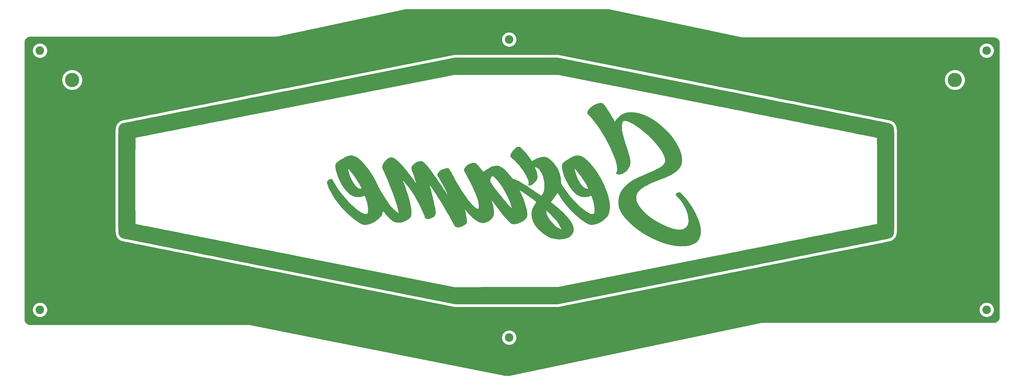
<source format=gbr>
%TF.GenerationSoftware,KiCad,Pcbnew,(5.1.9)-1*%
%TF.CreationDate,2021-02-22T13:55:34+01:00*%
%TF.ProjectId,backplate,6261636b-706c-4617-9465-2e6b69636164,rev?*%
%TF.SameCoordinates,Original*%
%TF.FileFunction,Copper,L2,Bot*%
%TF.FilePolarity,Positive*%
%FSLAX46Y46*%
G04 Gerber Fmt 4.6, Leading zero omitted, Abs format (unit mm)*
G04 Created by KiCad (PCBNEW (5.1.9)-1) date 2021-02-22 13:55:34*
%MOMM*%
%LPD*%
G01*
G04 APERTURE LIST*
%TA.AperFunction,EtchedComponent*%
%ADD10C,0.010000*%
%TD*%
%TA.AperFunction,ComponentPad*%
%ADD11C,5.000000*%
%TD*%
%TA.AperFunction,ComponentPad*%
%ADD12C,3.000000*%
%TD*%
%TA.AperFunction,NonConductor*%
%ADD13C,0.254000*%
%TD*%
%TA.AperFunction,NonConductor*%
%ADD14C,0.100000*%
%TD*%
G04 APERTURE END LIST*
D10*
%TO.C,G\u002A\u002A\u002A*%
G36*
X134756654Y-95088777D02*
G01*
X131882625Y-95656246D01*
X129042731Y-96217010D01*
X126240336Y-96770405D01*
X123478807Y-97315765D01*
X120761510Y-97852424D01*
X118091811Y-98379718D01*
X115473076Y-98896979D01*
X112908670Y-99403544D01*
X110401961Y-99898747D01*
X107956314Y-100381922D01*
X105575095Y-100852404D01*
X103261670Y-101309527D01*
X101019405Y-101752626D01*
X98851666Y-102181035D01*
X96761820Y-102594090D01*
X94753232Y-102991124D01*
X92829268Y-103371473D01*
X90993294Y-103734470D01*
X89248677Y-104079451D01*
X87598782Y-104405749D01*
X86046975Y-104712700D01*
X84596623Y-104999638D01*
X83251091Y-105265897D01*
X82013746Y-105510813D01*
X80887954Y-105733719D01*
X79877080Y-105933951D01*
X78984490Y-106110842D01*
X78213551Y-106263728D01*
X77567629Y-106391943D01*
X77050089Y-106494821D01*
X76664299Y-106571697D01*
X76413623Y-106621906D01*
X76301427Y-106644782D01*
X76296496Y-106645875D01*
X75866318Y-106808361D01*
X75462794Y-107070418D01*
X75137855Y-107396368D01*
X75073222Y-107486315D01*
X74957344Y-107706259D01*
X74838460Y-108003343D01*
X74744109Y-108306907D01*
X74729461Y-108366494D01*
X74715885Y-108431866D01*
X74703341Y-108508497D01*
X74691788Y-108601857D01*
X74681186Y-108717420D01*
X74671493Y-108860657D01*
X74662668Y-109037041D01*
X74654672Y-109252044D01*
X74647464Y-109511139D01*
X74641002Y-109819798D01*
X74635246Y-110183492D01*
X74630155Y-110607695D01*
X74625689Y-111097879D01*
X74621806Y-111659515D01*
X74618467Y-112298077D01*
X74615629Y-113019036D01*
X74613254Y-113827865D01*
X74611299Y-114730036D01*
X74609724Y-115731022D01*
X74608488Y-116836294D01*
X74607551Y-118051325D01*
X74606872Y-119381587D01*
X74606411Y-120832553D01*
X74606125Y-122409694D01*
X74605975Y-124118484D01*
X74605921Y-125964394D01*
X74605916Y-126873000D01*
X74605941Y-128784680D01*
X74606041Y-130556690D01*
X74606258Y-132194501D01*
X74606633Y-133703586D01*
X74607205Y-135089418D01*
X74608017Y-136357468D01*
X74609108Y-137513209D01*
X74610520Y-138562113D01*
X74612293Y-139509652D01*
X74614467Y-140361300D01*
X74617084Y-141122527D01*
X74620185Y-141798807D01*
X74623809Y-142395611D01*
X74627998Y-142918412D01*
X74632793Y-143372682D01*
X74638234Y-143763894D01*
X74644362Y-144097520D01*
X74651218Y-144379031D01*
X74658842Y-144613901D01*
X74667275Y-144807602D01*
X74676558Y-144965605D01*
X74686732Y-145093384D01*
X74697837Y-145196410D01*
X74709914Y-145280156D01*
X74723004Y-145350094D01*
X74737147Y-145411697D01*
X74744109Y-145439094D01*
X74840593Y-145748640D01*
X74959664Y-146044862D01*
X75073222Y-146259686D01*
X75369464Y-146596264D01*
X75757694Y-146878216D01*
X76186004Y-147069871D01*
X76296496Y-147100265D01*
X76385792Y-147118673D01*
X76614101Y-147164607D01*
X76978057Y-147237398D01*
X77474296Y-147336380D01*
X78099451Y-147460886D01*
X78850156Y-147610247D01*
X79723047Y-147783797D01*
X80714759Y-147980868D01*
X81821924Y-148200792D01*
X83041178Y-148442902D01*
X84369156Y-148706531D01*
X85802492Y-148991011D01*
X87337820Y-149295675D01*
X88971776Y-149619855D01*
X90700992Y-149962884D01*
X92522105Y-150324094D01*
X94431748Y-150702818D01*
X96426556Y-151098389D01*
X98503164Y-151510139D01*
X100658206Y-151937400D01*
X102888316Y-152379506D01*
X105190129Y-152835788D01*
X107560280Y-153305580D01*
X109995403Y-153788213D01*
X112492132Y-154283021D01*
X115047102Y-154789335D01*
X117656948Y-155306490D01*
X120318304Y-155833816D01*
X123027805Y-156370647D01*
X125782085Y-156916315D01*
X128577778Y-157470152D01*
X131411519Y-158031492D01*
X134279943Y-158599667D01*
X134754428Y-158693649D01*
X192837142Y-170198143D01*
X210881857Y-170192064D01*
X228926572Y-170185984D01*
X286874857Y-158695565D01*
X289745506Y-158126333D01*
X292582109Y-157563814D01*
X295381292Y-157008678D01*
X298139685Y-156461595D01*
X300853914Y-155923235D01*
X303520608Y-155394267D01*
X306136395Y-154875360D01*
X308697902Y-154367184D01*
X311201759Y-153870409D01*
X313644591Y-153385704D01*
X316023028Y-152913738D01*
X318333697Y-152455182D01*
X320573227Y-152010704D01*
X322738244Y-151580975D01*
X324825378Y-151166663D01*
X326831255Y-150768439D01*
X328752504Y-150386972D01*
X330585753Y-150022931D01*
X332327630Y-149676986D01*
X333974762Y-149349806D01*
X335523778Y-149042062D01*
X336971305Y-148754422D01*
X338313971Y-148487556D01*
X339548405Y-148242134D01*
X340671233Y-148018826D01*
X341679085Y-147818299D01*
X342568588Y-147641225D01*
X343336369Y-147488273D01*
X343979057Y-147360113D01*
X344493280Y-147257413D01*
X344875665Y-147180843D01*
X345122841Y-147131074D01*
X345231435Y-147108774D01*
X345235082Y-147107955D01*
X345693090Y-146939140D01*
X346109767Y-146671827D01*
X346439679Y-146336627D01*
X346494207Y-146259686D01*
X346610085Y-146039741D01*
X346728969Y-145742657D01*
X346823320Y-145439094D01*
X346837968Y-145379507D01*
X346851544Y-145314134D01*
X346864088Y-145237504D01*
X346875641Y-145144143D01*
X346886243Y-145028581D01*
X346895936Y-144885343D01*
X346904761Y-144708959D01*
X346912757Y-144493956D01*
X346919965Y-144234861D01*
X346926427Y-143926203D01*
X346932183Y-143562508D01*
X346937274Y-143138305D01*
X346941740Y-142648121D01*
X346945623Y-142086485D01*
X346948962Y-141447923D01*
X346951800Y-140726964D01*
X346954175Y-139918135D01*
X346956130Y-139015964D01*
X346957705Y-138014979D01*
X346958941Y-136909707D01*
X346959878Y-135694676D01*
X346960557Y-134364414D01*
X346961018Y-132913448D01*
X346961304Y-131336306D01*
X346961454Y-129627517D01*
X346961508Y-127781607D01*
X346961512Y-126877891D01*
X341013143Y-126877891D01*
X341013058Y-128350369D01*
X341012806Y-129783910D01*
X341012398Y-131171790D01*
X341011839Y-132507284D01*
X341011140Y-133783668D01*
X341010306Y-134994217D01*
X341009348Y-136132207D01*
X341008272Y-137190914D01*
X341007086Y-138163613D01*
X341005800Y-139043579D01*
X341004420Y-139824089D01*
X341002954Y-140498417D01*
X341001412Y-141059840D01*
X340999801Y-141501633D01*
X340998128Y-141817071D01*
X340996403Y-141999431D01*
X340995000Y-142044983D01*
X340923463Y-142059220D01*
X340712959Y-142101021D01*
X340366888Y-142169711D01*
X339888654Y-142264614D01*
X339281658Y-142385057D01*
X338549302Y-142530364D01*
X337694988Y-142699860D01*
X336722118Y-142892871D01*
X335634092Y-143108721D01*
X334434315Y-143346737D01*
X333126187Y-143606243D01*
X331713109Y-143886564D01*
X330198485Y-144187025D01*
X328585716Y-144506953D01*
X326878203Y-144845671D01*
X325079349Y-145202505D01*
X323192556Y-145576781D01*
X321221224Y-145967823D01*
X319168757Y-146374956D01*
X317038556Y-146797507D01*
X314834023Y-147234799D01*
X312558560Y-147686159D01*
X310215569Y-148150911D01*
X307808451Y-148628380D01*
X305340608Y-149117893D01*
X302815443Y-149618773D01*
X300236357Y-150130346D01*
X297606752Y-150651938D01*
X294930030Y-151182873D01*
X292209592Y-151722477D01*
X289448841Y-152270074D01*
X286651179Y-152824991D01*
X285060572Y-153140487D01*
X229144286Y-164231437D01*
X210900831Y-164239361D01*
X192657375Y-164247286D01*
X136732831Y-153176831D01*
X133914806Y-152618977D01*
X131131526Y-152067970D01*
X128386400Y-151524484D01*
X125682839Y-150989196D01*
X123024255Y-150462782D01*
X120414058Y-149945918D01*
X117855659Y-149439280D01*
X115352469Y-148943544D01*
X112907898Y-148459385D01*
X110525359Y-147987481D01*
X108208261Y-147528506D01*
X105960015Y-147083136D01*
X103784033Y-146652049D01*
X101683725Y-146235918D01*
X99662502Y-145835422D01*
X97723775Y-145451235D01*
X95870955Y-145084034D01*
X94107453Y-144734494D01*
X92436679Y-144403291D01*
X90862045Y-144091102D01*
X89386961Y-143798603D01*
X88014839Y-143526468D01*
X86749088Y-143275376D01*
X85593121Y-143046000D01*
X84550347Y-142839018D01*
X83624179Y-142655105D01*
X82818025Y-142494937D01*
X82135299Y-142359190D01*
X81579410Y-142248541D01*
X81153769Y-142163665D01*
X80861787Y-142105238D01*
X80706875Y-142073936D01*
X80681286Y-142068512D01*
X80666642Y-142058993D01*
X80653165Y-142035669D01*
X80640808Y-141992754D01*
X80629523Y-141924461D01*
X80619260Y-141825005D01*
X80609971Y-141688600D01*
X80601609Y-141509460D01*
X80594125Y-141281798D01*
X80587470Y-140999828D01*
X80581596Y-140657766D01*
X80576454Y-140249823D01*
X80571997Y-139770216D01*
X80568176Y-139213156D01*
X80564943Y-138572859D01*
X80562249Y-137843539D01*
X80560046Y-137019409D01*
X80558285Y-136094683D01*
X80556918Y-135063575D01*
X80555898Y-133920299D01*
X80555174Y-132659070D01*
X80554700Y-131274101D01*
X80554427Y-129759606D01*
X80554306Y-128109799D01*
X80554286Y-126873000D01*
X80554329Y-125125167D01*
X80554491Y-123516692D01*
X80554819Y-122041787D01*
X80555363Y-120694668D01*
X80556171Y-119469549D01*
X80557290Y-118360643D01*
X80558770Y-117362166D01*
X80560659Y-116468331D01*
X80563005Y-115673352D01*
X80565856Y-114971445D01*
X80569261Y-114356822D01*
X80573268Y-113823699D01*
X80577925Y-113366288D01*
X80583282Y-112978806D01*
X80589385Y-112655465D01*
X80596284Y-112390481D01*
X80604027Y-112178066D01*
X80612663Y-112012436D01*
X80622239Y-111887805D01*
X80632804Y-111798386D01*
X80644406Y-111738395D01*
X80657095Y-111702045D01*
X80670917Y-111683551D01*
X80681286Y-111678133D01*
X80758353Y-111662313D01*
X80974408Y-111619077D01*
X81326038Y-111549099D01*
X81809833Y-111453051D01*
X82422380Y-111331609D01*
X83160268Y-111185445D01*
X84020087Y-111015234D01*
X84998423Y-110821650D01*
X86091866Y-110605367D01*
X87297004Y-110367057D01*
X88610426Y-110107397D01*
X90028721Y-109827058D01*
X91548476Y-109526715D01*
X93166281Y-109207042D01*
X94878723Y-108868713D01*
X96682392Y-108512402D01*
X98573875Y-108138783D01*
X100549762Y-107748528D01*
X102606641Y-107342313D01*
X104741100Y-106920812D01*
X106949728Y-106484697D01*
X109229114Y-106034643D01*
X111575845Y-105571324D01*
X113986511Y-105095414D01*
X116457700Y-104607586D01*
X118986000Y-104108515D01*
X121568001Y-103598874D01*
X124200289Y-103079338D01*
X126879455Y-102550579D01*
X129602086Y-102013272D01*
X132364772Y-101468092D01*
X135164100Y-100915710D01*
X136733198Y-100606099D01*
X192658111Y-89571286D01*
X228981400Y-89571286D01*
X284870272Y-100605980D01*
X287687528Y-101162234D01*
X290470037Y-101711658D01*
X293214385Y-102253578D01*
X295917160Y-102787318D01*
X298574950Y-103312205D01*
X301184341Y-103827564D01*
X303741922Y-104332720D01*
X306244280Y-104826999D01*
X308688003Y-105309726D01*
X311069678Y-105780227D01*
X313385892Y-106237827D01*
X315633234Y-106681852D01*
X317808290Y-107111627D01*
X319907648Y-107526478D01*
X321927896Y-107925731D01*
X323865622Y-108308710D01*
X325717412Y-108674741D01*
X327479855Y-109023150D01*
X329149537Y-109353263D01*
X330723047Y-109664404D01*
X332196972Y-109955899D01*
X333567899Y-110227075D01*
X334832416Y-110477255D01*
X335987111Y-110705766D01*
X337028570Y-110911934D01*
X337953383Y-111095083D01*
X338758135Y-111254539D01*
X339439415Y-111389628D01*
X339993810Y-111499675D01*
X340417908Y-111584006D01*
X340708295Y-111641947D01*
X340861561Y-111672821D01*
X340886143Y-111678013D01*
X340900785Y-111687469D01*
X340914260Y-111710732D01*
X340926615Y-111753586D01*
X340937899Y-111821817D01*
X340948161Y-111921209D01*
X340957449Y-112057547D01*
X340965811Y-112236616D01*
X340973295Y-112464201D01*
X340979950Y-112746086D01*
X340985824Y-113088058D01*
X340990966Y-113495900D01*
X340995423Y-113975397D01*
X340999245Y-114532335D01*
X341002479Y-115172498D01*
X341005174Y-115901672D01*
X341007378Y-116725640D01*
X341009140Y-117650189D01*
X341010507Y-118681102D01*
X341011529Y-119824165D01*
X341012253Y-121085163D01*
X341012727Y-122469881D01*
X341013001Y-123984103D01*
X341013123Y-125633614D01*
X341013143Y-126877891D01*
X346961512Y-126877891D01*
X346961513Y-126873000D01*
X346961488Y-124961320D01*
X346961388Y-123189311D01*
X346961171Y-121551500D01*
X346960796Y-120042414D01*
X346960224Y-118656583D01*
X346959412Y-117388533D01*
X346958321Y-116232792D01*
X346956909Y-115183888D01*
X346955136Y-114236348D01*
X346952962Y-113384701D01*
X346950345Y-112623473D01*
X346947244Y-111947194D01*
X346943620Y-111350389D01*
X346939431Y-110827588D01*
X346934636Y-110373318D01*
X346929195Y-109982106D01*
X346923067Y-109648481D01*
X346916211Y-109366969D01*
X346908587Y-109132099D01*
X346900154Y-108938398D01*
X346890871Y-108780395D01*
X346880697Y-108652616D01*
X346869592Y-108549590D01*
X346857515Y-108465844D01*
X346844425Y-108395906D01*
X346830282Y-108334304D01*
X346823320Y-108306907D01*
X346726836Y-107997361D01*
X346607765Y-107701139D01*
X346494207Y-107486315D01*
X346197941Y-107149712D01*
X345809701Y-106867774D01*
X345381407Y-106676175D01*
X345270933Y-106645804D01*
X345181624Y-106627433D01*
X344953290Y-106581604D01*
X344589297Y-106508983D01*
X344093014Y-106410237D01*
X343467806Y-106286031D01*
X342717041Y-106137031D01*
X341844087Y-105963905D01*
X340852309Y-105767316D01*
X339745075Y-105547933D01*
X338525752Y-105306420D01*
X337197707Y-105043444D01*
X335764307Y-104759671D01*
X334228919Y-104455766D01*
X332594910Y-104132397D01*
X330865647Y-103790228D01*
X329044496Y-103429927D01*
X327134826Y-103052158D01*
X325140003Y-102657589D01*
X323063394Y-102246885D01*
X320908365Y-101820712D01*
X318678285Y-101379736D01*
X316376520Y-100924624D01*
X314006436Y-100456041D01*
X311571402Y-99974653D01*
X309074784Y-99481127D01*
X306519948Y-98976128D01*
X303910263Y-98460323D01*
X301249094Y-97934378D01*
X298539810Y-97398958D01*
X295785777Y-96854730D01*
X292990361Y-96302360D01*
X290156931Y-95742513D01*
X287288852Y-95175856D01*
X286847734Y-95088706D01*
X228799754Y-83620429D01*
X192841593Y-83620429D01*
X134756654Y-95088777D01*
G37*
X134756654Y-95088777D02*
X131882625Y-95656246D01*
X129042731Y-96217010D01*
X126240336Y-96770405D01*
X123478807Y-97315765D01*
X120761510Y-97852424D01*
X118091811Y-98379718D01*
X115473076Y-98896979D01*
X112908670Y-99403544D01*
X110401961Y-99898747D01*
X107956314Y-100381922D01*
X105575095Y-100852404D01*
X103261670Y-101309527D01*
X101019405Y-101752626D01*
X98851666Y-102181035D01*
X96761820Y-102594090D01*
X94753232Y-102991124D01*
X92829268Y-103371473D01*
X90993294Y-103734470D01*
X89248677Y-104079451D01*
X87598782Y-104405749D01*
X86046975Y-104712700D01*
X84596623Y-104999638D01*
X83251091Y-105265897D01*
X82013746Y-105510813D01*
X80887954Y-105733719D01*
X79877080Y-105933951D01*
X78984490Y-106110842D01*
X78213551Y-106263728D01*
X77567629Y-106391943D01*
X77050089Y-106494821D01*
X76664299Y-106571697D01*
X76413623Y-106621906D01*
X76301427Y-106644782D01*
X76296496Y-106645875D01*
X75866318Y-106808361D01*
X75462794Y-107070418D01*
X75137855Y-107396368D01*
X75073222Y-107486315D01*
X74957344Y-107706259D01*
X74838460Y-108003343D01*
X74744109Y-108306907D01*
X74729461Y-108366494D01*
X74715885Y-108431866D01*
X74703341Y-108508497D01*
X74691788Y-108601857D01*
X74681186Y-108717420D01*
X74671493Y-108860657D01*
X74662668Y-109037041D01*
X74654672Y-109252044D01*
X74647464Y-109511139D01*
X74641002Y-109819798D01*
X74635246Y-110183492D01*
X74630155Y-110607695D01*
X74625689Y-111097879D01*
X74621806Y-111659515D01*
X74618467Y-112298077D01*
X74615629Y-113019036D01*
X74613254Y-113827865D01*
X74611299Y-114730036D01*
X74609724Y-115731022D01*
X74608488Y-116836294D01*
X74607551Y-118051325D01*
X74606872Y-119381587D01*
X74606411Y-120832553D01*
X74606125Y-122409694D01*
X74605975Y-124118484D01*
X74605921Y-125964394D01*
X74605916Y-126873000D01*
X74605941Y-128784680D01*
X74606041Y-130556690D01*
X74606258Y-132194501D01*
X74606633Y-133703586D01*
X74607205Y-135089418D01*
X74608017Y-136357468D01*
X74609108Y-137513209D01*
X74610520Y-138562113D01*
X74612293Y-139509652D01*
X74614467Y-140361300D01*
X74617084Y-141122527D01*
X74620185Y-141798807D01*
X74623809Y-142395611D01*
X74627998Y-142918412D01*
X74632793Y-143372682D01*
X74638234Y-143763894D01*
X74644362Y-144097520D01*
X74651218Y-144379031D01*
X74658842Y-144613901D01*
X74667275Y-144807602D01*
X74676558Y-144965605D01*
X74686732Y-145093384D01*
X74697837Y-145196410D01*
X74709914Y-145280156D01*
X74723004Y-145350094D01*
X74737147Y-145411697D01*
X74744109Y-145439094D01*
X74840593Y-145748640D01*
X74959664Y-146044862D01*
X75073222Y-146259686D01*
X75369464Y-146596264D01*
X75757694Y-146878216D01*
X76186004Y-147069871D01*
X76296496Y-147100265D01*
X76385792Y-147118673D01*
X76614101Y-147164607D01*
X76978057Y-147237398D01*
X77474296Y-147336380D01*
X78099451Y-147460886D01*
X78850156Y-147610247D01*
X79723047Y-147783797D01*
X80714759Y-147980868D01*
X81821924Y-148200792D01*
X83041178Y-148442902D01*
X84369156Y-148706531D01*
X85802492Y-148991011D01*
X87337820Y-149295675D01*
X88971776Y-149619855D01*
X90700992Y-149962884D01*
X92522105Y-150324094D01*
X94431748Y-150702818D01*
X96426556Y-151098389D01*
X98503164Y-151510139D01*
X100658206Y-151937400D01*
X102888316Y-152379506D01*
X105190129Y-152835788D01*
X107560280Y-153305580D01*
X109995403Y-153788213D01*
X112492132Y-154283021D01*
X115047102Y-154789335D01*
X117656948Y-155306490D01*
X120318304Y-155833816D01*
X123027805Y-156370647D01*
X125782085Y-156916315D01*
X128577778Y-157470152D01*
X131411519Y-158031492D01*
X134279943Y-158599667D01*
X134754428Y-158693649D01*
X192837142Y-170198143D01*
X210881857Y-170192064D01*
X228926572Y-170185984D01*
X286874857Y-158695565D01*
X289745506Y-158126333D01*
X292582109Y-157563814D01*
X295381292Y-157008678D01*
X298139685Y-156461595D01*
X300853914Y-155923235D01*
X303520608Y-155394267D01*
X306136395Y-154875360D01*
X308697902Y-154367184D01*
X311201759Y-153870409D01*
X313644591Y-153385704D01*
X316023028Y-152913738D01*
X318333697Y-152455182D01*
X320573227Y-152010704D01*
X322738244Y-151580975D01*
X324825378Y-151166663D01*
X326831255Y-150768439D01*
X328752504Y-150386972D01*
X330585753Y-150022931D01*
X332327630Y-149676986D01*
X333974762Y-149349806D01*
X335523778Y-149042062D01*
X336971305Y-148754422D01*
X338313971Y-148487556D01*
X339548405Y-148242134D01*
X340671233Y-148018826D01*
X341679085Y-147818299D01*
X342568588Y-147641225D01*
X343336369Y-147488273D01*
X343979057Y-147360113D01*
X344493280Y-147257413D01*
X344875665Y-147180843D01*
X345122841Y-147131074D01*
X345231435Y-147108774D01*
X345235082Y-147107955D01*
X345693090Y-146939140D01*
X346109767Y-146671827D01*
X346439679Y-146336627D01*
X346494207Y-146259686D01*
X346610085Y-146039741D01*
X346728969Y-145742657D01*
X346823320Y-145439094D01*
X346837968Y-145379507D01*
X346851544Y-145314134D01*
X346864088Y-145237504D01*
X346875641Y-145144143D01*
X346886243Y-145028581D01*
X346895936Y-144885343D01*
X346904761Y-144708959D01*
X346912757Y-144493956D01*
X346919965Y-144234861D01*
X346926427Y-143926203D01*
X346932183Y-143562508D01*
X346937274Y-143138305D01*
X346941740Y-142648121D01*
X346945623Y-142086485D01*
X346948962Y-141447923D01*
X346951800Y-140726964D01*
X346954175Y-139918135D01*
X346956130Y-139015964D01*
X346957705Y-138014979D01*
X346958941Y-136909707D01*
X346959878Y-135694676D01*
X346960557Y-134364414D01*
X346961018Y-132913448D01*
X346961304Y-131336306D01*
X346961454Y-129627517D01*
X346961508Y-127781607D01*
X346961512Y-126877891D01*
X341013143Y-126877891D01*
X341013058Y-128350369D01*
X341012806Y-129783910D01*
X341012398Y-131171790D01*
X341011839Y-132507284D01*
X341011140Y-133783668D01*
X341010306Y-134994217D01*
X341009348Y-136132207D01*
X341008272Y-137190914D01*
X341007086Y-138163613D01*
X341005800Y-139043579D01*
X341004420Y-139824089D01*
X341002954Y-140498417D01*
X341001412Y-141059840D01*
X340999801Y-141501633D01*
X340998128Y-141817071D01*
X340996403Y-141999431D01*
X340995000Y-142044983D01*
X340923463Y-142059220D01*
X340712959Y-142101021D01*
X340366888Y-142169711D01*
X339888654Y-142264614D01*
X339281658Y-142385057D01*
X338549302Y-142530364D01*
X337694988Y-142699860D01*
X336722118Y-142892871D01*
X335634092Y-143108721D01*
X334434315Y-143346737D01*
X333126187Y-143606243D01*
X331713109Y-143886564D01*
X330198485Y-144187025D01*
X328585716Y-144506953D01*
X326878203Y-144845671D01*
X325079349Y-145202505D01*
X323192556Y-145576781D01*
X321221224Y-145967823D01*
X319168757Y-146374956D01*
X317038556Y-146797507D01*
X314834023Y-147234799D01*
X312558560Y-147686159D01*
X310215569Y-148150911D01*
X307808451Y-148628380D01*
X305340608Y-149117893D01*
X302815443Y-149618773D01*
X300236357Y-150130346D01*
X297606752Y-150651938D01*
X294930030Y-151182873D01*
X292209592Y-151722477D01*
X289448841Y-152270074D01*
X286651179Y-152824991D01*
X285060572Y-153140487D01*
X229144286Y-164231437D01*
X210900831Y-164239361D01*
X192657375Y-164247286D01*
X136732831Y-153176831D01*
X133914806Y-152618977D01*
X131131526Y-152067970D01*
X128386400Y-151524484D01*
X125682839Y-150989196D01*
X123024255Y-150462782D01*
X120414058Y-149945918D01*
X117855659Y-149439280D01*
X115352469Y-148943544D01*
X112907898Y-148459385D01*
X110525359Y-147987481D01*
X108208261Y-147528506D01*
X105960015Y-147083136D01*
X103784033Y-146652049D01*
X101683725Y-146235918D01*
X99662502Y-145835422D01*
X97723775Y-145451235D01*
X95870955Y-145084034D01*
X94107453Y-144734494D01*
X92436679Y-144403291D01*
X90862045Y-144091102D01*
X89386961Y-143798603D01*
X88014839Y-143526468D01*
X86749088Y-143275376D01*
X85593121Y-143046000D01*
X84550347Y-142839018D01*
X83624179Y-142655105D01*
X82818025Y-142494937D01*
X82135299Y-142359190D01*
X81579410Y-142248541D01*
X81153769Y-142163665D01*
X80861787Y-142105238D01*
X80706875Y-142073936D01*
X80681286Y-142068512D01*
X80666642Y-142058993D01*
X80653165Y-142035669D01*
X80640808Y-141992754D01*
X80629523Y-141924461D01*
X80619260Y-141825005D01*
X80609971Y-141688600D01*
X80601609Y-141509460D01*
X80594125Y-141281798D01*
X80587470Y-140999828D01*
X80581596Y-140657766D01*
X80576454Y-140249823D01*
X80571997Y-139770216D01*
X80568176Y-139213156D01*
X80564943Y-138572859D01*
X80562249Y-137843539D01*
X80560046Y-137019409D01*
X80558285Y-136094683D01*
X80556918Y-135063575D01*
X80555898Y-133920299D01*
X80555174Y-132659070D01*
X80554700Y-131274101D01*
X80554427Y-129759606D01*
X80554306Y-128109799D01*
X80554286Y-126873000D01*
X80554329Y-125125167D01*
X80554491Y-123516692D01*
X80554819Y-122041787D01*
X80555363Y-120694668D01*
X80556171Y-119469549D01*
X80557290Y-118360643D01*
X80558770Y-117362166D01*
X80560659Y-116468331D01*
X80563005Y-115673352D01*
X80565856Y-114971445D01*
X80569261Y-114356822D01*
X80573268Y-113823699D01*
X80577925Y-113366288D01*
X80583282Y-112978806D01*
X80589385Y-112655465D01*
X80596284Y-112390481D01*
X80604027Y-112178066D01*
X80612663Y-112012436D01*
X80622239Y-111887805D01*
X80632804Y-111798386D01*
X80644406Y-111738395D01*
X80657095Y-111702045D01*
X80670917Y-111683551D01*
X80681286Y-111678133D01*
X80758353Y-111662313D01*
X80974408Y-111619077D01*
X81326038Y-111549099D01*
X81809833Y-111453051D01*
X82422380Y-111331609D01*
X83160268Y-111185445D01*
X84020087Y-111015234D01*
X84998423Y-110821650D01*
X86091866Y-110605367D01*
X87297004Y-110367057D01*
X88610426Y-110107397D01*
X90028721Y-109827058D01*
X91548476Y-109526715D01*
X93166281Y-109207042D01*
X94878723Y-108868713D01*
X96682392Y-108512402D01*
X98573875Y-108138783D01*
X100549762Y-107748528D01*
X102606641Y-107342313D01*
X104741100Y-106920812D01*
X106949728Y-106484697D01*
X109229114Y-106034643D01*
X111575845Y-105571324D01*
X113986511Y-105095414D01*
X116457700Y-104607586D01*
X118986000Y-104108515D01*
X121568001Y-103598874D01*
X124200289Y-103079338D01*
X126879455Y-102550579D01*
X129602086Y-102013272D01*
X132364772Y-101468092D01*
X135164100Y-100915710D01*
X136733198Y-100606099D01*
X192658111Y-89571286D01*
X228981400Y-89571286D01*
X284870272Y-100605980D01*
X287687528Y-101162234D01*
X290470037Y-101711658D01*
X293214385Y-102253578D01*
X295917160Y-102787318D01*
X298574950Y-103312205D01*
X301184341Y-103827564D01*
X303741922Y-104332720D01*
X306244280Y-104826999D01*
X308688003Y-105309726D01*
X311069678Y-105780227D01*
X313385892Y-106237827D01*
X315633234Y-106681852D01*
X317808290Y-107111627D01*
X319907648Y-107526478D01*
X321927896Y-107925731D01*
X323865622Y-108308710D01*
X325717412Y-108674741D01*
X327479855Y-109023150D01*
X329149537Y-109353263D01*
X330723047Y-109664404D01*
X332196972Y-109955899D01*
X333567899Y-110227075D01*
X334832416Y-110477255D01*
X335987111Y-110705766D01*
X337028570Y-110911934D01*
X337953383Y-111095083D01*
X338758135Y-111254539D01*
X339439415Y-111389628D01*
X339993810Y-111499675D01*
X340417908Y-111584006D01*
X340708295Y-111641947D01*
X340861561Y-111672821D01*
X340886143Y-111678013D01*
X340900785Y-111687469D01*
X340914260Y-111710732D01*
X340926615Y-111753586D01*
X340937899Y-111821817D01*
X340948161Y-111921209D01*
X340957449Y-112057547D01*
X340965811Y-112236616D01*
X340973295Y-112464201D01*
X340979950Y-112746086D01*
X340985824Y-113088058D01*
X340990966Y-113495900D01*
X340995423Y-113975397D01*
X340999245Y-114532335D01*
X341002479Y-115172498D01*
X341005174Y-115901672D01*
X341007378Y-116725640D01*
X341009140Y-117650189D01*
X341010507Y-118681102D01*
X341011529Y-119824165D01*
X341012253Y-121085163D01*
X341012727Y-122469881D01*
X341013001Y-123984103D01*
X341013123Y-125633614D01*
X341013143Y-126877891D01*
X346961512Y-126877891D01*
X346961513Y-126873000D01*
X346961488Y-124961320D01*
X346961388Y-123189311D01*
X346961171Y-121551500D01*
X346960796Y-120042414D01*
X346960224Y-118656583D01*
X346959412Y-117388533D01*
X346958321Y-116232792D01*
X346956909Y-115183888D01*
X346955136Y-114236348D01*
X346952962Y-113384701D01*
X346950345Y-112623473D01*
X346947244Y-111947194D01*
X346943620Y-111350389D01*
X346939431Y-110827588D01*
X346934636Y-110373318D01*
X346929195Y-109982106D01*
X346923067Y-109648481D01*
X346916211Y-109366969D01*
X346908587Y-109132099D01*
X346900154Y-108938398D01*
X346890871Y-108780395D01*
X346880697Y-108652616D01*
X346869592Y-108549590D01*
X346857515Y-108465844D01*
X346844425Y-108395906D01*
X346830282Y-108334304D01*
X346823320Y-108306907D01*
X346726836Y-107997361D01*
X346607765Y-107701139D01*
X346494207Y-107486315D01*
X346197941Y-107149712D01*
X345809701Y-106867774D01*
X345381407Y-106676175D01*
X345270933Y-106645804D01*
X345181624Y-106627433D01*
X344953290Y-106581604D01*
X344589297Y-106508983D01*
X344093014Y-106410237D01*
X343467806Y-106286031D01*
X342717041Y-106137031D01*
X341844087Y-105963905D01*
X340852309Y-105767316D01*
X339745075Y-105547933D01*
X338525752Y-105306420D01*
X337197707Y-105043444D01*
X335764307Y-104759671D01*
X334228919Y-104455766D01*
X332594910Y-104132397D01*
X330865647Y-103790228D01*
X329044496Y-103429927D01*
X327134826Y-103052158D01*
X325140003Y-102657589D01*
X323063394Y-102246885D01*
X320908365Y-101820712D01*
X318678285Y-101379736D01*
X316376520Y-100924624D01*
X314006436Y-100456041D01*
X311571402Y-99974653D01*
X309074784Y-99481127D01*
X306519948Y-98976128D01*
X303910263Y-98460323D01*
X301249094Y-97934378D01*
X298539810Y-97398958D01*
X295785777Y-96854730D01*
X292990361Y-96302360D01*
X290156931Y-95742513D01*
X287288852Y-95175856D01*
X286847734Y-95088706D01*
X228799754Y-83620429D01*
X192841593Y-83620429D01*
X134756654Y-95088777D01*
G36*
X243609314Y-99561470D02*
G01*
X243071737Y-99690556D01*
X242438752Y-99918181D01*
X242345614Y-99956450D01*
X241783522Y-100225461D01*
X241240293Y-100550871D01*
X240731906Y-100917370D01*
X240274339Y-101309646D01*
X239883570Y-101712389D01*
X239575577Y-102110289D01*
X239366339Y-102488035D01*
X239271834Y-102830317D01*
X239268000Y-102905446D01*
X239272417Y-103032163D01*
X239295607Y-103142725D01*
X239352480Y-103258735D01*
X239457943Y-103401799D01*
X239626906Y-103593523D01*
X239874277Y-103855512D01*
X240048972Y-104037194D01*
X240927847Y-105006610D01*
X241824479Y-106106785D01*
X242730926Y-107325626D01*
X243639246Y-108651043D01*
X244541497Y-110070945D01*
X245429736Y-111573240D01*
X246296022Y-113145837D01*
X247132411Y-114776645D01*
X247219809Y-114954096D01*
X247775933Y-116128491D01*
X248267859Y-117251309D01*
X248693962Y-118315931D01*
X249052620Y-119315744D01*
X249342210Y-120244130D01*
X249561111Y-121094474D01*
X249707697Y-121860160D01*
X249780348Y-122534572D01*
X249777441Y-123111094D01*
X249697351Y-123583112D01*
X249538457Y-123944007D01*
X249452359Y-124055893D01*
X249385485Y-124188288D01*
X249443131Y-124311629D01*
X249632750Y-124434992D01*
X249834290Y-124521015D01*
X250289390Y-124620309D01*
X250788985Y-124599228D01*
X251314905Y-124468317D01*
X251848980Y-124238120D01*
X252373039Y-123919182D01*
X252868914Y-123522046D01*
X253318434Y-123057257D01*
X253703429Y-122535358D01*
X253920949Y-122149496D01*
X254142570Y-121647463D01*
X254281233Y-121182222D01*
X254344545Y-120706833D01*
X254340114Y-120174357D01*
X254305005Y-119779823D01*
X254260477Y-119424780D01*
X254204638Y-119071899D01*
X254133075Y-118704558D01*
X254041377Y-118306135D01*
X253925131Y-117860007D01*
X253779925Y-117349554D01*
X253601347Y-116758152D01*
X253384985Y-116069180D01*
X253126426Y-115266016D01*
X253020377Y-114940240D01*
X252685613Y-113906466D01*
X252396960Y-112996147D01*
X252151276Y-112196208D01*
X251945419Y-111493572D01*
X251776247Y-110875163D01*
X251640619Y-110327907D01*
X251535392Y-109838726D01*
X251457425Y-109394546D01*
X251403576Y-108982291D01*
X251370703Y-108588884D01*
X251355665Y-108201251D01*
X251353851Y-108004429D01*
X251373360Y-107333521D01*
X251435277Y-106793878D01*
X251543680Y-106376770D01*
X251702649Y-106073473D01*
X251916260Y-105875258D01*
X252188593Y-105773399D01*
X252405251Y-105754714D01*
X252886237Y-105809253D01*
X253449683Y-105967754D01*
X254085287Y-106222547D01*
X254782751Y-106565958D01*
X255531774Y-106990318D01*
X256322057Y-107487953D01*
X257143298Y-108051193D01*
X257985199Y-108672366D01*
X258837460Y-109343800D01*
X259689780Y-110057824D01*
X260531860Y-110806766D01*
X261353399Y-111582953D01*
X262144098Y-112378716D01*
X262893657Y-113186381D01*
X263591776Y-113998278D01*
X263774755Y-114222994D01*
X264537728Y-115212805D01*
X265177929Y-116132433D01*
X265697520Y-116985572D01*
X266098664Y-117775916D01*
X266383523Y-118507158D01*
X266481896Y-118847323D01*
X266595275Y-119446687D01*
X266605772Y-119974934D01*
X266506116Y-120448963D01*
X266289036Y-120885674D01*
X265947262Y-121301966D01*
X265473522Y-121714740D01*
X265146267Y-121951761D01*
X264785641Y-122190472D01*
X264402007Y-122425376D01*
X263982449Y-122662692D01*
X263514050Y-122908638D01*
X262983892Y-123169432D01*
X262379058Y-123451293D01*
X261686630Y-123760438D01*
X260893691Y-124103086D01*
X259987325Y-124485454D01*
X259225143Y-124802121D01*
X257973953Y-125338581D01*
X256854489Y-125861294D01*
X255854966Y-126378212D01*
X254963598Y-126897288D01*
X254168599Y-127426474D01*
X253458183Y-127973724D01*
X252820566Y-128546989D01*
X252243962Y-129154223D01*
X251716585Y-129803378D01*
X251619375Y-129934298D01*
X251117285Y-130710979D01*
X250733252Y-131515816D01*
X250461254Y-132368655D01*
X250295267Y-133289342D01*
X250229268Y-134297723D01*
X250227546Y-134520649D01*
X250244342Y-135167379D01*
X250297986Y-135715636D01*
X250396189Y-136209134D01*
X250546659Y-136691587D01*
X250662562Y-136987527D01*
X251027817Y-137752564D01*
X251493789Y-138529501D01*
X252068179Y-139328828D01*
X252758689Y-140161036D01*
X253573021Y-141036616D01*
X253815803Y-141282504D01*
X255211306Y-142582820D01*
X256722229Y-143808791D01*
X258334618Y-144951872D01*
X260034523Y-146003517D01*
X261807991Y-146955179D01*
X263641071Y-147798313D01*
X265519809Y-148524374D01*
X265792857Y-148618634D01*
X267373647Y-149107193D01*
X268883907Y-149473104D01*
X270329348Y-149717224D01*
X271715684Y-149840412D01*
X273048627Y-149843523D01*
X273678351Y-149801978D01*
X274325049Y-149726744D01*
X274917409Y-149615186D01*
X275533743Y-149451621D01*
X275735143Y-149390029D01*
X276550227Y-149073217D01*
X277249673Y-148668975D01*
X277835123Y-148175382D01*
X278308217Y-147590517D01*
X278670598Y-146912460D01*
X278923907Y-146139290D01*
X279039506Y-145523857D01*
X279092234Y-144686659D01*
X279035386Y-143771382D01*
X278874002Y-142788993D01*
X278613123Y-141750459D01*
X278257789Y-140666749D01*
X277813041Y-139548830D01*
X277283920Y-138407668D01*
X276675467Y-137254232D01*
X275992722Y-136099489D01*
X275240727Y-134954405D01*
X274424521Y-133829950D01*
X273549147Y-132737089D01*
X272739254Y-131816067D01*
X272479482Y-131545806D01*
X272231150Y-131309254D01*
X272021909Y-131131409D01*
X271879410Y-131037268D01*
X271876278Y-131035924D01*
X271485764Y-130947083D01*
X271091030Y-130990234D01*
X270726846Y-131157562D01*
X270509946Y-131343060D01*
X270392592Y-131488834D01*
X270335424Y-131626380D01*
X270346643Y-131774472D01*
X270434450Y-131951887D01*
X270607046Y-132177402D01*
X270872631Y-132469793D01*
X271109162Y-132715000D01*
X272004414Y-133733305D01*
X272799644Y-134847495D01*
X273484674Y-136039457D01*
X274049324Y-137291082D01*
X274483416Y-138584258D01*
X274552361Y-138841190D01*
X274682337Y-139443240D01*
X274771658Y-140063193D01*
X274817542Y-140663393D01*
X274817209Y-141206183D01*
X274767878Y-141653908D01*
X274762192Y-141682288D01*
X274561580Y-142324528D01*
X274249717Y-142878534D01*
X273834710Y-143336228D01*
X273324669Y-143689534D01*
X272727702Y-143930374D01*
X272436071Y-143999302D01*
X271779320Y-144065335D01*
X271026146Y-144035759D01*
X270186852Y-143913333D01*
X269271743Y-143700814D01*
X268291122Y-143400961D01*
X267255292Y-143016530D01*
X266174557Y-142550280D01*
X265139714Y-142046430D01*
X263727194Y-141275040D01*
X262436887Y-140470179D01*
X261246983Y-139616338D01*
X260135667Y-138698009D01*
X259215313Y-137834075D01*
X258527122Y-137122096D01*
X257953168Y-136463307D01*
X257481039Y-135839997D01*
X257098326Y-135234454D01*
X256792617Y-134628967D01*
X256568989Y-134057572D01*
X256479782Y-133669413D01*
X256436224Y-133196235D01*
X256437663Y-132690578D01*
X256483448Y-132204981D01*
X256572928Y-131791986D01*
X256597994Y-131717235D01*
X256890738Y-131113799D01*
X257325611Y-130518031D01*
X257899690Y-129932529D01*
X258610048Y-129359885D01*
X259453763Y-128802697D01*
X260427908Y-128263557D01*
X260572282Y-128190787D01*
X260988449Y-127986488D01*
X261379833Y-127802249D01*
X261772124Y-127627351D01*
X262191011Y-127451072D01*
X262662184Y-127262692D01*
X263211331Y-127051491D01*
X263864143Y-126806748D01*
X264086525Y-126724263D01*
X265395978Y-126223983D01*
X266568702Y-125742388D01*
X267611349Y-125275599D01*
X268530570Y-124819738D01*
X269333014Y-124370928D01*
X270025333Y-123925290D01*
X270614177Y-123478948D01*
X271106196Y-123028022D01*
X271508042Y-122568634D01*
X271716490Y-122275297D01*
X272089507Y-121570520D01*
X272342450Y-120793089D01*
X272474676Y-119952830D01*
X272485542Y-119059566D01*
X272374407Y-118123123D01*
X272140627Y-117153325D01*
X272066883Y-116918786D01*
X271903968Y-116479164D01*
X271678391Y-115950235D01*
X271406419Y-115364496D01*
X271104318Y-114754445D01*
X270788353Y-114152583D01*
X270474790Y-113591406D01*
X270179895Y-113103415D01*
X270081432Y-112951907D01*
X268966515Y-111407471D01*
X267725740Y-109935209D01*
X266359282Y-108535310D01*
X264867320Y-107207966D01*
X264368924Y-106802951D01*
X263094955Y-105855224D01*
X261806680Y-105025181D01*
X260513607Y-104317577D01*
X259225243Y-103737166D01*
X257951098Y-103288704D01*
X256731312Y-102982986D01*
X256063704Y-102882684D01*
X255332970Y-102828168D01*
X254584829Y-102819419D01*
X253864998Y-102856421D01*
X253219195Y-102939160D01*
X252995119Y-102984310D01*
X252135031Y-103253514D01*
X251325167Y-103653874D01*
X250578068Y-104176378D01*
X249906277Y-104812016D01*
X249322336Y-105551776D01*
X249232496Y-105687565D01*
X249091298Y-105899317D01*
X248980046Y-106052492D01*
X248921483Y-106115897D01*
X248920000Y-106116168D01*
X248873115Y-106056325D01*
X248772670Y-105893668D01*
X248633624Y-105653335D01*
X248477750Y-105372945D01*
X248225759Y-104924176D01*
X247922998Y-104405172D01*
X247584237Y-103839562D01*
X247224246Y-103250973D01*
X246857795Y-102663033D01*
X246499652Y-102099372D01*
X246164588Y-101583618D01*
X245867371Y-101139399D01*
X245622773Y-100790343D01*
X245560367Y-100705721D01*
X245322736Y-100400107D01*
X245090057Y-100120501D01*
X244888551Y-99897229D01*
X244744437Y-99760618D01*
X244740879Y-99757874D01*
X244434757Y-99595886D01*
X244060611Y-99530166D01*
X243609314Y-99561470D01*
G37*
X243609314Y-99561470D02*
X243071737Y-99690556D01*
X242438752Y-99918181D01*
X242345614Y-99956450D01*
X241783522Y-100225461D01*
X241240293Y-100550871D01*
X240731906Y-100917370D01*
X240274339Y-101309646D01*
X239883570Y-101712389D01*
X239575577Y-102110289D01*
X239366339Y-102488035D01*
X239271834Y-102830317D01*
X239268000Y-102905446D01*
X239272417Y-103032163D01*
X239295607Y-103142725D01*
X239352480Y-103258735D01*
X239457943Y-103401799D01*
X239626906Y-103593523D01*
X239874277Y-103855512D01*
X240048972Y-104037194D01*
X240927847Y-105006610D01*
X241824479Y-106106785D01*
X242730926Y-107325626D01*
X243639246Y-108651043D01*
X244541497Y-110070945D01*
X245429736Y-111573240D01*
X246296022Y-113145837D01*
X247132411Y-114776645D01*
X247219809Y-114954096D01*
X247775933Y-116128491D01*
X248267859Y-117251309D01*
X248693962Y-118315931D01*
X249052620Y-119315744D01*
X249342210Y-120244130D01*
X249561111Y-121094474D01*
X249707697Y-121860160D01*
X249780348Y-122534572D01*
X249777441Y-123111094D01*
X249697351Y-123583112D01*
X249538457Y-123944007D01*
X249452359Y-124055893D01*
X249385485Y-124188288D01*
X249443131Y-124311629D01*
X249632750Y-124434992D01*
X249834290Y-124521015D01*
X250289390Y-124620309D01*
X250788985Y-124599228D01*
X251314905Y-124468317D01*
X251848980Y-124238120D01*
X252373039Y-123919182D01*
X252868914Y-123522046D01*
X253318434Y-123057257D01*
X253703429Y-122535358D01*
X253920949Y-122149496D01*
X254142570Y-121647463D01*
X254281233Y-121182222D01*
X254344545Y-120706833D01*
X254340114Y-120174357D01*
X254305005Y-119779823D01*
X254260477Y-119424780D01*
X254204638Y-119071899D01*
X254133075Y-118704558D01*
X254041377Y-118306135D01*
X253925131Y-117860007D01*
X253779925Y-117349554D01*
X253601347Y-116758152D01*
X253384985Y-116069180D01*
X253126426Y-115266016D01*
X253020377Y-114940240D01*
X252685613Y-113906466D01*
X252396960Y-112996147D01*
X252151276Y-112196208D01*
X251945419Y-111493572D01*
X251776247Y-110875163D01*
X251640619Y-110327907D01*
X251535392Y-109838726D01*
X251457425Y-109394546D01*
X251403576Y-108982291D01*
X251370703Y-108588884D01*
X251355665Y-108201251D01*
X251353851Y-108004429D01*
X251373360Y-107333521D01*
X251435277Y-106793878D01*
X251543680Y-106376770D01*
X251702649Y-106073473D01*
X251916260Y-105875258D01*
X252188593Y-105773399D01*
X252405251Y-105754714D01*
X252886237Y-105809253D01*
X253449683Y-105967754D01*
X254085287Y-106222547D01*
X254782751Y-106565958D01*
X255531774Y-106990318D01*
X256322057Y-107487953D01*
X257143298Y-108051193D01*
X257985199Y-108672366D01*
X258837460Y-109343800D01*
X259689780Y-110057824D01*
X260531860Y-110806766D01*
X261353399Y-111582953D01*
X262144098Y-112378716D01*
X262893657Y-113186381D01*
X263591776Y-113998278D01*
X263774755Y-114222994D01*
X264537728Y-115212805D01*
X265177929Y-116132433D01*
X265697520Y-116985572D01*
X266098664Y-117775916D01*
X266383523Y-118507158D01*
X266481896Y-118847323D01*
X266595275Y-119446687D01*
X266605772Y-119974934D01*
X266506116Y-120448963D01*
X266289036Y-120885674D01*
X265947262Y-121301966D01*
X265473522Y-121714740D01*
X265146267Y-121951761D01*
X264785641Y-122190472D01*
X264402007Y-122425376D01*
X263982449Y-122662692D01*
X263514050Y-122908638D01*
X262983892Y-123169432D01*
X262379058Y-123451293D01*
X261686630Y-123760438D01*
X260893691Y-124103086D01*
X259987325Y-124485454D01*
X259225143Y-124802121D01*
X257973953Y-125338581D01*
X256854489Y-125861294D01*
X255854966Y-126378212D01*
X254963598Y-126897288D01*
X254168599Y-127426474D01*
X253458183Y-127973724D01*
X252820566Y-128546989D01*
X252243962Y-129154223D01*
X251716585Y-129803378D01*
X251619375Y-129934298D01*
X251117285Y-130710979D01*
X250733252Y-131515816D01*
X250461254Y-132368655D01*
X250295267Y-133289342D01*
X250229268Y-134297723D01*
X250227546Y-134520649D01*
X250244342Y-135167379D01*
X250297986Y-135715636D01*
X250396189Y-136209134D01*
X250546659Y-136691587D01*
X250662562Y-136987527D01*
X251027817Y-137752564D01*
X251493789Y-138529501D01*
X252068179Y-139328828D01*
X252758689Y-140161036D01*
X253573021Y-141036616D01*
X253815803Y-141282504D01*
X255211306Y-142582820D01*
X256722229Y-143808791D01*
X258334618Y-144951872D01*
X260034523Y-146003517D01*
X261807991Y-146955179D01*
X263641071Y-147798313D01*
X265519809Y-148524374D01*
X265792857Y-148618634D01*
X267373647Y-149107193D01*
X268883907Y-149473104D01*
X270329348Y-149717224D01*
X271715684Y-149840412D01*
X273048627Y-149843523D01*
X273678351Y-149801978D01*
X274325049Y-149726744D01*
X274917409Y-149615186D01*
X275533743Y-149451621D01*
X275735143Y-149390029D01*
X276550227Y-149073217D01*
X277249673Y-148668975D01*
X277835123Y-148175382D01*
X278308217Y-147590517D01*
X278670598Y-146912460D01*
X278923907Y-146139290D01*
X279039506Y-145523857D01*
X279092234Y-144686659D01*
X279035386Y-143771382D01*
X278874002Y-142788993D01*
X278613123Y-141750459D01*
X278257789Y-140666749D01*
X277813041Y-139548830D01*
X277283920Y-138407668D01*
X276675467Y-137254232D01*
X275992722Y-136099489D01*
X275240727Y-134954405D01*
X274424521Y-133829950D01*
X273549147Y-132737089D01*
X272739254Y-131816067D01*
X272479482Y-131545806D01*
X272231150Y-131309254D01*
X272021909Y-131131409D01*
X271879410Y-131037268D01*
X271876278Y-131035924D01*
X271485764Y-130947083D01*
X271091030Y-130990234D01*
X270726846Y-131157562D01*
X270509946Y-131343060D01*
X270392592Y-131488834D01*
X270335424Y-131626380D01*
X270346643Y-131774472D01*
X270434450Y-131951887D01*
X270607046Y-132177402D01*
X270872631Y-132469793D01*
X271109162Y-132715000D01*
X272004414Y-133733305D01*
X272799644Y-134847495D01*
X273484674Y-136039457D01*
X274049324Y-137291082D01*
X274483416Y-138584258D01*
X274552361Y-138841190D01*
X274682337Y-139443240D01*
X274771658Y-140063193D01*
X274817542Y-140663393D01*
X274817209Y-141206183D01*
X274767878Y-141653908D01*
X274762192Y-141682288D01*
X274561580Y-142324528D01*
X274249717Y-142878534D01*
X273834710Y-143336228D01*
X273324669Y-143689534D01*
X272727702Y-143930374D01*
X272436071Y-143999302D01*
X271779320Y-144065335D01*
X271026146Y-144035759D01*
X270186852Y-143913333D01*
X269271743Y-143700814D01*
X268291122Y-143400961D01*
X267255292Y-143016530D01*
X266174557Y-142550280D01*
X265139714Y-142046430D01*
X263727194Y-141275040D01*
X262436887Y-140470179D01*
X261246983Y-139616338D01*
X260135667Y-138698009D01*
X259215313Y-137834075D01*
X258527122Y-137122096D01*
X257953168Y-136463307D01*
X257481039Y-135839997D01*
X257098326Y-135234454D01*
X256792617Y-134628967D01*
X256568989Y-134057572D01*
X256479782Y-133669413D01*
X256436224Y-133196235D01*
X256437663Y-132690578D01*
X256483448Y-132204981D01*
X256572928Y-131791986D01*
X256597994Y-131717235D01*
X256890738Y-131113799D01*
X257325611Y-130518031D01*
X257899690Y-129932529D01*
X258610048Y-129359885D01*
X259453763Y-128802697D01*
X260427908Y-128263557D01*
X260572282Y-128190787D01*
X260988449Y-127986488D01*
X261379833Y-127802249D01*
X261772124Y-127627351D01*
X262191011Y-127451072D01*
X262662184Y-127262692D01*
X263211331Y-127051491D01*
X263864143Y-126806748D01*
X264086525Y-126724263D01*
X265395978Y-126223983D01*
X266568702Y-125742388D01*
X267611349Y-125275599D01*
X268530570Y-124819738D01*
X269333014Y-124370928D01*
X270025333Y-123925290D01*
X270614177Y-123478948D01*
X271106196Y-123028022D01*
X271508042Y-122568634D01*
X271716490Y-122275297D01*
X272089507Y-121570520D01*
X272342450Y-120793089D01*
X272474676Y-119952830D01*
X272485542Y-119059566D01*
X272374407Y-118123123D01*
X272140627Y-117153325D01*
X272066883Y-116918786D01*
X271903968Y-116479164D01*
X271678391Y-115950235D01*
X271406419Y-115364496D01*
X271104318Y-114754445D01*
X270788353Y-114152583D01*
X270474790Y-113591406D01*
X270179895Y-113103415D01*
X270081432Y-112951907D01*
X268966515Y-111407471D01*
X267725740Y-109935209D01*
X266359282Y-108535310D01*
X264867320Y-107207966D01*
X264368924Y-106802951D01*
X263094955Y-105855224D01*
X261806680Y-105025181D01*
X260513607Y-104317577D01*
X259225243Y-103737166D01*
X257951098Y-103288704D01*
X256731312Y-102982986D01*
X256063704Y-102882684D01*
X255332970Y-102828168D01*
X254584829Y-102819419D01*
X253864998Y-102856421D01*
X253219195Y-102939160D01*
X252995119Y-102984310D01*
X252135031Y-103253514D01*
X251325167Y-103653874D01*
X250578068Y-104176378D01*
X249906277Y-104812016D01*
X249322336Y-105551776D01*
X249232496Y-105687565D01*
X249091298Y-105899317D01*
X248980046Y-106052492D01*
X248921483Y-106115897D01*
X248920000Y-106116168D01*
X248873115Y-106056325D01*
X248772670Y-105893668D01*
X248633624Y-105653335D01*
X248477750Y-105372945D01*
X248225759Y-104924176D01*
X247922998Y-104405172D01*
X247584237Y-103839562D01*
X247224246Y-103250973D01*
X246857795Y-102663033D01*
X246499652Y-102099372D01*
X246164588Y-101583618D01*
X245867371Y-101139399D01*
X245622773Y-100790343D01*
X245560367Y-100705721D01*
X245322736Y-100400107D01*
X245090057Y-100120501D01*
X244888551Y-99897229D01*
X244744437Y-99760618D01*
X244740879Y-99757874D01*
X244434757Y-99595886D01*
X244060611Y-99530166D01*
X243609314Y-99561470D01*
G36*
X215206637Y-114898446D02*
G01*
X214916051Y-114925773D01*
X214655502Y-115023841D01*
X214494717Y-115117588D01*
X214052681Y-115443148D01*
X213621158Y-115843618D01*
X213219158Y-116293617D01*
X212865693Y-116767765D01*
X212579772Y-117240684D01*
X212380408Y-117686994D01*
X212288539Y-118062871D01*
X212276914Y-118190492D01*
X212284119Y-118297116D01*
X212324559Y-118400561D01*
X212412640Y-118518647D01*
X212562768Y-118669193D01*
X212789349Y-118870018D01*
X213106788Y-119138939D01*
X213267631Y-119273928D01*
X213733838Y-119696161D01*
X214252975Y-120220665D01*
X214805206Y-120824125D01*
X215370699Y-121483227D01*
X215929619Y-122174654D01*
X216462131Y-122875093D01*
X216948402Y-123561227D01*
X217074236Y-123748612D01*
X217381495Y-124238141D01*
X217685896Y-124770055D01*
X217972728Y-125314648D01*
X218227281Y-125842211D01*
X218434844Y-126323040D01*
X218580706Y-126727427D01*
X218621416Y-126872948D01*
X218704876Y-127413179D01*
X218694650Y-127935672D01*
X218619011Y-128306286D01*
X218599613Y-128406472D01*
X218645714Y-128454214D01*
X218789801Y-128468744D01*
X218894847Y-128469572D01*
X219144795Y-128440209D01*
X219440475Y-128344589D01*
X219802733Y-128178645D01*
X220393225Y-127805343D01*
X220914688Y-127320160D01*
X221340515Y-126750020D01*
X221499303Y-126461878D01*
X221625395Y-126189392D01*
X221697308Y-125970781D01*
X221728692Y-125743078D01*
X221733199Y-125443313D01*
X221732377Y-125386792D01*
X221677345Y-124793692D01*
X221534618Y-124116663D01*
X221310849Y-123382074D01*
X221063700Y-122736429D01*
X220936129Y-122426257D01*
X220861506Y-122224596D01*
X220834702Y-122106943D01*
X220850586Y-122048792D01*
X220904028Y-122025640D01*
X220914499Y-122023749D01*
X221091780Y-122044522D01*
X221343112Y-122136341D01*
X221629150Y-122279650D01*
X221910551Y-122454896D01*
X222134244Y-122629972D01*
X222391833Y-122904668D01*
X222676859Y-123278003D01*
X222965138Y-123712966D01*
X223232483Y-124172543D01*
X223454710Y-124619723D01*
X223494993Y-124712406D01*
X223757543Y-125430438D01*
X223978978Y-126225765D01*
X224141761Y-127032466D01*
X224178481Y-127281363D01*
X224214993Y-127682347D01*
X224232050Y-128159322D01*
X224230916Y-128675199D01*
X224212854Y-129192888D01*
X224179127Y-129675298D01*
X224130999Y-130085341D01*
X224073166Y-130373789D01*
X223943364Y-130759902D01*
X223767943Y-131170789D01*
X223570582Y-131557486D01*
X223374964Y-131871027D01*
X223305132Y-131961861D01*
X223109643Y-132196024D01*
X221700107Y-131235673D01*
X221190680Y-130887826D01*
X220619875Y-130496803D01*
X220032885Y-130093644D01*
X219474905Y-129709389D01*
X218991128Y-129375081D01*
X218984286Y-129370342D01*
X218062868Y-128746989D01*
X217179855Y-128179228D01*
X216345516Y-127672657D01*
X215570119Y-127232877D01*
X214863931Y-126865488D01*
X214237220Y-126576088D01*
X213700254Y-126370278D01*
X213272605Y-126255381D01*
X213121167Y-126207335D01*
X212980171Y-126108089D01*
X212818975Y-125931065D01*
X212662931Y-125726558D01*
X212248739Y-125188305D01*
X211788140Y-124634352D01*
X211300514Y-124084803D01*
X210805240Y-123559763D01*
X210321698Y-123079337D01*
X209869270Y-122663631D01*
X209467334Y-122332748D01*
X209228663Y-122163823D01*
X208594242Y-121828881D01*
X207943767Y-121632546D01*
X207273679Y-121575146D01*
X206580420Y-121657008D01*
X205860429Y-121878461D01*
X205110146Y-122239830D01*
X204536355Y-122595481D01*
X204201518Y-122818073D01*
X203813610Y-123070922D01*
X203443147Y-123308171D01*
X203352427Y-123365384D01*
X202734485Y-123753365D01*
X202586242Y-123578563D01*
X202485039Y-123457034D01*
X202314918Y-123250438D01*
X202098506Y-122986338D01*
X201858432Y-122692298D01*
X201826256Y-122652809D01*
X201318918Y-122038845D01*
X200887095Y-121535061D01*
X200532688Y-121143549D01*
X200257598Y-120866401D01*
X200063729Y-120705707D01*
X200044875Y-120693654D01*
X199742436Y-120584263D01*
X199351830Y-120556436D01*
X198901581Y-120605419D01*
X198420209Y-120726460D01*
X197936238Y-120914804D01*
X197575714Y-121105120D01*
X197226854Y-121344765D01*
X196875743Y-121638744D01*
X196555773Y-121954501D01*
X196300335Y-122259477D01*
X196158268Y-122487198D01*
X196066769Y-122699707D01*
X196015984Y-122896739D01*
X196011480Y-123099226D01*
X196058823Y-123328099D01*
X196163581Y-123604288D01*
X196331318Y-123948727D01*
X196567602Y-124382344D01*
X196745638Y-124695857D01*
X197089928Y-125311875D01*
X197465477Y-126010009D01*
X197858841Y-126763283D01*
X198256575Y-127544723D01*
X198645236Y-128327355D01*
X199011378Y-129084202D01*
X199341556Y-129788292D01*
X199622328Y-130412648D01*
X199783943Y-130791857D01*
X200136865Y-131679991D01*
X200459552Y-132558600D01*
X200739873Y-133392680D01*
X200965694Y-134147232D01*
X201029117Y-134384143D01*
X201108273Y-134759998D01*
X201165180Y-135169967D01*
X201198787Y-135582979D01*
X201208046Y-135967966D01*
X201191908Y-136293859D01*
X201149324Y-136529589D01*
X201104686Y-136622581D01*
X200927704Y-136730595D01*
X200681249Y-136720210D01*
X200371744Y-136596742D01*
X200005615Y-136365510D01*
X199589287Y-136031831D01*
X199129183Y-135601022D01*
X198631729Y-135078400D01*
X198103349Y-134469284D01*
X197550468Y-133778989D01*
X197347913Y-133513286D01*
X196739080Y-132682178D01*
X196406749Y-132207000D01*
X190427429Y-132207000D01*
X190391143Y-132243286D01*
X190354857Y-132207000D01*
X190391143Y-132170715D01*
X190427429Y-132207000D01*
X196406749Y-132207000D01*
X196104353Y-131774626D01*
X195458532Y-130814241D01*
X194816415Y-129824633D01*
X194192801Y-128829411D01*
X193602486Y-127852185D01*
X193060271Y-126916565D01*
X192580953Y-126046161D01*
X192185148Y-125276429D01*
X191780943Y-124477854D01*
X191419859Y-123814548D01*
X191102253Y-123287069D01*
X190828485Y-122895978D01*
X190598913Y-122641836D01*
X190425971Y-122529081D01*
X190169397Y-122464654D01*
X189900932Y-122457301D01*
X189580658Y-122509883D01*
X189193572Y-122617488D01*
X188471418Y-122894136D01*
X187827522Y-123259296D01*
X187213455Y-123740491D01*
X187206388Y-123746798D01*
X187013686Y-123951063D01*
X186829487Y-124199587D01*
X186680449Y-124450138D01*
X186593235Y-124660486D01*
X186581143Y-124737185D01*
X186620558Y-124864359D01*
X186726229Y-125073668D01*
X186879296Y-125329680D01*
X186969546Y-125466834D01*
X187183465Y-125798467D01*
X187446923Y-126233425D01*
X187745039Y-126744970D01*
X188062926Y-127306366D01*
X188385700Y-127890876D01*
X188698478Y-128471764D01*
X188986375Y-129022292D01*
X189234507Y-129515724D01*
X189307774Y-129667000D01*
X189506155Y-130088684D01*
X189701828Y-130517352D01*
X189885928Y-130932177D01*
X190049589Y-131312332D01*
X190183944Y-131636991D01*
X190280128Y-131885327D01*
X190329276Y-132036511D01*
X190331875Y-132072745D01*
X190286161Y-132024198D01*
X190177269Y-131873711D01*
X190019525Y-131642061D01*
X189827257Y-131350025D01*
X189736221Y-131209010D01*
X189358349Y-130624999D01*
X188936924Y-129981893D01*
X188483929Y-129297377D01*
X188011350Y-128589134D01*
X187531171Y-127874848D01*
X187055378Y-127172204D01*
X186595954Y-126498886D01*
X186164885Y-125872577D01*
X185774156Y-125310963D01*
X185435750Y-124831726D01*
X185161654Y-124452552D01*
X185109716Y-124382361D01*
X184794392Y-123957645D01*
X184465576Y-123513065D01*
X184149134Y-123083709D01*
X183870932Y-122704664D01*
X183678286Y-122440585D01*
X183360988Y-122024592D01*
X183012581Y-121603531D01*
X182652380Y-121197658D01*
X182299700Y-120827233D01*
X181973856Y-120512512D01*
X181694165Y-120273754D01*
X181479940Y-120131216D01*
X181473216Y-120127904D01*
X181048427Y-119999254D01*
X180563903Y-119984311D01*
X180040914Y-120076348D01*
X179500732Y-120268637D01*
X178964625Y-120554448D01*
X178453865Y-120927056D01*
X178192359Y-121165659D01*
X177881676Y-121491142D01*
X177676026Y-121765608D01*
X177563582Y-122024117D01*
X177532515Y-122301728D01*
X177570996Y-122633503D01*
X177619968Y-122862219D01*
X177712006Y-123198753D01*
X177839771Y-123596096D01*
X177979784Y-123982539D01*
X178020028Y-124084058D01*
X178139474Y-124396080D01*
X178284116Y-124801831D01*
X178438260Y-125255778D01*
X178586208Y-125712387D01*
X178632900Y-125862058D01*
X178763234Y-126281044D01*
X178891476Y-126686820D01*
X179006039Y-127043160D01*
X179095334Y-127313838D01*
X179125179Y-127400881D01*
X179197102Y-127626366D01*
X179236540Y-127791919D01*
X179236844Y-127855204D01*
X179183037Y-127815527D01*
X179067448Y-127679966D01*
X178909851Y-127472699D01*
X178809201Y-127332306D01*
X178451447Y-126832660D01*
X178029135Y-126258311D01*
X177559955Y-125632140D01*
X177061597Y-124977022D01*
X176551754Y-124315836D01*
X176048116Y-123671459D01*
X175568373Y-123066769D01*
X175130217Y-122524643D01*
X174751339Y-122067959D01*
X174612804Y-121905583D01*
X173990164Y-121207005D01*
X173386688Y-120575214D01*
X172813635Y-120020462D01*
X172282267Y-119552997D01*
X171803844Y-119183069D01*
X171389624Y-118920927D01*
X171264459Y-118857728D01*
X170759780Y-118694435D01*
X170255665Y-118675864D01*
X169748402Y-118802090D01*
X169544510Y-118892778D01*
X169222931Y-119095620D01*
X168860041Y-119392255D01*
X168486695Y-119750546D01*
X168133751Y-120138358D01*
X167832065Y-120523554D01*
X167612494Y-120873997D01*
X167580708Y-120938027D01*
X167437809Y-121271675D01*
X167346855Y-121573437D01*
X167310968Y-121866962D01*
X167333275Y-122175895D01*
X167416900Y-122523884D01*
X167564967Y-122934576D01*
X167780603Y-123431617D01*
X167961305Y-123818140D01*
X168349843Y-124661376D01*
X168769008Y-125619179D01*
X169209819Y-126667956D01*
X169663294Y-127784117D01*
X170120454Y-128944068D01*
X170572317Y-130124219D01*
X171009903Y-131300978D01*
X171424231Y-132450752D01*
X171806321Y-133549950D01*
X172147191Y-134574979D01*
X172437861Y-135502248D01*
X172538722Y-135842775D01*
X172649657Y-136242798D01*
X172757938Y-136665349D01*
X172858313Y-137085994D01*
X172945530Y-137480300D01*
X173014338Y-137823832D01*
X173059486Y-138092156D01*
X173075722Y-138260837D01*
X173068069Y-138305693D01*
X173002161Y-138278502D01*
X172845621Y-138186819D01*
X172627626Y-138048086D01*
X172538236Y-137988990D01*
X172143920Y-137695075D01*
X171695129Y-137309446D01*
X171219825Y-136859847D01*
X170745968Y-136374025D01*
X170301520Y-135879725D01*
X169914441Y-135404692D01*
X169856148Y-135327572D01*
X169515816Y-134856993D01*
X169134939Y-134305246D01*
X168725123Y-133691164D01*
X168297972Y-133033582D01*
X167865094Y-132351334D01*
X167438092Y-131663255D01*
X167028574Y-130988178D01*
X166648144Y-130344938D01*
X166308408Y-129752369D01*
X166227672Y-129605448D01*
X159989528Y-129605448D01*
X159892483Y-129671201D01*
X159696403Y-129680830D01*
X159434222Y-129638631D01*
X159138874Y-129548904D01*
X158950481Y-129469851D01*
X158537361Y-129214565D01*
X158104245Y-128834989D01*
X157664124Y-128348176D01*
X157229985Y-127771181D01*
X156814817Y-127121060D01*
X156431609Y-126414866D01*
X156138076Y-125777022D01*
X155973858Y-125355936D01*
X155801158Y-124857412D01*
X155632419Y-124322885D01*
X155480088Y-123793787D01*
X155356606Y-123311555D01*
X155274421Y-122917621D01*
X155268454Y-122881572D01*
X155216219Y-122555000D01*
X155662171Y-122990429D01*
X155962572Y-123306012D01*
X156300367Y-123699328D01*
X156666531Y-124156579D01*
X157052039Y-124663970D01*
X157447867Y-125207705D01*
X157844988Y-125773988D01*
X158234378Y-126349021D01*
X158607013Y-126919009D01*
X158953865Y-127470156D01*
X159265912Y-127988665D01*
X159534127Y-128460740D01*
X159749485Y-128872585D01*
X159902962Y-129210404D01*
X159985531Y-129460400D01*
X159989528Y-129605448D01*
X166227672Y-129605448D01*
X166020971Y-129229306D01*
X165797440Y-128794583D01*
X165693870Y-128572766D01*
X165001207Y-127101594D01*
X164239180Y-125674379D01*
X163419432Y-124308651D01*
X162553606Y-123021941D01*
X161653344Y-121831780D01*
X160730288Y-120755700D01*
X160010413Y-120015000D01*
X159312807Y-119373729D01*
X158667945Y-118858049D01*
X158063346Y-118463889D01*
X157486530Y-118187178D01*
X156925017Y-118023845D01*
X156366326Y-117969819D01*
X155797977Y-118021028D01*
X155207489Y-118173402D01*
X154815950Y-118320569D01*
X154533198Y-118452362D01*
X154170968Y-118642204D01*
X153754279Y-118874875D01*
X153308150Y-119135154D01*
X152857600Y-119407819D01*
X152427647Y-119677649D01*
X152043312Y-119929424D01*
X151729613Y-120147922D01*
X151511569Y-120317923D01*
X151468938Y-120356813D01*
X151197680Y-120657737D01*
X151000455Y-120973778D01*
X150875765Y-121322570D01*
X150822112Y-121721743D01*
X150837997Y-122188928D01*
X150921921Y-122741758D01*
X151072387Y-123397864D01*
X151177266Y-123788714D01*
X151525734Y-124885404D01*
X151956056Y-125982411D01*
X152455858Y-127057839D01*
X153012766Y-128089792D01*
X153614406Y-129056375D01*
X154248405Y-129935691D01*
X154902388Y-130705846D01*
X155327853Y-131133349D01*
X156024368Y-131695986D01*
X156760945Y-132121144D01*
X157531511Y-132407472D01*
X158329997Y-132553616D01*
X159150332Y-132558224D01*
X159986443Y-132419942D01*
X160464325Y-132277854D01*
X160727061Y-132188147D01*
X160937692Y-132117950D01*
X161057625Y-132080084D01*
X161067386Y-132077506D01*
X161131873Y-132133267D01*
X161227052Y-132308306D01*
X161344755Y-132582060D01*
X161476812Y-132933964D01*
X161615052Y-133343454D01*
X161751307Y-133789966D01*
X161760796Y-133822903D01*
X162019512Y-134853391D01*
X162196024Y-135846263D01*
X162285361Y-136770998D01*
X162295490Y-137105572D01*
X162284553Y-137613838D01*
X162234590Y-137995557D01*
X162136129Y-138266285D01*
X161979698Y-138441577D01*
X161755823Y-138536988D01*
X161455033Y-138568074D01*
X161404851Y-138568168D01*
X160966084Y-138505115D01*
X160456671Y-138326685D01*
X159884352Y-138039657D01*
X159256867Y-137650810D01*
X158581958Y-137166921D01*
X157867364Y-136594770D01*
X157120827Y-135941135D01*
X156350086Y-135212794D01*
X155562882Y-134416527D01*
X154766956Y-133559111D01*
X153970049Y-132647325D01*
X153179900Y-131687949D01*
X152404251Y-130687760D01*
X152400672Y-130683000D01*
X151723647Y-129751138D01*
X151129444Y-128862518D01*
X150587365Y-127969938D01*
X150276790Y-127417286D01*
X150054058Y-127013274D01*
X149883860Y-126719711D01*
X149750319Y-126519036D01*
X149637560Y-126393689D01*
X149529706Y-126326109D01*
X149410880Y-126298734D01*
X149265208Y-126294004D01*
X149261286Y-126294023D01*
X148877169Y-126351917D01*
X148522595Y-126506690D01*
X148224567Y-126736019D01*
X148010093Y-127017584D01*
X147906178Y-127329062D01*
X147900572Y-127418723D01*
X147931802Y-127637266D01*
X148020133Y-127963479D01*
X148157520Y-128375333D01*
X148335922Y-128850794D01*
X148547295Y-129367831D01*
X148783598Y-129904412D01*
X148897575Y-130149876D01*
X149575931Y-131454374D01*
X150380912Y-132773333D01*
X151297459Y-134089708D01*
X152310517Y-135386454D01*
X153405026Y-136646525D01*
X154565930Y-137852876D01*
X155778171Y-138988461D01*
X157026692Y-140036236D01*
X158296435Y-140979155D01*
X158713715Y-141261874D01*
X159329212Y-141651921D01*
X159864668Y-141947494D01*
X160345522Y-142153818D01*
X160797212Y-142276119D01*
X161245178Y-142319623D01*
X161714859Y-142289557D01*
X162231694Y-142191147D01*
X162669398Y-142074523D01*
X163320505Y-141845959D01*
X163990419Y-141538599D01*
X164654744Y-141169136D01*
X165289085Y-140754265D01*
X165869049Y-140310677D01*
X166370240Y-139855066D01*
X166768264Y-139404125D01*
X166942907Y-139150189D01*
X167144239Y-138758507D01*
X167331905Y-138284707D01*
X167482311Y-137791473D01*
X167528510Y-137594475D01*
X167550619Y-137518913D01*
X167586150Y-137494633D01*
X167649926Y-137535076D01*
X167756766Y-137653683D01*
X167921492Y-137863895D01*
X168128672Y-138138760D01*
X168560676Y-138681931D01*
X169037710Y-139223644D01*
X169538934Y-139744122D01*
X170043507Y-140223587D01*
X170530589Y-140642263D01*
X170979338Y-140980371D01*
X171368914Y-141218134D01*
X171379104Y-141223326D01*
X171848736Y-141397583D01*
X172406396Y-141501561D01*
X173011893Y-141533000D01*
X173625034Y-141489637D01*
X174166800Y-141380220D01*
X174678591Y-141213145D01*
X175204795Y-140996773D01*
X175718830Y-140746010D01*
X176194116Y-140475761D01*
X176604071Y-140200928D01*
X176922115Y-139936417D01*
X177095376Y-139738118D01*
X177251779Y-139487526D01*
X177358330Y-139246101D01*
X177426945Y-138971455D01*
X177469538Y-138621200D01*
X177488560Y-138339286D01*
X177494845Y-137790296D01*
X177454779Y-137174412D01*
X177366440Y-136481247D01*
X177227906Y-135700411D01*
X177037258Y-134821517D01*
X176792572Y-133834176D01*
X176491929Y-132728000D01*
X176374708Y-132316329D01*
X176079025Y-131312461D01*
X175798925Y-130415478D01*
X175522016Y-129589847D01*
X175235901Y-128800034D01*
X174928186Y-128010504D01*
X174586476Y-127185723D01*
X174578753Y-127167549D01*
X174318309Y-126554955D01*
X174616482Y-126840977D01*
X174764956Y-126993869D01*
X174983280Y-127232227D01*
X175248274Y-127530106D01*
X175536760Y-127861563D01*
X175725642Y-128082431D01*
X176679031Y-129276547D01*
X177621695Y-130595603D01*
X178541921Y-132019398D01*
X179427994Y-133527734D01*
X180268199Y-135100409D01*
X181050821Y-136717225D01*
X181764147Y-138357982D01*
X181945040Y-138806750D01*
X182099079Y-139185437D01*
X182244026Y-139523393D01*
X182367958Y-139794160D01*
X182458955Y-139971281D01*
X182492146Y-140020902D01*
X182697203Y-140147327D01*
X183000133Y-140205223D01*
X183374252Y-140200571D01*
X183792874Y-140139350D01*
X184229313Y-140027541D01*
X184656885Y-139871124D01*
X185048903Y-139676078D01*
X185378682Y-139448383D01*
X185486874Y-139349819D01*
X185675760Y-139119872D01*
X185842152Y-138851214D01*
X185877009Y-138779118D01*
X185943770Y-138578180D01*
X185982371Y-138331128D01*
X185991390Y-138026552D01*
X185969405Y-137653043D01*
X185914994Y-137199191D01*
X185826736Y-136653587D01*
X185703208Y-136004820D01*
X185542989Y-135241482D01*
X185344657Y-134352162D01*
X185302186Y-134166429D01*
X185090785Y-133256815D01*
X184880915Y-132376154D01*
X184677082Y-131542295D01*
X184483793Y-130773085D01*
X184305556Y-130086371D01*
X184146878Y-129500000D01*
X184012265Y-129031819D01*
X183973487Y-128905000D01*
X183758412Y-128215572D01*
X183942743Y-128433286D01*
X184319040Y-128895780D01*
X184720778Y-129425740D01*
X185154777Y-130033206D01*
X185627856Y-130728218D01*
X186146833Y-131520815D01*
X186718527Y-132421039D01*
X187349757Y-133438928D01*
X187417641Y-133549572D01*
X188179293Y-134797662D01*
X188871330Y-135943994D01*
X189504726Y-137007528D01*
X190090453Y-138007222D01*
X190639483Y-138962034D01*
X191162789Y-139890922D01*
X191671342Y-140812846D01*
X192176116Y-141746764D01*
X192345275Y-142063720D01*
X192567136Y-142461596D01*
X192757760Y-142746526D01*
X192941291Y-142939721D01*
X193141872Y-143062399D01*
X193383647Y-143135771D01*
X193605564Y-143171084D01*
X194005437Y-143173470D01*
X194472084Y-143100363D01*
X194972637Y-142964632D01*
X195474229Y-142779147D01*
X195943992Y-142556775D01*
X196349061Y-142310386D01*
X196656566Y-142052847D01*
X196752847Y-141938826D01*
X196876526Y-141741392D01*
X196938734Y-141546611D01*
X196958373Y-141288362D01*
X196958857Y-141218139D01*
X196944102Y-140933827D01*
X196902826Y-140536465D01*
X196839512Y-140054796D01*
X196758643Y-139517562D01*
X196664702Y-138953507D01*
X196562171Y-138391374D01*
X196455534Y-137859904D01*
X196385337Y-137541000D01*
X196176920Y-136633857D01*
X196368317Y-136883896D01*
X197130230Y-137834982D01*
X197887890Y-138694213D01*
X198634182Y-139455656D01*
X199361990Y-140113376D01*
X200064200Y-140661438D01*
X200733696Y-141093908D01*
X201363364Y-141404852D01*
X201946088Y-141588335D01*
X202027835Y-141604288D01*
X202644453Y-141644001D01*
X203283788Y-141557539D01*
X203923550Y-141356719D01*
X204541446Y-141053353D01*
X205115187Y-140659257D01*
X205622481Y-140186244D01*
X206041036Y-139646129D01*
X206185841Y-139400557D01*
X206296732Y-139181476D01*
X206369088Y-138991589D01*
X206412995Y-138785814D01*
X206438539Y-138519068D01*
X206453624Y-138203585D01*
X206443119Y-137550371D01*
X206363916Y-136796712D01*
X206214922Y-135936129D01*
X205995039Y-134962144D01*
X205746621Y-134022478D01*
X205675175Y-133763439D01*
X205642994Y-133624894D01*
X205650163Y-133587582D01*
X205696771Y-133632241D01*
X205748102Y-133695907D01*
X205824007Y-133794372D01*
X205976323Y-133994391D01*
X206194156Y-134281568D01*
X206466608Y-134641511D01*
X206782784Y-135059824D01*
X207131789Y-135522114D01*
X207477646Y-135980715D01*
X207882312Y-136515204D01*
X208295716Y-137056955D01*
X208700890Y-137584033D01*
X209080866Y-138074501D01*
X209418675Y-138506423D01*
X209697347Y-138857863D01*
X209835434Y-139028715D01*
X210232816Y-139504742D01*
X210642296Y-139977270D01*
X211049356Y-140431025D01*
X211439481Y-140850736D01*
X211798153Y-141221130D01*
X212110857Y-141526934D01*
X212363075Y-141752877D01*
X212540292Y-141883687D01*
X212558665Y-141893730D01*
X212990908Y-142039211D01*
X213502867Y-142087012D01*
X214073615Y-142044036D01*
X214682223Y-141917185D01*
X215307766Y-141713363D01*
X215929315Y-141439471D01*
X216525944Y-141102412D01*
X217076725Y-140709089D01*
X217560731Y-140266404D01*
X217591631Y-140233680D01*
X217863658Y-139910177D01*
X218033427Y-139610878D01*
X218121757Y-139283059D01*
X218149472Y-138873999D01*
X218149715Y-138820543D01*
X218108364Y-138097840D01*
X217987288Y-137271919D01*
X217825819Y-136520147D01*
X212758732Y-136520147D01*
X212544983Y-136367944D01*
X212427767Y-136265623D01*
X212234254Y-136075501D01*
X211984569Y-135818263D01*
X211698836Y-135514595D01*
X211435352Y-135227370D01*
X210969223Y-134703942D01*
X210473090Y-134130177D01*
X209955553Y-133517243D01*
X209425209Y-132876308D01*
X208890658Y-132218540D01*
X208360500Y-131555106D01*
X207843332Y-130897175D01*
X207347755Y-130255914D01*
X206882367Y-129642490D01*
X206455768Y-129068072D01*
X206076555Y-128543827D01*
X205753329Y-128080923D01*
X205494689Y-127690528D01*
X205309232Y-127383809D01*
X205205559Y-127171934D01*
X205188596Y-127114578D01*
X205162508Y-126752402D01*
X205202882Y-126362358D01*
X205298564Y-125981146D01*
X205438401Y-125645465D01*
X205611240Y-125392012D01*
X205745029Y-125283645D01*
X205902003Y-125221113D01*
X206060155Y-125218037D01*
X206237335Y-125284507D01*
X206451389Y-125430616D01*
X206720167Y-125666457D01*
X207061517Y-126002120D01*
X207118857Y-126060453D01*
X207689045Y-126671970D01*
X208220163Y-127307537D01*
X208735993Y-127998357D01*
X209260314Y-128775632D01*
X209604557Y-129321893D01*
X210081515Y-130124273D01*
X210544398Y-130957581D01*
X210984790Y-131803227D01*
X211394277Y-132642627D01*
X211764443Y-133457192D01*
X212086874Y-134228336D01*
X212353155Y-134937471D01*
X212554870Y-135566012D01*
X212683606Y-136095371D01*
X212692043Y-136141573D01*
X212758732Y-136520147D01*
X217825819Y-136520147D01*
X217790947Y-136357794D01*
X217523803Y-135370478D01*
X217190318Y-134324987D01*
X216794954Y-133236332D01*
X216342172Y-132119530D01*
X215836434Y-130989593D01*
X215798878Y-130909786D01*
X215647844Y-130588045D01*
X215522196Y-130316868D01*
X215433475Y-130121427D01*
X215393220Y-130026893D01*
X215392000Y-130022320D01*
X215449181Y-130050683D01*
X215606866Y-130145809D01*
X215844269Y-130294740D01*
X216140603Y-130484519D01*
X216317286Y-130599083D01*
X216903671Y-130986615D01*
X217510295Y-131397975D01*
X218121347Y-131821623D01*
X218721017Y-132246016D01*
X219293498Y-132659613D01*
X219822978Y-133050873D01*
X220293649Y-133408253D01*
X220689701Y-133720212D01*
X220995325Y-133975209D01*
X221188748Y-134155468D01*
X221433782Y-134409989D01*
X220909322Y-135184626D01*
X220471779Y-135873292D01*
X220140093Y-136499580D01*
X219905503Y-137090161D01*
X219759252Y-137671707D01*
X219692580Y-138270888D01*
X219695043Y-138882119D01*
X219804706Y-139797345D01*
X220042612Y-140683957D01*
X220412330Y-141549319D01*
X220917429Y-142400794D01*
X221561479Y-143245747D01*
X222096955Y-143837332D01*
X222942164Y-144653081D01*
X223813546Y-145376179D01*
X224695620Y-145996143D01*
X225572906Y-146502491D01*
X226429922Y-146884742D01*
X226773260Y-147003607D01*
X227606700Y-147214788D01*
X228502296Y-147349850D01*
X229413464Y-147405543D01*
X230293622Y-147378618D01*
X230947303Y-147294832D01*
X231470284Y-147179659D01*
X231995307Y-147027359D01*
X232476708Y-146853101D01*
X232868824Y-146672055D01*
X232936481Y-146634047D01*
X233465451Y-146244444D01*
X233888180Y-145766812D01*
X234198777Y-145217987D01*
X234391350Y-144614804D01*
X234460006Y-143974101D01*
X234451098Y-143877748D01*
X230196232Y-143877748D01*
X230152447Y-143907689D01*
X230013022Y-143879230D01*
X229766850Y-143789019D01*
X229434773Y-143647819D01*
X228856525Y-143336074D01*
X228251646Y-142906766D01*
X227639359Y-142380040D01*
X227038885Y-141776044D01*
X226469444Y-141114925D01*
X225950258Y-140416830D01*
X225500548Y-139701904D01*
X225283916Y-139297087D01*
X225108296Y-138937805D01*
X224989221Y-138667358D01*
X224914293Y-138446860D01*
X224871113Y-138237423D01*
X224847282Y-138000161D01*
X224841589Y-137909786D01*
X224833652Y-137613014D01*
X224846638Y-137399840D01*
X224878654Y-137299722D01*
X224880937Y-137298076D01*
X224952982Y-137333770D01*
X225110011Y-137463028D01*
X225338970Y-137672385D01*
X225626807Y-137948375D01*
X225960467Y-138277533D01*
X226326896Y-138646396D01*
X226713042Y-139041497D01*
X227105851Y-139449372D01*
X227492268Y-139856556D01*
X227859242Y-140249584D01*
X228193717Y-140614991D01*
X228482641Y-140939312D01*
X228712960Y-141209082D01*
X228871620Y-141410836D01*
X228881864Y-141425092D01*
X229038759Y-141661886D01*
X229224611Y-141967464D01*
X229425770Y-142316360D01*
X229628590Y-142683106D01*
X229819423Y-143042236D01*
X229984621Y-143368283D01*
X230110537Y-143635780D01*
X230183523Y-143819260D01*
X230196232Y-143877748D01*
X234451098Y-143877748D01*
X234398853Y-143312713D01*
X234268941Y-142826754D01*
X234023912Y-142243439D01*
X233673779Y-141597397D01*
X233232999Y-140908181D01*
X232716033Y-140195350D01*
X232137341Y-139478457D01*
X231511381Y-138777061D01*
X230852613Y-138110715D01*
X230621146Y-137893239D01*
X229712847Y-137077547D01*
X228740834Y-136241867D01*
X227767025Y-135438891D01*
X227302170Y-135068785D01*
X226430805Y-134384143D01*
X226546458Y-134202715D01*
X226629562Y-134081462D01*
X226780750Y-133869380D01*
X226981512Y-133592117D01*
X227213341Y-133275326D01*
X227322627Y-133127034D01*
X227600061Y-132751120D01*
X227891583Y-132355603D01*
X228165754Y-131983168D01*
X228391135Y-131676499D01*
X228426403Y-131628432D01*
X228869663Y-131024082D01*
X229183181Y-131575121D01*
X230021236Y-132934174D01*
X230983756Y-134293005D01*
X232051494Y-135631058D01*
X233205204Y-136927775D01*
X234425641Y-138162598D01*
X235693558Y-139314970D01*
X236989708Y-140364332D01*
X238252000Y-141261874D01*
X238867498Y-141651921D01*
X239402954Y-141947494D01*
X239883807Y-142153818D01*
X240335498Y-142276119D01*
X240783464Y-142319623D01*
X241253145Y-142289557D01*
X241769980Y-142191147D01*
X242207684Y-142074523D01*
X242882805Y-141837680D01*
X243566591Y-141522175D01*
X244237591Y-141143599D01*
X244874358Y-140717544D01*
X245455443Y-140259600D01*
X245959397Y-139785359D01*
X246364771Y-139310411D01*
X246650117Y-138850347D01*
X246653877Y-138842597D01*
X246921265Y-138134757D01*
X247090871Y-137328493D01*
X247163972Y-136431468D01*
X247141842Y-135451346D01*
X247025756Y-134395789D01*
X246816988Y-133272461D01*
X246516814Y-132089024D01*
X246126509Y-130853142D01*
X245659683Y-129605448D01*
X239527814Y-129605448D01*
X239430768Y-129671201D01*
X239234689Y-129680830D01*
X238972508Y-129638631D01*
X238677160Y-129548904D01*
X238488767Y-129469851D01*
X238075646Y-129214565D01*
X237642531Y-128834989D01*
X237202410Y-128348176D01*
X236768271Y-127771181D01*
X236353103Y-127121060D01*
X235969895Y-126414866D01*
X235676361Y-125777022D01*
X235512143Y-125355936D01*
X235339443Y-124857412D01*
X235170705Y-124322885D01*
X235018373Y-123793787D01*
X234894892Y-123311555D01*
X234812706Y-122917621D01*
X234806739Y-122881572D01*
X234754505Y-122555000D01*
X235200457Y-122990429D01*
X235500857Y-123306012D01*
X235838652Y-123699328D01*
X236204816Y-124156579D01*
X236590325Y-124663970D01*
X236986152Y-125207705D01*
X237383274Y-125773988D01*
X237772664Y-126349021D01*
X238145298Y-126919009D01*
X238492151Y-127470156D01*
X238804198Y-127988665D01*
X239072413Y-128460740D01*
X239287771Y-128872585D01*
X239441247Y-129210404D01*
X239523817Y-129460400D01*
X239527814Y-129605448D01*
X245659683Y-129605448D01*
X245647347Y-129572478D01*
X245080603Y-128254694D01*
X244789317Y-127635000D01*
X243928467Y-125961173D01*
X243019982Y-124407091D01*
X242067196Y-122977603D01*
X241073444Y-121677558D01*
X240042060Y-120511803D01*
X239548699Y-120015000D01*
X238851093Y-119373729D01*
X238206231Y-118858049D01*
X237601632Y-118463889D01*
X237024816Y-118187178D01*
X236463302Y-118023845D01*
X235904611Y-117969819D01*
X235336262Y-118021028D01*
X234745775Y-118173402D01*
X234354235Y-118320569D01*
X234071484Y-118452362D01*
X233709254Y-118642204D01*
X233292565Y-118874875D01*
X232846436Y-119135154D01*
X232395885Y-119407819D01*
X231965933Y-119677649D01*
X231581598Y-119929424D01*
X231267899Y-120147922D01*
X231049855Y-120317923D01*
X231007224Y-120356813D01*
X230735966Y-120657737D01*
X230538741Y-120973778D01*
X230414051Y-121322570D01*
X230360398Y-121721743D01*
X230376282Y-122188928D01*
X230460207Y-122741758D01*
X230610672Y-123397864D01*
X230715552Y-123788714D01*
X231064020Y-124885404D01*
X231494342Y-125982411D01*
X231994144Y-127057839D01*
X232551052Y-128089792D01*
X233152692Y-129056375D01*
X233786690Y-129935691D01*
X234440673Y-130705846D01*
X234866139Y-131133349D01*
X235562654Y-131695986D01*
X236299230Y-132121144D01*
X237069797Y-132407472D01*
X237868283Y-132553616D01*
X238688617Y-132558224D01*
X239524729Y-132419942D01*
X240002610Y-132277854D01*
X240265347Y-132188147D01*
X240475978Y-132117950D01*
X240595911Y-132080084D01*
X240605672Y-132077506D01*
X240670159Y-132133267D01*
X240765338Y-132308306D01*
X240883041Y-132582060D01*
X241015098Y-132933964D01*
X241153338Y-133343454D01*
X241289593Y-133789966D01*
X241299082Y-133822903D01*
X241557798Y-134853391D01*
X241734309Y-135846263D01*
X241823646Y-136770998D01*
X241833776Y-137105572D01*
X241822839Y-137613838D01*
X241772876Y-137995557D01*
X241674415Y-138266285D01*
X241517983Y-138441577D01*
X241294109Y-138536988D01*
X240993318Y-138568074D01*
X240943136Y-138568168D01*
X240500012Y-138504849D01*
X239983660Y-138323867D01*
X239399908Y-138029286D01*
X238754579Y-137625170D01*
X238053500Y-137115582D01*
X237302496Y-136504585D01*
X236507392Y-135796243D01*
X235674015Y-134994619D01*
X235346594Y-134664435D01*
X234345233Y-133602181D01*
X233376550Y-132496803D01*
X232460206Y-131373049D01*
X231615860Y-130255670D01*
X230863172Y-129169415D01*
X230396791Y-128433286D01*
X230000664Y-127780143D01*
X229954127Y-126836714D01*
X229926700Y-126418000D01*
X229887310Y-125992430D01*
X229841417Y-125612178D01*
X229798499Y-125349000D01*
X229519243Y-124289550D01*
X229113602Y-123238532D01*
X228597558Y-122232645D01*
X228116010Y-121485147D01*
X227785391Y-121060220D01*
X227373140Y-120590455D01*
X226915246Y-120112645D01*
X226447701Y-119663582D01*
X226006493Y-119280059D01*
X225806000Y-119123621D01*
X225383759Y-118837683D01*
X225001002Y-118650212D01*
X224608243Y-118544993D01*
X224156000Y-118505815D01*
X223919143Y-118505423D01*
X223092201Y-118588174D01*
X222228633Y-118808205D01*
X221333649Y-119163814D01*
X220421289Y-119648043D01*
X220163771Y-119794708D01*
X219950672Y-119904020D01*
X219813923Y-119960140D01*
X219785057Y-119963620D01*
X219722736Y-119898658D01*
X219596700Y-119733308D01*
X219422323Y-119488883D01*
X219214975Y-119186698D01*
X219089399Y-118999000D01*
X218669891Y-118380941D01*
X218280644Y-117843281D01*
X217892155Y-117349865D01*
X217474924Y-116864536D01*
X216999447Y-116351140D01*
X216557684Y-115896303D01*
X215573429Y-114898178D01*
X215206637Y-114898446D01*
G37*
X215206637Y-114898446D02*
X214916051Y-114925773D01*
X214655502Y-115023841D01*
X214494717Y-115117588D01*
X214052681Y-115443148D01*
X213621158Y-115843618D01*
X213219158Y-116293617D01*
X212865693Y-116767765D01*
X212579772Y-117240684D01*
X212380408Y-117686994D01*
X212288539Y-118062871D01*
X212276914Y-118190492D01*
X212284119Y-118297116D01*
X212324559Y-118400561D01*
X212412640Y-118518647D01*
X212562768Y-118669193D01*
X212789349Y-118870018D01*
X213106788Y-119138939D01*
X213267631Y-119273928D01*
X213733838Y-119696161D01*
X214252975Y-120220665D01*
X214805206Y-120824125D01*
X215370699Y-121483227D01*
X215929619Y-122174654D01*
X216462131Y-122875093D01*
X216948402Y-123561227D01*
X217074236Y-123748612D01*
X217381495Y-124238141D01*
X217685896Y-124770055D01*
X217972728Y-125314648D01*
X218227281Y-125842211D01*
X218434844Y-126323040D01*
X218580706Y-126727427D01*
X218621416Y-126872948D01*
X218704876Y-127413179D01*
X218694650Y-127935672D01*
X218619011Y-128306286D01*
X218599613Y-128406472D01*
X218645714Y-128454214D01*
X218789801Y-128468744D01*
X218894847Y-128469572D01*
X219144795Y-128440209D01*
X219440475Y-128344589D01*
X219802733Y-128178645D01*
X220393225Y-127805343D01*
X220914688Y-127320160D01*
X221340515Y-126750020D01*
X221499303Y-126461878D01*
X221625395Y-126189392D01*
X221697308Y-125970781D01*
X221728692Y-125743078D01*
X221733199Y-125443313D01*
X221732377Y-125386792D01*
X221677345Y-124793692D01*
X221534618Y-124116663D01*
X221310849Y-123382074D01*
X221063700Y-122736429D01*
X220936129Y-122426257D01*
X220861506Y-122224596D01*
X220834702Y-122106943D01*
X220850586Y-122048792D01*
X220904028Y-122025640D01*
X220914499Y-122023749D01*
X221091780Y-122044522D01*
X221343112Y-122136341D01*
X221629150Y-122279650D01*
X221910551Y-122454896D01*
X222134244Y-122629972D01*
X222391833Y-122904668D01*
X222676859Y-123278003D01*
X222965138Y-123712966D01*
X223232483Y-124172543D01*
X223454710Y-124619723D01*
X223494993Y-124712406D01*
X223757543Y-125430438D01*
X223978978Y-126225765D01*
X224141761Y-127032466D01*
X224178481Y-127281363D01*
X224214993Y-127682347D01*
X224232050Y-128159322D01*
X224230916Y-128675199D01*
X224212854Y-129192888D01*
X224179127Y-129675298D01*
X224130999Y-130085341D01*
X224073166Y-130373789D01*
X223943364Y-130759902D01*
X223767943Y-131170789D01*
X223570582Y-131557486D01*
X223374964Y-131871027D01*
X223305132Y-131961861D01*
X223109643Y-132196024D01*
X221700107Y-131235673D01*
X221190680Y-130887826D01*
X220619875Y-130496803D01*
X220032885Y-130093644D01*
X219474905Y-129709389D01*
X218991128Y-129375081D01*
X218984286Y-129370342D01*
X218062868Y-128746989D01*
X217179855Y-128179228D01*
X216345516Y-127672657D01*
X215570119Y-127232877D01*
X214863931Y-126865488D01*
X214237220Y-126576088D01*
X213700254Y-126370278D01*
X213272605Y-126255381D01*
X213121167Y-126207335D01*
X212980171Y-126108089D01*
X212818975Y-125931065D01*
X212662931Y-125726558D01*
X212248739Y-125188305D01*
X211788140Y-124634352D01*
X211300514Y-124084803D01*
X210805240Y-123559763D01*
X210321698Y-123079337D01*
X209869270Y-122663631D01*
X209467334Y-122332748D01*
X209228663Y-122163823D01*
X208594242Y-121828881D01*
X207943767Y-121632546D01*
X207273679Y-121575146D01*
X206580420Y-121657008D01*
X205860429Y-121878461D01*
X205110146Y-122239830D01*
X204536355Y-122595481D01*
X204201518Y-122818073D01*
X203813610Y-123070922D01*
X203443147Y-123308171D01*
X203352427Y-123365384D01*
X202734485Y-123753365D01*
X202586242Y-123578563D01*
X202485039Y-123457034D01*
X202314918Y-123250438D01*
X202098506Y-122986338D01*
X201858432Y-122692298D01*
X201826256Y-122652809D01*
X201318918Y-122038845D01*
X200887095Y-121535061D01*
X200532688Y-121143549D01*
X200257598Y-120866401D01*
X200063729Y-120705707D01*
X200044875Y-120693654D01*
X199742436Y-120584263D01*
X199351830Y-120556436D01*
X198901581Y-120605419D01*
X198420209Y-120726460D01*
X197936238Y-120914804D01*
X197575714Y-121105120D01*
X197226854Y-121344765D01*
X196875743Y-121638744D01*
X196555773Y-121954501D01*
X196300335Y-122259477D01*
X196158268Y-122487198D01*
X196066769Y-122699707D01*
X196015984Y-122896739D01*
X196011480Y-123099226D01*
X196058823Y-123328099D01*
X196163581Y-123604288D01*
X196331318Y-123948727D01*
X196567602Y-124382344D01*
X196745638Y-124695857D01*
X197089928Y-125311875D01*
X197465477Y-126010009D01*
X197858841Y-126763283D01*
X198256575Y-127544723D01*
X198645236Y-128327355D01*
X199011378Y-129084202D01*
X199341556Y-129788292D01*
X199622328Y-130412648D01*
X199783943Y-130791857D01*
X200136865Y-131679991D01*
X200459552Y-132558600D01*
X200739873Y-133392680D01*
X200965694Y-134147232D01*
X201029117Y-134384143D01*
X201108273Y-134759998D01*
X201165180Y-135169967D01*
X201198787Y-135582979D01*
X201208046Y-135967966D01*
X201191908Y-136293859D01*
X201149324Y-136529589D01*
X201104686Y-136622581D01*
X200927704Y-136730595D01*
X200681249Y-136720210D01*
X200371744Y-136596742D01*
X200005615Y-136365510D01*
X199589287Y-136031831D01*
X199129183Y-135601022D01*
X198631729Y-135078400D01*
X198103349Y-134469284D01*
X197550468Y-133778989D01*
X197347913Y-133513286D01*
X196739080Y-132682178D01*
X196406749Y-132207000D01*
X190427429Y-132207000D01*
X190391143Y-132243286D01*
X190354857Y-132207000D01*
X190391143Y-132170715D01*
X190427429Y-132207000D01*
X196406749Y-132207000D01*
X196104353Y-131774626D01*
X195458532Y-130814241D01*
X194816415Y-129824633D01*
X194192801Y-128829411D01*
X193602486Y-127852185D01*
X193060271Y-126916565D01*
X192580953Y-126046161D01*
X192185148Y-125276429D01*
X191780943Y-124477854D01*
X191419859Y-123814548D01*
X191102253Y-123287069D01*
X190828485Y-122895978D01*
X190598913Y-122641836D01*
X190425971Y-122529081D01*
X190169397Y-122464654D01*
X189900932Y-122457301D01*
X189580658Y-122509883D01*
X189193572Y-122617488D01*
X188471418Y-122894136D01*
X187827522Y-123259296D01*
X187213455Y-123740491D01*
X187206388Y-123746798D01*
X187013686Y-123951063D01*
X186829487Y-124199587D01*
X186680449Y-124450138D01*
X186593235Y-124660486D01*
X186581143Y-124737185D01*
X186620558Y-124864359D01*
X186726229Y-125073668D01*
X186879296Y-125329680D01*
X186969546Y-125466834D01*
X187183465Y-125798467D01*
X187446923Y-126233425D01*
X187745039Y-126744970D01*
X188062926Y-127306366D01*
X188385700Y-127890876D01*
X188698478Y-128471764D01*
X188986375Y-129022292D01*
X189234507Y-129515724D01*
X189307774Y-129667000D01*
X189506155Y-130088684D01*
X189701828Y-130517352D01*
X189885928Y-130932177D01*
X190049589Y-131312332D01*
X190183944Y-131636991D01*
X190280128Y-131885327D01*
X190329276Y-132036511D01*
X190331875Y-132072745D01*
X190286161Y-132024198D01*
X190177269Y-131873711D01*
X190019525Y-131642061D01*
X189827257Y-131350025D01*
X189736221Y-131209010D01*
X189358349Y-130624999D01*
X188936924Y-129981893D01*
X188483929Y-129297377D01*
X188011350Y-128589134D01*
X187531171Y-127874848D01*
X187055378Y-127172204D01*
X186595954Y-126498886D01*
X186164885Y-125872577D01*
X185774156Y-125310963D01*
X185435750Y-124831726D01*
X185161654Y-124452552D01*
X185109716Y-124382361D01*
X184794392Y-123957645D01*
X184465576Y-123513065D01*
X184149134Y-123083709D01*
X183870932Y-122704664D01*
X183678286Y-122440585D01*
X183360988Y-122024592D01*
X183012581Y-121603531D01*
X182652380Y-121197658D01*
X182299700Y-120827233D01*
X181973856Y-120512512D01*
X181694165Y-120273754D01*
X181479940Y-120131216D01*
X181473216Y-120127904D01*
X181048427Y-119999254D01*
X180563903Y-119984311D01*
X180040914Y-120076348D01*
X179500732Y-120268637D01*
X178964625Y-120554448D01*
X178453865Y-120927056D01*
X178192359Y-121165659D01*
X177881676Y-121491142D01*
X177676026Y-121765608D01*
X177563582Y-122024117D01*
X177532515Y-122301728D01*
X177570996Y-122633503D01*
X177619968Y-122862219D01*
X177712006Y-123198753D01*
X177839771Y-123596096D01*
X177979784Y-123982539D01*
X178020028Y-124084058D01*
X178139474Y-124396080D01*
X178284116Y-124801831D01*
X178438260Y-125255778D01*
X178586208Y-125712387D01*
X178632900Y-125862058D01*
X178763234Y-126281044D01*
X178891476Y-126686820D01*
X179006039Y-127043160D01*
X179095334Y-127313838D01*
X179125179Y-127400881D01*
X179197102Y-127626366D01*
X179236540Y-127791919D01*
X179236844Y-127855204D01*
X179183037Y-127815527D01*
X179067448Y-127679966D01*
X178909851Y-127472699D01*
X178809201Y-127332306D01*
X178451447Y-126832660D01*
X178029135Y-126258311D01*
X177559955Y-125632140D01*
X177061597Y-124977022D01*
X176551754Y-124315836D01*
X176048116Y-123671459D01*
X175568373Y-123066769D01*
X175130217Y-122524643D01*
X174751339Y-122067959D01*
X174612804Y-121905583D01*
X173990164Y-121207005D01*
X173386688Y-120575214D01*
X172813635Y-120020462D01*
X172282267Y-119552997D01*
X171803844Y-119183069D01*
X171389624Y-118920927D01*
X171264459Y-118857728D01*
X170759780Y-118694435D01*
X170255665Y-118675864D01*
X169748402Y-118802090D01*
X169544510Y-118892778D01*
X169222931Y-119095620D01*
X168860041Y-119392255D01*
X168486695Y-119750546D01*
X168133751Y-120138358D01*
X167832065Y-120523554D01*
X167612494Y-120873997D01*
X167580708Y-120938027D01*
X167437809Y-121271675D01*
X167346855Y-121573437D01*
X167310968Y-121866962D01*
X167333275Y-122175895D01*
X167416900Y-122523884D01*
X167564967Y-122934576D01*
X167780603Y-123431617D01*
X167961305Y-123818140D01*
X168349843Y-124661376D01*
X168769008Y-125619179D01*
X169209819Y-126667956D01*
X169663294Y-127784117D01*
X170120454Y-128944068D01*
X170572317Y-130124219D01*
X171009903Y-131300978D01*
X171424231Y-132450752D01*
X171806321Y-133549950D01*
X172147191Y-134574979D01*
X172437861Y-135502248D01*
X172538722Y-135842775D01*
X172649657Y-136242798D01*
X172757938Y-136665349D01*
X172858313Y-137085994D01*
X172945530Y-137480300D01*
X173014338Y-137823832D01*
X173059486Y-138092156D01*
X173075722Y-138260837D01*
X173068069Y-138305693D01*
X173002161Y-138278502D01*
X172845621Y-138186819D01*
X172627626Y-138048086D01*
X172538236Y-137988990D01*
X172143920Y-137695075D01*
X171695129Y-137309446D01*
X171219825Y-136859847D01*
X170745968Y-136374025D01*
X170301520Y-135879725D01*
X169914441Y-135404692D01*
X169856148Y-135327572D01*
X169515816Y-134856993D01*
X169134939Y-134305246D01*
X168725123Y-133691164D01*
X168297972Y-133033582D01*
X167865094Y-132351334D01*
X167438092Y-131663255D01*
X167028574Y-130988178D01*
X166648144Y-130344938D01*
X166308408Y-129752369D01*
X166227672Y-129605448D01*
X159989528Y-129605448D01*
X159892483Y-129671201D01*
X159696403Y-129680830D01*
X159434222Y-129638631D01*
X159138874Y-129548904D01*
X158950481Y-129469851D01*
X158537361Y-129214565D01*
X158104245Y-128834989D01*
X157664124Y-128348176D01*
X157229985Y-127771181D01*
X156814817Y-127121060D01*
X156431609Y-126414866D01*
X156138076Y-125777022D01*
X155973858Y-125355936D01*
X155801158Y-124857412D01*
X155632419Y-124322885D01*
X155480088Y-123793787D01*
X155356606Y-123311555D01*
X155274421Y-122917621D01*
X155268454Y-122881572D01*
X155216219Y-122555000D01*
X155662171Y-122990429D01*
X155962572Y-123306012D01*
X156300367Y-123699328D01*
X156666531Y-124156579D01*
X157052039Y-124663970D01*
X157447867Y-125207705D01*
X157844988Y-125773988D01*
X158234378Y-126349021D01*
X158607013Y-126919009D01*
X158953865Y-127470156D01*
X159265912Y-127988665D01*
X159534127Y-128460740D01*
X159749485Y-128872585D01*
X159902962Y-129210404D01*
X159985531Y-129460400D01*
X159989528Y-129605448D01*
X166227672Y-129605448D01*
X166020971Y-129229306D01*
X165797440Y-128794583D01*
X165693870Y-128572766D01*
X165001207Y-127101594D01*
X164239180Y-125674379D01*
X163419432Y-124308651D01*
X162553606Y-123021941D01*
X161653344Y-121831780D01*
X160730288Y-120755700D01*
X160010413Y-120015000D01*
X159312807Y-119373729D01*
X158667945Y-118858049D01*
X158063346Y-118463889D01*
X157486530Y-118187178D01*
X156925017Y-118023845D01*
X156366326Y-117969819D01*
X155797977Y-118021028D01*
X155207489Y-118173402D01*
X154815950Y-118320569D01*
X154533198Y-118452362D01*
X154170968Y-118642204D01*
X153754279Y-118874875D01*
X153308150Y-119135154D01*
X152857600Y-119407819D01*
X152427647Y-119677649D01*
X152043312Y-119929424D01*
X151729613Y-120147922D01*
X151511569Y-120317923D01*
X151468938Y-120356813D01*
X151197680Y-120657737D01*
X151000455Y-120973778D01*
X150875765Y-121322570D01*
X150822112Y-121721743D01*
X150837997Y-122188928D01*
X150921921Y-122741758D01*
X151072387Y-123397864D01*
X151177266Y-123788714D01*
X151525734Y-124885404D01*
X151956056Y-125982411D01*
X152455858Y-127057839D01*
X153012766Y-128089792D01*
X153614406Y-129056375D01*
X154248405Y-129935691D01*
X154902388Y-130705846D01*
X155327853Y-131133349D01*
X156024368Y-131695986D01*
X156760945Y-132121144D01*
X157531511Y-132407472D01*
X158329997Y-132553616D01*
X159150332Y-132558224D01*
X159986443Y-132419942D01*
X160464325Y-132277854D01*
X160727061Y-132188147D01*
X160937692Y-132117950D01*
X161057625Y-132080084D01*
X161067386Y-132077506D01*
X161131873Y-132133267D01*
X161227052Y-132308306D01*
X161344755Y-132582060D01*
X161476812Y-132933964D01*
X161615052Y-133343454D01*
X161751307Y-133789966D01*
X161760796Y-133822903D01*
X162019512Y-134853391D01*
X162196024Y-135846263D01*
X162285361Y-136770998D01*
X162295490Y-137105572D01*
X162284553Y-137613838D01*
X162234590Y-137995557D01*
X162136129Y-138266285D01*
X161979698Y-138441577D01*
X161755823Y-138536988D01*
X161455033Y-138568074D01*
X161404851Y-138568168D01*
X160966084Y-138505115D01*
X160456671Y-138326685D01*
X159884352Y-138039657D01*
X159256867Y-137650810D01*
X158581958Y-137166921D01*
X157867364Y-136594770D01*
X157120827Y-135941135D01*
X156350086Y-135212794D01*
X155562882Y-134416527D01*
X154766956Y-133559111D01*
X153970049Y-132647325D01*
X153179900Y-131687949D01*
X152404251Y-130687760D01*
X152400672Y-130683000D01*
X151723647Y-129751138D01*
X151129444Y-128862518D01*
X150587365Y-127969938D01*
X150276790Y-127417286D01*
X150054058Y-127013274D01*
X149883860Y-126719711D01*
X149750319Y-126519036D01*
X149637560Y-126393689D01*
X149529706Y-126326109D01*
X149410880Y-126298734D01*
X149265208Y-126294004D01*
X149261286Y-126294023D01*
X148877169Y-126351917D01*
X148522595Y-126506690D01*
X148224567Y-126736019D01*
X148010093Y-127017584D01*
X147906178Y-127329062D01*
X147900572Y-127418723D01*
X147931802Y-127637266D01*
X148020133Y-127963479D01*
X148157520Y-128375333D01*
X148335922Y-128850794D01*
X148547295Y-129367831D01*
X148783598Y-129904412D01*
X148897575Y-130149876D01*
X149575931Y-131454374D01*
X150380912Y-132773333D01*
X151297459Y-134089708D01*
X152310517Y-135386454D01*
X153405026Y-136646525D01*
X154565930Y-137852876D01*
X155778171Y-138988461D01*
X157026692Y-140036236D01*
X158296435Y-140979155D01*
X158713715Y-141261874D01*
X159329212Y-141651921D01*
X159864668Y-141947494D01*
X160345522Y-142153818D01*
X160797212Y-142276119D01*
X161245178Y-142319623D01*
X161714859Y-142289557D01*
X162231694Y-142191147D01*
X162669398Y-142074523D01*
X163320505Y-141845959D01*
X163990419Y-141538599D01*
X164654744Y-141169136D01*
X165289085Y-140754265D01*
X165869049Y-140310677D01*
X166370240Y-139855066D01*
X166768264Y-139404125D01*
X166942907Y-139150189D01*
X167144239Y-138758507D01*
X167331905Y-138284707D01*
X167482311Y-137791473D01*
X167528510Y-137594475D01*
X167550619Y-137518913D01*
X167586150Y-137494633D01*
X167649926Y-137535076D01*
X167756766Y-137653683D01*
X167921492Y-137863895D01*
X168128672Y-138138760D01*
X168560676Y-138681931D01*
X169037710Y-139223644D01*
X169538934Y-139744122D01*
X170043507Y-140223587D01*
X170530589Y-140642263D01*
X170979338Y-140980371D01*
X171368914Y-141218134D01*
X171379104Y-141223326D01*
X171848736Y-141397583D01*
X172406396Y-141501561D01*
X173011893Y-141533000D01*
X173625034Y-141489637D01*
X174166800Y-141380220D01*
X174678591Y-141213145D01*
X175204795Y-140996773D01*
X175718830Y-140746010D01*
X176194116Y-140475761D01*
X176604071Y-140200928D01*
X176922115Y-139936417D01*
X177095376Y-139738118D01*
X177251779Y-139487526D01*
X177358330Y-139246101D01*
X177426945Y-138971455D01*
X177469538Y-138621200D01*
X177488560Y-138339286D01*
X177494845Y-137790296D01*
X177454779Y-137174412D01*
X177366440Y-136481247D01*
X177227906Y-135700411D01*
X177037258Y-134821517D01*
X176792572Y-133834176D01*
X176491929Y-132728000D01*
X176374708Y-132316329D01*
X176079025Y-131312461D01*
X175798925Y-130415478D01*
X175522016Y-129589847D01*
X175235901Y-128800034D01*
X174928186Y-128010504D01*
X174586476Y-127185723D01*
X174578753Y-127167549D01*
X174318309Y-126554955D01*
X174616482Y-126840977D01*
X174764956Y-126993869D01*
X174983280Y-127232227D01*
X175248274Y-127530106D01*
X175536760Y-127861563D01*
X175725642Y-128082431D01*
X176679031Y-129276547D01*
X177621695Y-130595603D01*
X178541921Y-132019398D01*
X179427994Y-133527734D01*
X180268199Y-135100409D01*
X181050821Y-136717225D01*
X181764147Y-138357982D01*
X181945040Y-138806750D01*
X182099079Y-139185437D01*
X182244026Y-139523393D01*
X182367958Y-139794160D01*
X182458955Y-139971281D01*
X182492146Y-140020902D01*
X182697203Y-140147327D01*
X183000133Y-140205223D01*
X183374252Y-140200571D01*
X183792874Y-140139350D01*
X184229313Y-140027541D01*
X184656885Y-139871124D01*
X185048903Y-139676078D01*
X185378682Y-139448383D01*
X185486874Y-139349819D01*
X185675760Y-139119872D01*
X185842152Y-138851214D01*
X185877009Y-138779118D01*
X185943770Y-138578180D01*
X185982371Y-138331128D01*
X185991390Y-138026552D01*
X185969405Y-137653043D01*
X185914994Y-137199191D01*
X185826736Y-136653587D01*
X185703208Y-136004820D01*
X185542989Y-135241482D01*
X185344657Y-134352162D01*
X185302186Y-134166429D01*
X185090785Y-133256815D01*
X184880915Y-132376154D01*
X184677082Y-131542295D01*
X184483793Y-130773085D01*
X184305556Y-130086371D01*
X184146878Y-129500000D01*
X184012265Y-129031819D01*
X183973487Y-128905000D01*
X183758412Y-128215572D01*
X183942743Y-128433286D01*
X184319040Y-128895780D01*
X184720778Y-129425740D01*
X185154777Y-130033206D01*
X185627856Y-130728218D01*
X186146833Y-131520815D01*
X186718527Y-132421039D01*
X187349757Y-133438928D01*
X187417641Y-133549572D01*
X188179293Y-134797662D01*
X188871330Y-135943994D01*
X189504726Y-137007528D01*
X190090453Y-138007222D01*
X190639483Y-138962034D01*
X191162789Y-139890922D01*
X191671342Y-140812846D01*
X192176116Y-141746764D01*
X192345275Y-142063720D01*
X192567136Y-142461596D01*
X192757760Y-142746526D01*
X192941291Y-142939721D01*
X193141872Y-143062399D01*
X193383647Y-143135771D01*
X193605564Y-143171084D01*
X194005437Y-143173470D01*
X194472084Y-143100363D01*
X194972637Y-142964632D01*
X195474229Y-142779147D01*
X195943992Y-142556775D01*
X196349061Y-142310386D01*
X196656566Y-142052847D01*
X196752847Y-141938826D01*
X196876526Y-141741392D01*
X196938734Y-141546611D01*
X196958373Y-141288362D01*
X196958857Y-141218139D01*
X196944102Y-140933827D01*
X196902826Y-140536465D01*
X196839512Y-140054796D01*
X196758643Y-139517562D01*
X196664702Y-138953507D01*
X196562171Y-138391374D01*
X196455534Y-137859904D01*
X196385337Y-137541000D01*
X196176920Y-136633857D01*
X196368317Y-136883896D01*
X197130230Y-137834982D01*
X197887890Y-138694213D01*
X198634182Y-139455656D01*
X199361990Y-140113376D01*
X200064200Y-140661438D01*
X200733696Y-141093908D01*
X201363364Y-141404852D01*
X201946088Y-141588335D01*
X202027835Y-141604288D01*
X202644453Y-141644001D01*
X203283788Y-141557539D01*
X203923550Y-141356719D01*
X204541446Y-141053353D01*
X205115187Y-140659257D01*
X205622481Y-140186244D01*
X206041036Y-139646129D01*
X206185841Y-139400557D01*
X206296732Y-139181476D01*
X206369088Y-138991589D01*
X206412995Y-138785814D01*
X206438539Y-138519068D01*
X206453624Y-138203585D01*
X206443119Y-137550371D01*
X206363916Y-136796712D01*
X206214922Y-135936129D01*
X205995039Y-134962144D01*
X205746621Y-134022478D01*
X205675175Y-133763439D01*
X205642994Y-133624894D01*
X205650163Y-133587582D01*
X205696771Y-133632241D01*
X205748102Y-133695907D01*
X205824007Y-133794372D01*
X205976323Y-133994391D01*
X206194156Y-134281568D01*
X206466608Y-134641511D01*
X206782784Y-135059824D01*
X207131789Y-135522114D01*
X207477646Y-135980715D01*
X207882312Y-136515204D01*
X208295716Y-137056955D01*
X208700890Y-137584033D01*
X209080866Y-138074501D01*
X209418675Y-138506423D01*
X209697347Y-138857863D01*
X209835434Y-139028715D01*
X210232816Y-139504742D01*
X210642296Y-139977270D01*
X211049356Y-140431025D01*
X211439481Y-140850736D01*
X211798153Y-141221130D01*
X212110857Y-141526934D01*
X212363075Y-141752877D01*
X212540292Y-141883687D01*
X212558665Y-141893730D01*
X212990908Y-142039211D01*
X213502867Y-142087012D01*
X214073615Y-142044036D01*
X214682223Y-141917185D01*
X215307766Y-141713363D01*
X215929315Y-141439471D01*
X216525944Y-141102412D01*
X217076725Y-140709089D01*
X217560731Y-140266404D01*
X217591631Y-140233680D01*
X217863658Y-139910177D01*
X218033427Y-139610878D01*
X218121757Y-139283059D01*
X218149472Y-138873999D01*
X218149715Y-138820543D01*
X218108364Y-138097840D01*
X217987288Y-137271919D01*
X217825819Y-136520147D01*
X212758732Y-136520147D01*
X212544983Y-136367944D01*
X212427767Y-136265623D01*
X212234254Y-136075501D01*
X211984569Y-135818263D01*
X211698836Y-135514595D01*
X211435352Y-135227370D01*
X210969223Y-134703942D01*
X210473090Y-134130177D01*
X209955553Y-133517243D01*
X209425209Y-132876308D01*
X208890658Y-132218540D01*
X208360500Y-131555106D01*
X207843332Y-130897175D01*
X207347755Y-130255914D01*
X206882367Y-129642490D01*
X206455768Y-129068072D01*
X206076555Y-128543827D01*
X205753329Y-128080923D01*
X205494689Y-127690528D01*
X205309232Y-127383809D01*
X205205559Y-127171934D01*
X205188596Y-127114578D01*
X205162508Y-126752402D01*
X205202882Y-126362358D01*
X205298564Y-125981146D01*
X205438401Y-125645465D01*
X205611240Y-125392012D01*
X205745029Y-125283645D01*
X205902003Y-125221113D01*
X206060155Y-125218037D01*
X206237335Y-125284507D01*
X206451389Y-125430616D01*
X206720167Y-125666457D01*
X207061517Y-126002120D01*
X207118857Y-126060453D01*
X207689045Y-126671970D01*
X208220163Y-127307537D01*
X208735993Y-127998357D01*
X209260314Y-128775632D01*
X209604557Y-129321893D01*
X210081515Y-130124273D01*
X210544398Y-130957581D01*
X210984790Y-131803227D01*
X211394277Y-132642627D01*
X211764443Y-133457192D01*
X212086874Y-134228336D01*
X212353155Y-134937471D01*
X212554870Y-135566012D01*
X212683606Y-136095371D01*
X212692043Y-136141573D01*
X212758732Y-136520147D01*
X217825819Y-136520147D01*
X217790947Y-136357794D01*
X217523803Y-135370478D01*
X217190318Y-134324987D01*
X216794954Y-133236332D01*
X216342172Y-132119530D01*
X215836434Y-130989593D01*
X215798878Y-130909786D01*
X215647844Y-130588045D01*
X215522196Y-130316868D01*
X215433475Y-130121427D01*
X215393220Y-130026893D01*
X215392000Y-130022320D01*
X215449181Y-130050683D01*
X215606866Y-130145809D01*
X215844269Y-130294740D01*
X216140603Y-130484519D01*
X216317286Y-130599083D01*
X216903671Y-130986615D01*
X217510295Y-131397975D01*
X218121347Y-131821623D01*
X218721017Y-132246016D01*
X219293498Y-132659613D01*
X219822978Y-133050873D01*
X220293649Y-133408253D01*
X220689701Y-133720212D01*
X220995325Y-133975209D01*
X221188748Y-134155468D01*
X221433782Y-134409989D01*
X220909322Y-135184626D01*
X220471779Y-135873292D01*
X220140093Y-136499580D01*
X219905503Y-137090161D01*
X219759252Y-137671707D01*
X219692580Y-138270888D01*
X219695043Y-138882119D01*
X219804706Y-139797345D01*
X220042612Y-140683957D01*
X220412330Y-141549319D01*
X220917429Y-142400794D01*
X221561479Y-143245747D01*
X222096955Y-143837332D01*
X222942164Y-144653081D01*
X223813546Y-145376179D01*
X224695620Y-145996143D01*
X225572906Y-146502491D01*
X226429922Y-146884742D01*
X226773260Y-147003607D01*
X227606700Y-147214788D01*
X228502296Y-147349850D01*
X229413464Y-147405543D01*
X230293622Y-147378618D01*
X230947303Y-147294832D01*
X231470284Y-147179659D01*
X231995307Y-147027359D01*
X232476708Y-146853101D01*
X232868824Y-146672055D01*
X232936481Y-146634047D01*
X233465451Y-146244444D01*
X233888180Y-145766812D01*
X234198777Y-145217987D01*
X234391350Y-144614804D01*
X234460006Y-143974101D01*
X234451098Y-143877748D01*
X230196232Y-143877748D01*
X230152447Y-143907689D01*
X230013022Y-143879230D01*
X229766850Y-143789019D01*
X229434773Y-143647819D01*
X228856525Y-143336074D01*
X228251646Y-142906766D01*
X227639359Y-142380040D01*
X227038885Y-141776044D01*
X226469444Y-141114925D01*
X225950258Y-140416830D01*
X225500548Y-139701904D01*
X225283916Y-139297087D01*
X225108296Y-138937805D01*
X224989221Y-138667358D01*
X224914293Y-138446860D01*
X224871113Y-138237423D01*
X224847282Y-138000161D01*
X224841589Y-137909786D01*
X224833652Y-137613014D01*
X224846638Y-137399840D01*
X224878654Y-137299722D01*
X224880937Y-137298076D01*
X224952982Y-137333770D01*
X225110011Y-137463028D01*
X225338970Y-137672385D01*
X225626807Y-137948375D01*
X225960467Y-138277533D01*
X226326896Y-138646396D01*
X226713042Y-139041497D01*
X227105851Y-139449372D01*
X227492268Y-139856556D01*
X227859242Y-140249584D01*
X228193717Y-140614991D01*
X228482641Y-140939312D01*
X228712960Y-141209082D01*
X228871620Y-141410836D01*
X228881864Y-141425092D01*
X229038759Y-141661886D01*
X229224611Y-141967464D01*
X229425770Y-142316360D01*
X229628590Y-142683106D01*
X229819423Y-143042236D01*
X229984621Y-143368283D01*
X230110537Y-143635780D01*
X230183523Y-143819260D01*
X230196232Y-143877748D01*
X234451098Y-143877748D01*
X234398853Y-143312713D01*
X234268941Y-142826754D01*
X234023912Y-142243439D01*
X233673779Y-141597397D01*
X233232999Y-140908181D01*
X232716033Y-140195350D01*
X232137341Y-139478457D01*
X231511381Y-138777061D01*
X230852613Y-138110715D01*
X230621146Y-137893239D01*
X229712847Y-137077547D01*
X228740834Y-136241867D01*
X227767025Y-135438891D01*
X227302170Y-135068785D01*
X226430805Y-134384143D01*
X226546458Y-134202715D01*
X226629562Y-134081462D01*
X226780750Y-133869380D01*
X226981512Y-133592117D01*
X227213341Y-133275326D01*
X227322627Y-133127034D01*
X227600061Y-132751120D01*
X227891583Y-132355603D01*
X228165754Y-131983168D01*
X228391135Y-131676499D01*
X228426403Y-131628432D01*
X228869663Y-131024082D01*
X229183181Y-131575121D01*
X230021236Y-132934174D01*
X230983756Y-134293005D01*
X232051494Y-135631058D01*
X233205204Y-136927775D01*
X234425641Y-138162598D01*
X235693558Y-139314970D01*
X236989708Y-140364332D01*
X238252000Y-141261874D01*
X238867498Y-141651921D01*
X239402954Y-141947494D01*
X239883807Y-142153818D01*
X240335498Y-142276119D01*
X240783464Y-142319623D01*
X241253145Y-142289557D01*
X241769980Y-142191147D01*
X242207684Y-142074523D01*
X242882805Y-141837680D01*
X243566591Y-141522175D01*
X244237591Y-141143599D01*
X244874358Y-140717544D01*
X245455443Y-140259600D01*
X245959397Y-139785359D01*
X246364771Y-139310411D01*
X246650117Y-138850347D01*
X246653877Y-138842597D01*
X246921265Y-138134757D01*
X247090871Y-137328493D01*
X247163972Y-136431468D01*
X247141842Y-135451346D01*
X247025756Y-134395789D01*
X246816988Y-133272461D01*
X246516814Y-132089024D01*
X246126509Y-130853142D01*
X245659683Y-129605448D01*
X239527814Y-129605448D01*
X239430768Y-129671201D01*
X239234689Y-129680830D01*
X238972508Y-129638631D01*
X238677160Y-129548904D01*
X238488767Y-129469851D01*
X238075646Y-129214565D01*
X237642531Y-128834989D01*
X237202410Y-128348176D01*
X236768271Y-127771181D01*
X236353103Y-127121060D01*
X235969895Y-126414866D01*
X235676361Y-125777022D01*
X235512143Y-125355936D01*
X235339443Y-124857412D01*
X235170705Y-124322885D01*
X235018373Y-123793787D01*
X234894892Y-123311555D01*
X234812706Y-122917621D01*
X234806739Y-122881572D01*
X234754505Y-122555000D01*
X235200457Y-122990429D01*
X235500857Y-123306012D01*
X235838652Y-123699328D01*
X236204816Y-124156579D01*
X236590325Y-124663970D01*
X236986152Y-125207705D01*
X237383274Y-125773988D01*
X237772664Y-126349021D01*
X238145298Y-126919009D01*
X238492151Y-127470156D01*
X238804198Y-127988665D01*
X239072413Y-128460740D01*
X239287771Y-128872585D01*
X239441247Y-129210404D01*
X239523817Y-129460400D01*
X239527814Y-129605448D01*
X245659683Y-129605448D01*
X245647347Y-129572478D01*
X245080603Y-128254694D01*
X244789317Y-127635000D01*
X243928467Y-125961173D01*
X243019982Y-124407091D01*
X242067196Y-122977603D01*
X241073444Y-121677558D01*
X240042060Y-120511803D01*
X239548699Y-120015000D01*
X238851093Y-119373729D01*
X238206231Y-118858049D01*
X237601632Y-118463889D01*
X237024816Y-118187178D01*
X236463302Y-118023845D01*
X235904611Y-117969819D01*
X235336262Y-118021028D01*
X234745775Y-118173402D01*
X234354235Y-118320569D01*
X234071484Y-118452362D01*
X233709254Y-118642204D01*
X233292565Y-118874875D01*
X232846436Y-119135154D01*
X232395885Y-119407819D01*
X231965933Y-119677649D01*
X231581598Y-119929424D01*
X231267899Y-120147922D01*
X231049855Y-120317923D01*
X231007224Y-120356813D01*
X230735966Y-120657737D01*
X230538741Y-120973778D01*
X230414051Y-121322570D01*
X230360398Y-121721743D01*
X230376282Y-122188928D01*
X230460207Y-122741758D01*
X230610672Y-123397864D01*
X230715552Y-123788714D01*
X231064020Y-124885404D01*
X231494342Y-125982411D01*
X231994144Y-127057839D01*
X232551052Y-128089792D01*
X233152692Y-129056375D01*
X233786690Y-129935691D01*
X234440673Y-130705846D01*
X234866139Y-131133349D01*
X235562654Y-131695986D01*
X236299230Y-132121144D01*
X237069797Y-132407472D01*
X237868283Y-132553616D01*
X238688617Y-132558224D01*
X239524729Y-132419942D01*
X240002610Y-132277854D01*
X240265347Y-132188147D01*
X240475978Y-132117950D01*
X240595911Y-132080084D01*
X240605672Y-132077506D01*
X240670159Y-132133267D01*
X240765338Y-132308306D01*
X240883041Y-132582060D01*
X241015098Y-132933964D01*
X241153338Y-133343454D01*
X241289593Y-133789966D01*
X241299082Y-133822903D01*
X241557798Y-134853391D01*
X241734309Y-135846263D01*
X241823646Y-136770998D01*
X241833776Y-137105572D01*
X241822839Y-137613838D01*
X241772876Y-137995557D01*
X241674415Y-138266285D01*
X241517983Y-138441577D01*
X241294109Y-138536988D01*
X240993318Y-138568074D01*
X240943136Y-138568168D01*
X240500012Y-138504849D01*
X239983660Y-138323867D01*
X239399908Y-138029286D01*
X238754579Y-137625170D01*
X238053500Y-137115582D01*
X237302496Y-136504585D01*
X236507392Y-135796243D01*
X235674015Y-134994619D01*
X235346594Y-134664435D01*
X234345233Y-133602181D01*
X233376550Y-132496803D01*
X232460206Y-131373049D01*
X231615860Y-130255670D01*
X230863172Y-129169415D01*
X230396791Y-128433286D01*
X230000664Y-127780143D01*
X229954127Y-126836714D01*
X229926700Y-126418000D01*
X229887310Y-125992430D01*
X229841417Y-125612178D01*
X229798499Y-125349000D01*
X229519243Y-124289550D01*
X229113602Y-123238532D01*
X228597558Y-122232645D01*
X228116010Y-121485147D01*
X227785391Y-121060220D01*
X227373140Y-120590455D01*
X226915246Y-120112645D01*
X226447701Y-119663582D01*
X226006493Y-119280059D01*
X225806000Y-119123621D01*
X225383759Y-118837683D01*
X225001002Y-118650212D01*
X224608243Y-118544993D01*
X224156000Y-118505815D01*
X223919143Y-118505423D01*
X223092201Y-118588174D01*
X222228633Y-118808205D01*
X221333649Y-119163814D01*
X220421289Y-119648043D01*
X220163771Y-119794708D01*
X219950672Y-119904020D01*
X219813923Y-119960140D01*
X219785057Y-119963620D01*
X219722736Y-119898658D01*
X219596700Y-119733308D01*
X219422323Y-119488883D01*
X219214975Y-119186698D01*
X219089399Y-118999000D01*
X218669891Y-118380941D01*
X218280644Y-117843281D01*
X217892155Y-117349865D01*
X217474924Y-116864536D01*
X216999447Y-116351140D01*
X216557684Y-115896303D01*
X215573429Y-114898178D01*
X215206637Y-114898446D01*
%TD*%
D11*
%TO.P,REF\u002A\u002A,1*%
%TO.N,N/C*%
X368300000Y-91440000D03*
%TD*%
%TO.P,REF\u002A\u002A,1*%
%TO.N,N/C*%
X58420000Y-91440000D03*
%TD*%
D12*
%TO.P,REF\u002A\u002A,1*%
%TO.N,N/C*%
X211836000Y-181991000D03*
%TD*%
%TO.P,REF\u002A\u002A,1*%
%TO.N,N/C*%
X211836000Y-77216000D03*
%TD*%
%TO.P,REF\u002A\u002A,1*%
%TO.N,N/C*%
X379476000Y-172212000D03*
%TD*%
%TO.P,REF\u002A\u002A,1*%
%TO.N,N/C*%
X379476000Y-81153000D03*
%TD*%
%TO.P,REF\u002A\u002A,1*%
%TO.N,N/C*%
X47117000Y-81153000D03*
%TD*%
%TO.P,REF\u002A\u002A,1*%
%TO.N,N/C*%
X47117000Y-172212000D03*
%TD*%
D13*
X247037181Y-66729057D02*
X247130052Y-66750887D01*
X247142522Y-66754831D01*
X293147858Y-76472685D01*
X293288319Y-76504128D01*
X293350389Y-76511769D01*
X293411562Y-76524772D01*
X293427558Y-76526453D01*
X294019111Y-76584456D01*
X294075405Y-76590000D01*
X381959657Y-76590000D01*
X382383197Y-76631529D01*
X382736403Y-76738168D01*
X383062172Y-76911382D01*
X383348092Y-77144572D01*
X383583277Y-77428861D01*
X383758759Y-77753409D01*
X383867863Y-78105868D01*
X383912000Y-78525798D01*
X383912001Y-174695646D01*
X383870471Y-175119197D01*
X383763832Y-175472403D01*
X383590617Y-175798173D01*
X383357426Y-176084094D01*
X383073139Y-176319277D01*
X382748591Y-176494759D01*
X382396132Y-176603863D01*
X381976202Y-176648000D01*
X300786618Y-176648000D01*
X300724022Y-176642488D01*
X300617200Y-176654127D01*
X300510169Y-176664668D01*
X300450027Y-176682912D01*
X211970050Y-195236391D01*
X211111937Y-195307549D01*
X210238212Y-195247069D01*
X210012440Y-195208892D01*
X142244241Y-181732263D01*
X209209000Y-181732263D01*
X209209000Y-182249737D01*
X209309954Y-182757268D01*
X209507983Y-183235351D01*
X209795476Y-183665615D01*
X210161385Y-184031524D01*
X210591649Y-184319017D01*
X211069732Y-184517046D01*
X211577263Y-184618000D01*
X212094737Y-184618000D01*
X212602268Y-184517046D01*
X213080351Y-184319017D01*
X213510615Y-184031524D01*
X213876524Y-183665615D01*
X214164017Y-183235351D01*
X214362046Y-182757268D01*
X214463000Y-182249737D01*
X214463000Y-181732263D01*
X214362046Y-181224732D01*
X214164017Y-180746649D01*
X213876524Y-180316385D01*
X213510615Y-179950476D01*
X213080351Y-179662983D01*
X212602268Y-179464954D01*
X212094737Y-179364000D01*
X211577263Y-179364000D01*
X211069732Y-179464954D01*
X210591649Y-179662983D01*
X210161385Y-179950476D01*
X209795476Y-180316385D01*
X209507983Y-180746649D01*
X209309954Y-181224732D01*
X209209000Y-181732263D01*
X142244241Y-181732263D01*
X120676233Y-177443171D01*
X120621831Y-177426668D01*
X120565200Y-177421090D01*
X120565183Y-177421087D01*
X120522718Y-177416906D01*
X120452595Y-177410000D01*
X120452566Y-177410000D01*
X120395947Y-177404426D01*
X120339383Y-177410000D01*
X43744343Y-177410000D01*
X43320803Y-177368471D01*
X42967597Y-177261832D01*
X42641827Y-177088617D01*
X42355906Y-176855426D01*
X42120723Y-176571139D01*
X41945241Y-176246591D01*
X41836137Y-175894132D01*
X41792000Y-175474202D01*
X41792000Y-171953263D01*
X44490000Y-171953263D01*
X44490000Y-172470737D01*
X44590954Y-172978268D01*
X44788983Y-173456351D01*
X45076476Y-173886615D01*
X45442385Y-174252524D01*
X45872649Y-174540017D01*
X46350732Y-174738046D01*
X46858263Y-174839000D01*
X47375737Y-174839000D01*
X47883268Y-174738046D01*
X48361351Y-174540017D01*
X48791615Y-174252524D01*
X49157524Y-173886615D01*
X49445017Y-173456351D01*
X49643046Y-172978268D01*
X49744000Y-172470737D01*
X49744000Y-171953263D01*
X376849000Y-171953263D01*
X376849000Y-172470737D01*
X376949954Y-172978268D01*
X377147983Y-173456351D01*
X377435476Y-173886615D01*
X377801385Y-174252524D01*
X378231649Y-174540017D01*
X378709732Y-174738046D01*
X379217263Y-174839000D01*
X379734737Y-174839000D01*
X380242268Y-174738046D01*
X380720351Y-174540017D01*
X381150615Y-174252524D01*
X381516524Y-173886615D01*
X381804017Y-173456351D01*
X382002046Y-172978268D01*
X382103000Y-172470737D01*
X382103000Y-171953263D01*
X382002046Y-171445732D01*
X381804017Y-170967649D01*
X381516524Y-170537385D01*
X381150615Y-170171476D01*
X380720351Y-169883983D01*
X380242268Y-169685954D01*
X379734737Y-169585000D01*
X379217263Y-169585000D01*
X378709732Y-169685954D01*
X378231649Y-169883983D01*
X377801385Y-170171476D01*
X377435476Y-170537385D01*
X377147983Y-170967649D01*
X376949954Y-171445732D01*
X376849000Y-171953263D01*
X49744000Y-171953263D01*
X49643046Y-171445732D01*
X49445017Y-170967649D01*
X49157524Y-170537385D01*
X48791615Y-170171476D01*
X48361351Y-169883983D01*
X47883268Y-169685954D01*
X47375737Y-169585000D01*
X46858263Y-169585000D01*
X46350732Y-169685954D01*
X45872649Y-169883983D01*
X45442385Y-170171476D01*
X45076476Y-170537385D01*
X44788983Y-170967649D01*
X44590954Y-171445732D01*
X44490000Y-171953263D01*
X41792000Y-171953263D01*
X41792000Y-124870387D01*
X73473917Y-126639429D01*
X73473916Y-126872948D01*
X73473916Y-126873015D01*
X73473941Y-128784680D01*
X73473941Y-128784744D01*
X73474041Y-130556754D01*
X73474042Y-130556760D01*
X73474041Y-130556840D01*
X73474258Y-132194651D01*
X73474259Y-132194659D01*
X73474258Y-132194782D01*
X73474633Y-133703867D01*
X73474634Y-133703879D01*
X73474633Y-133704053D01*
X73475205Y-135089885D01*
X73475207Y-135089901D01*
X73475205Y-135090143D01*
X73476017Y-136358193D01*
X73476020Y-136358222D01*
X73476018Y-136358537D01*
X73477109Y-137514278D01*
X73477111Y-137514302D01*
X73477109Y-137514733D01*
X73478521Y-138563637D01*
X73478525Y-138563675D01*
X73478522Y-138564231D01*
X73480295Y-139511770D01*
X73480300Y-139511821D01*
X73480297Y-139512542D01*
X73482471Y-140364190D01*
X73482477Y-140364252D01*
X73482474Y-140365192D01*
X73485091Y-141126418D01*
X73485099Y-141126495D01*
X73485096Y-141127718D01*
X73488197Y-141803997D01*
X73488207Y-141804098D01*
X73488206Y-141805681D01*
X73491830Y-142402485D01*
X73491843Y-142402609D01*
X73491845Y-142404681D01*
X73496034Y-142927482D01*
X73496051Y-142927644D01*
X73496061Y-142930360D01*
X73500856Y-143384630D01*
X73500877Y-143384825D01*
X73500902Y-143388424D01*
X73506343Y-143779637D01*
X73506370Y-143779881D01*
X73506425Y-143784683D01*
X73512553Y-144118309D01*
X73512585Y-144118583D01*
X73512698Y-144125081D01*
X73519554Y-144406591D01*
X73519587Y-144406861D01*
X73519814Y-144415757D01*
X73527438Y-144650627D01*
X73527463Y-144650818D01*
X73527913Y-144663137D01*
X73536346Y-144856838D01*
X73536443Y-144857524D01*
X73536407Y-144858211D01*
X73537224Y-144873995D01*
X73546507Y-145031997D01*
X73547109Y-145035814D01*
X73546984Y-145039689D01*
X73548129Y-145055453D01*
X73558303Y-145183231D01*
X73559701Y-145191040D01*
X73559667Y-145198972D01*
X73561251Y-145214698D01*
X73572356Y-145317724D01*
X73574888Y-145329895D01*
X73575280Y-145342325D01*
X73577427Y-145357984D01*
X73589504Y-145441730D01*
X73593278Y-145457086D01*
X73594436Y-145472856D01*
X73597235Y-145488411D01*
X73610325Y-145558349D01*
X73614554Y-145572905D01*
X73616278Y-145587963D01*
X73619707Y-145603392D01*
X73633850Y-145664996D01*
X73635514Y-145669959D01*
X73636230Y-145675150D01*
X73640016Y-145690495D01*
X73646978Y-145717892D01*
X73654564Y-145738897D01*
X73658792Y-145760827D01*
X73663390Y-145775949D01*
X73759874Y-146085495D01*
X73774464Y-146120013D01*
X73784478Y-146156128D01*
X73790271Y-146170833D01*
X73909342Y-146467056D01*
X73932914Y-146512340D01*
X73951595Y-146559859D01*
X73958884Y-146573884D01*
X74072442Y-146788707D01*
X74080597Y-146801046D01*
X74086552Y-146814578D01*
X74141438Y-146893101D01*
X74194256Y-146973018D01*
X74204647Y-146983532D01*
X74213121Y-146995656D01*
X74223481Y-147007593D01*
X74519723Y-147344170D01*
X74524492Y-147348625D01*
X74528369Y-147353881D01*
X74605207Y-147424017D01*
X74681175Y-147494975D01*
X74686719Y-147498419D01*
X74691543Y-147502822D01*
X74704267Y-147512199D01*
X75092497Y-147794151D01*
X75186730Y-147849413D01*
X75280956Y-147904932D01*
X75282957Y-147905844D01*
X75283071Y-147905911D01*
X75283209Y-147905959D01*
X75295338Y-147911488D01*
X75723648Y-148103143D01*
X75797863Y-148127985D01*
X75870557Y-148157032D01*
X75885767Y-148161330D01*
X75996259Y-148191723D01*
X76024870Y-148196655D01*
X76052487Y-148205654D01*
X76067945Y-148208953D01*
X76157241Y-148227361D01*
X76157490Y-148227387D01*
X76162516Y-148228435D01*
X76390826Y-148274369D01*
X76390907Y-148274377D01*
X76392098Y-148274624D01*
X76756054Y-148347415D01*
X76756083Y-148347418D01*
X76756625Y-148347530D01*
X77252864Y-148446511D01*
X77252883Y-148446513D01*
X77253189Y-148446576D01*
X77878344Y-148571082D01*
X77878353Y-148571083D01*
X77878557Y-148571125D01*
X78629262Y-148720486D01*
X78629276Y-148720487D01*
X78629410Y-148720515D01*
X79502302Y-148894065D01*
X79502308Y-148894066D01*
X79502412Y-148894087D01*
X80494124Y-149091158D01*
X80494132Y-149091159D01*
X80494211Y-149091175D01*
X81601376Y-149311099D01*
X81601378Y-149311099D01*
X81601445Y-149311113D01*
X82820699Y-149553223D01*
X82820706Y-149553224D01*
X82820756Y-149553234D01*
X84148717Y-149816860D01*
X84148782Y-149816873D01*
X85582118Y-150101353D01*
X85582122Y-150101353D01*
X85582159Y-150101361D01*
X87117487Y-150406025D01*
X87117491Y-150406025D01*
X87117523Y-150406032D01*
X88751479Y-150730212D01*
X88751482Y-150730212D01*
X88751510Y-150730218D01*
X90480721Y-151073246D01*
X90480755Y-151073253D01*
X92301868Y-151434463D01*
X92301869Y-151434463D01*
X92301893Y-151434468D01*
X94211527Y-151813190D01*
X94211560Y-151813197D01*
X96206368Y-152208768D01*
X96206371Y-152208768D01*
X96206389Y-152208772D01*
X98282997Y-152620522D01*
X98282998Y-152620522D01*
X98283017Y-152620526D01*
X100438046Y-153047784D01*
X100438078Y-153047791D01*
X102668188Y-153489897D01*
X102668195Y-153489898D01*
X102668206Y-153489900D01*
X104969921Y-153946162D01*
X104970035Y-153946186D01*
X107340186Y-154415978D01*
X107340189Y-154415978D01*
X107340202Y-154415981D01*
X109775325Y-154898614D01*
X109775340Y-154898617D01*
X112272069Y-155393425D01*
X112272072Y-155393425D01*
X112272085Y-155393428D01*
X114827055Y-155899742D01*
X114827061Y-155899743D01*
X114827068Y-155899744D01*
X117436914Y-156416899D01*
X117436929Y-156416902D01*
X120098240Y-156944219D01*
X120098298Y-156944231D01*
X122807782Y-157481059D01*
X122807813Y-157481065D01*
X125562093Y-158026733D01*
X125562101Y-158026734D01*
X125562107Y-158026735D01*
X128357754Y-158580563D01*
X128357813Y-158580575D01*
X131191536Y-159141912D01*
X131191567Y-159141918D01*
X134059990Y-159710093D01*
X134059998Y-159710094D01*
X134059999Y-159710094D01*
X134534484Y-159804076D01*
X134534486Y-159804076D01*
X192617199Y-171308570D01*
X192719521Y-171318609D01*
X192821718Y-171330038D01*
X192837038Y-171330140D01*
X192837071Y-171330143D01*
X192837100Y-171330140D01*
X192837523Y-171330143D01*
X210882238Y-171324064D01*
X228926953Y-171317984D01*
X229028993Y-171307944D01*
X229131222Y-171299332D01*
X229146747Y-171296366D01*
X287095032Y-159805947D01*
X287095038Y-159805945D01*
X289965687Y-159236713D01*
X289965688Y-159236713D01*
X289965702Y-159236710D01*
X292802305Y-158674191D01*
X292802308Y-158674190D01*
X292802319Y-158674188D01*
X295601436Y-158119065D01*
X295601516Y-158119050D01*
X298359909Y-157571967D01*
X298359910Y-157571967D01*
X298359924Y-157571964D01*
X301074153Y-157033604D01*
X301074156Y-157033603D01*
X301074167Y-157033601D01*
X303740861Y-156504633D01*
X303740862Y-156504633D01*
X303740876Y-156504630D01*
X306356663Y-155985723D01*
X306356662Y-155985723D01*
X306356679Y-155985720D01*
X308918186Y-155477544D01*
X308918187Y-155477544D01*
X308918201Y-155477541D01*
X311422023Y-154980773D01*
X311422075Y-154980763D01*
X313864906Y-154496058D01*
X313864911Y-154496056D01*
X313864924Y-154496054D01*
X316243299Y-154024100D01*
X316243378Y-154024085D01*
X318554047Y-153565529D01*
X318554050Y-153565528D01*
X318554066Y-153565525D01*
X320793596Y-153121047D01*
X320793598Y-153121047D01*
X320793616Y-153121043D01*
X322958633Y-152691314D01*
X322958654Y-152691310D01*
X325045788Y-152276998D01*
X325045795Y-152276996D01*
X325045810Y-152276993D01*
X327051578Y-151878791D01*
X327051712Y-151878765D01*
X328972961Y-151497298D01*
X328972968Y-151497296D01*
X328972988Y-151497292D01*
X330806237Y-151133251D01*
X330806239Y-151133250D01*
X330806267Y-151133245D01*
X332548100Y-150787309D01*
X332548177Y-150787294D01*
X334195310Y-150460113D01*
X334195311Y-150460113D01*
X334195346Y-150460106D01*
X335744303Y-150152374D01*
X335744406Y-150152354D01*
X337191933Y-149864714D01*
X337191937Y-149864713D01*
X337191983Y-149864704D01*
X338534649Y-149597838D01*
X338534655Y-149597836D01*
X338534708Y-149597826D01*
X339769141Y-149352404D01*
X339769143Y-149352403D01*
X339769213Y-149352390D01*
X340892040Y-149129082D01*
X340892045Y-149129080D01*
X340892131Y-149129064D01*
X341899983Y-148928537D01*
X341899995Y-148928533D01*
X341900096Y-148928514D01*
X342789599Y-148751440D01*
X342789606Y-148751438D01*
X342789751Y-148751410D01*
X343557533Y-148598458D01*
X343557544Y-148598455D01*
X343557745Y-148598416D01*
X344200433Y-148470256D01*
X344200460Y-148470248D01*
X344200760Y-148470190D01*
X344714983Y-148367490D01*
X344715018Y-148367479D01*
X344715543Y-148367378D01*
X345097928Y-148290808D01*
X345097998Y-148290787D01*
X345099109Y-148290571D01*
X345346286Y-148240802D01*
X345346496Y-148240738D01*
X345350548Y-148239935D01*
X345459142Y-148217635D01*
X345461531Y-148216895D01*
X345464024Y-148216622D01*
X345479469Y-148213266D01*
X345483116Y-148212447D01*
X345546690Y-148191475D01*
X345611706Y-148175466D01*
X345626574Y-148170103D01*
X346084582Y-148001288D01*
X346088587Y-147999349D01*
X346092884Y-147998191D01*
X346188017Y-147951212D01*
X346283431Y-147905018D01*
X346286980Y-147902340D01*
X346290974Y-147900368D01*
X346304336Y-147891927D01*
X346721013Y-147624614D01*
X346727042Y-147619856D01*
X346733827Y-147616270D01*
X346813701Y-147551461D01*
X346894435Y-147487743D01*
X346899421Y-147481909D01*
X346905385Y-147477070D01*
X346916550Y-147465883D01*
X347246462Y-147130683D01*
X347298706Y-147066039D01*
X347354031Y-147003999D01*
X347363259Y-146991167D01*
X347417788Y-146914226D01*
X347450818Y-146856377D01*
X347488250Y-146801262D01*
X347495714Y-146787330D01*
X347611592Y-146567385D01*
X347630904Y-146520021D01*
X347655085Y-146474942D01*
X347661059Y-146460309D01*
X347779943Y-146163225D01*
X347790286Y-146127648D01*
X347805163Y-146093702D01*
X347809959Y-146078641D01*
X347904310Y-145775078D01*
X347909627Y-145749325D01*
X347918713Y-145724645D01*
X347922593Y-145709323D01*
X347937241Y-145649736D01*
X347939052Y-145637183D01*
X347942999Y-145625131D01*
X347946320Y-145609678D01*
X347959896Y-145544305D01*
X347961627Y-145528194D01*
X347966014Y-145512583D01*
X347968675Y-145497004D01*
X347981219Y-145420374D01*
X347982141Y-145406107D01*
X347985469Y-145392195D01*
X347987519Y-145376524D01*
X347999072Y-145283163D01*
X347999327Y-145273125D01*
X348001353Y-145263291D01*
X348002907Y-145247562D01*
X348013509Y-145132000D01*
X348013474Y-145126341D01*
X348014483Y-145120771D01*
X348015660Y-145105009D01*
X348025353Y-144961771D01*
X348025291Y-144959718D01*
X348025622Y-144957689D01*
X348026522Y-144941909D01*
X348035347Y-144765525D01*
X348035343Y-144765439D01*
X348035979Y-144751029D01*
X348043975Y-144536026D01*
X348043960Y-144535774D01*
X348044319Y-144525436D01*
X348051527Y-144266341D01*
X348051507Y-144266062D01*
X348051717Y-144258555D01*
X348058179Y-143949897D01*
X348058159Y-143949639D01*
X348058285Y-143944116D01*
X348064041Y-143580421D01*
X348064023Y-143580204D01*
X348064101Y-143576093D01*
X348069192Y-143151889D01*
X348069177Y-143151717D01*
X348069227Y-143148618D01*
X348073693Y-142658434D01*
X348073680Y-142658293D01*
X348073713Y-142655947D01*
X348077596Y-142094312D01*
X348077586Y-142094203D01*
X348077608Y-142092404D01*
X348080947Y-141453842D01*
X348080938Y-141453746D01*
X348080953Y-141452379D01*
X348083791Y-140731420D01*
X348083785Y-140731351D01*
X348083795Y-140730288D01*
X348086170Y-139921459D01*
X348086165Y-139921402D01*
X348086172Y-139920588D01*
X348088127Y-139018417D01*
X348088124Y-139018381D01*
X348088129Y-139017745D01*
X348089704Y-138016760D01*
X348089700Y-138016720D01*
X348089704Y-138016245D01*
X348090940Y-136910973D01*
X348090938Y-136910953D01*
X348090941Y-136910580D01*
X348091878Y-135695549D01*
X348091876Y-135695528D01*
X348091878Y-135695254D01*
X348092557Y-134364992D01*
X348092556Y-134364977D01*
X348092557Y-134364774D01*
X348093018Y-132913808D01*
X348093017Y-132913797D01*
X348093018Y-132913653D01*
X348093304Y-131336511D01*
X348093303Y-131336504D01*
X348093304Y-131336405D01*
X348093454Y-129627616D01*
X348093454Y-129627550D01*
X348093508Y-127781640D01*
X348093508Y-127781612D01*
X348093512Y-126877896D01*
X348093512Y-126877891D01*
X348093513Y-126873231D01*
X348093511Y-126873215D01*
X348093513Y-126872985D01*
X348093488Y-124961305D01*
X348093488Y-124961256D01*
X348093388Y-123189247D01*
X348093387Y-123189241D01*
X348093388Y-123189161D01*
X348093171Y-121551350D01*
X348093170Y-121551342D01*
X348093171Y-121551219D01*
X348092796Y-120042133D01*
X348092795Y-120042121D01*
X348092796Y-120041947D01*
X348092224Y-118656116D01*
X348092222Y-118656100D01*
X348092224Y-118655858D01*
X348091412Y-117387808D01*
X348091409Y-117387779D01*
X348091411Y-117387465D01*
X348090320Y-116231723D01*
X348090318Y-116231699D01*
X348090320Y-116231268D01*
X348088908Y-115182364D01*
X348088904Y-115182326D01*
X348088907Y-115181770D01*
X348087134Y-114234230D01*
X348087129Y-114234179D01*
X348087132Y-114233459D01*
X348084958Y-113381811D01*
X348084952Y-113381749D01*
X348084955Y-113380809D01*
X348082338Y-112619581D01*
X348082330Y-112619504D01*
X348082333Y-112618282D01*
X348079232Y-111942003D01*
X348079222Y-111941902D01*
X348079223Y-111940320D01*
X348075599Y-111343515D01*
X348075586Y-111343391D01*
X348075584Y-111341319D01*
X348071395Y-110818518D01*
X348071378Y-110818356D01*
X348071368Y-110815640D01*
X348066573Y-110361370D01*
X348066552Y-110361175D01*
X348066527Y-110357576D01*
X348061086Y-109966364D01*
X348061059Y-109966121D01*
X348061004Y-109961317D01*
X348054876Y-109627692D01*
X348054844Y-109627418D01*
X348054731Y-109620920D01*
X348047875Y-109339408D01*
X348047842Y-109339138D01*
X348047615Y-109330243D01*
X348039991Y-109095373D01*
X348039966Y-109095183D01*
X348039516Y-109082862D01*
X348031083Y-108889162D01*
X348030986Y-108888476D01*
X348031022Y-108887789D01*
X348030205Y-108872005D01*
X348020922Y-108714002D01*
X348020320Y-108710185D01*
X348020445Y-108706311D01*
X348019300Y-108690547D01*
X348009126Y-108562768D01*
X348007728Y-108554959D01*
X348007762Y-108547028D01*
X348006178Y-108531303D01*
X347995073Y-108428276D01*
X347992541Y-108416105D01*
X347992149Y-108403674D01*
X347990002Y-108388016D01*
X347977925Y-108304270D01*
X347974151Y-108288913D01*
X347972993Y-108273144D01*
X347970194Y-108257588D01*
X347957104Y-108187651D01*
X347952874Y-108173092D01*
X347951150Y-108158033D01*
X347947721Y-108142604D01*
X347933578Y-108081002D01*
X347931915Y-108076041D01*
X347931199Y-108070852D01*
X347927413Y-108055506D01*
X347920451Y-108028109D01*
X347912865Y-108007104D01*
X347908637Y-107985174D01*
X347904039Y-107970052D01*
X347807555Y-107660506D01*
X347792965Y-107625986D01*
X347782951Y-107589874D01*
X347777158Y-107575168D01*
X347658087Y-107278946D01*
X347634517Y-107233666D01*
X347615834Y-107186141D01*
X347608545Y-107172117D01*
X347494987Y-106957293D01*
X347486832Y-106944954D01*
X347480876Y-106931420D01*
X347425993Y-106852902D01*
X347373173Y-106772983D01*
X347362779Y-106762466D01*
X347354305Y-106750342D01*
X347343945Y-106738405D01*
X347047679Y-106401802D01*
X347042895Y-106397334D01*
X347039009Y-106392065D01*
X346962211Y-106321971D01*
X346886227Y-106250998D01*
X346880666Y-106247543D01*
X346875830Y-106243130D01*
X346863106Y-106233754D01*
X346474866Y-105951815D01*
X346380502Y-105896481D01*
X346286341Y-105841013D01*
X346284401Y-105840129D01*
X346284287Y-105840062D01*
X346284149Y-105840014D01*
X346271959Y-105834458D01*
X345843665Y-105642859D01*
X345769407Y-105618010D01*
X345696689Y-105588967D01*
X345681479Y-105584671D01*
X345571004Y-105554300D01*
X345542238Y-105549346D01*
X345514471Y-105540311D01*
X345499012Y-105537019D01*
X345409703Y-105518648D01*
X345409452Y-105518621D01*
X345404386Y-105517568D01*
X345176051Y-105471739D01*
X345175973Y-105471731D01*
X345174773Y-105471483D01*
X344810780Y-105398862D01*
X344810750Y-105398859D01*
X344810202Y-105398746D01*
X344313919Y-105300001D01*
X344313903Y-105299999D01*
X344313590Y-105299935D01*
X343688382Y-105175729D01*
X343688367Y-105175728D01*
X343688170Y-105175687D01*
X342937405Y-105026687D01*
X342937393Y-105026686D01*
X342937253Y-105026657D01*
X342064299Y-104853531D01*
X342064291Y-104853530D01*
X342064188Y-104853509D01*
X341072410Y-104656920D01*
X341072400Y-104656919D01*
X341072322Y-104656903D01*
X339965088Y-104437519D01*
X339965077Y-104437518D01*
X339965019Y-104437506D01*
X338745738Y-104196001D01*
X338745639Y-104195981D01*
X337417593Y-103933005D01*
X337417585Y-103933004D01*
X337417545Y-103932996D01*
X335984145Y-103649223D01*
X335984141Y-103649223D01*
X335984104Y-103649215D01*
X334448772Y-103345321D01*
X334448679Y-103345302D01*
X332814670Y-103021933D01*
X332814665Y-103021932D01*
X332814638Y-103021927D01*
X331085376Y-102679758D01*
X331085375Y-102679758D01*
X331085346Y-102679752D01*
X329264195Y-102319451D01*
X329264194Y-102319451D01*
X329264170Y-102319446D01*
X327354500Y-101941677D01*
X327354491Y-101941676D01*
X327354476Y-101941673D01*
X325359720Y-101547117D01*
X325359631Y-101547099D01*
X323283023Y-101136395D01*
X323283020Y-101136395D01*
X323283002Y-101136391D01*
X321127973Y-100710218D01*
X321127955Y-100710215D01*
X318897918Y-100269247D01*
X318897857Y-100269235D01*
X316596092Y-99814123D01*
X316596087Y-99814123D01*
X316596075Y-99814120D01*
X314225991Y-99345537D01*
X314225988Y-99345537D01*
X314225975Y-99345534D01*
X311791041Y-98864166D01*
X311790925Y-98864142D01*
X309294325Y-98370621D01*
X309294293Y-98370614D01*
X306739474Y-97865619D01*
X306739442Y-97865612D01*
X304129757Y-97349807D01*
X304129756Y-97349807D01*
X304129742Y-97349804D01*
X301468620Y-96823868D01*
X301468560Y-96823856D01*
X298759294Y-96288440D01*
X298759262Y-96288433D01*
X296005229Y-95744205D01*
X296005221Y-95744204D01*
X296005215Y-95744203D01*
X293209846Y-95191842D01*
X293209787Y-95191830D01*
X290376402Y-94631992D01*
X290376343Y-94631980D01*
X287508314Y-94065334D01*
X287508256Y-94065322D01*
X287067138Y-93978172D01*
X287067136Y-93978172D01*
X272411742Y-91082772D01*
X364673000Y-91082772D01*
X364673000Y-91797228D01*
X364812383Y-92497957D01*
X365085794Y-93158029D01*
X365482725Y-93752078D01*
X365987922Y-94257275D01*
X366581971Y-94654206D01*
X367242043Y-94927617D01*
X367942772Y-95067000D01*
X368657228Y-95067000D01*
X369357957Y-94927617D01*
X370018029Y-94654206D01*
X370612078Y-94257275D01*
X371117275Y-93752078D01*
X371514206Y-93158029D01*
X371787617Y-92497957D01*
X371927000Y-91797228D01*
X371927000Y-91082772D01*
X371787617Y-90382043D01*
X371514206Y-89721971D01*
X371117275Y-89127922D01*
X370612078Y-88622725D01*
X370018029Y-88225794D01*
X369357957Y-87952383D01*
X368657228Y-87813000D01*
X367942772Y-87813000D01*
X367242043Y-87952383D01*
X366581971Y-88225794D01*
X365987922Y-88622725D01*
X365482725Y-89127922D01*
X365085794Y-89721971D01*
X364812383Y-90382043D01*
X364673000Y-91082772D01*
X272411742Y-91082772D01*
X229019157Y-82509895D01*
X228917295Y-82499951D01*
X228815559Y-82488539D01*
X228799754Y-82488429D01*
X192841593Y-82488429D01*
X192739810Y-82498409D01*
X192637850Y-82506915D01*
X192622323Y-82509869D01*
X134537430Y-93978208D01*
X134537377Y-93978218D01*
X131663413Y-94545674D01*
X131663335Y-94545689D01*
X128823441Y-95106453D01*
X128823436Y-95106454D01*
X128823428Y-95106456D01*
X126021033Y-95659851D01*
X126021030Y-95659852D01*
X126021019Y-95659854D01*
X123259582Y-96205196D01*
X123259476Y-96205216D01*
X120542180Y-96741875D01*
X120542179Y-96741875D01*
X120542165Y-96741878D01*
X117872466Y-97269172D01*
X117872461Y-97269173D01*
X117872453Y-97269175D01*
X115253718Y-97786436D01*
X115253717Y-97786436D01*
X115253703Y-97786439D01*
X112689297Y-98293004D01*
X112689296Y-98293004D01*
X112689282Y-98293007D01*
X110182573Y-98788210D01*
X110182572Y-98788210D01*
X110182558Y-98788213D01*
X107736917Y-99271387D01*
X107736895Y-99271391D01*
X105355709Y-99741867D01*
X105355659Y-99741876D01*
X103042234Y-100198999D01*
X103042227Y-100199001D01*
X103042217Y-100199003D01*
X100800011Y-100642090D01*
X100799934Y-100642105D01*
X98632194Y-101070514D01*
X98632192Y-101070515D01*
X98632174Y-101070518D01*
X96542328Y-101483573D01*
X96542307Y-101483577D01*
X94533719Y-101880611D01*
X94533715Y-101880612D01*
X94533695Y-101880616D01*
X92609731Y-102260965D01*
X92609727Y-102260966D01*
X92609707Y-102260970D01*
X90773732Y-102623967D01*
X90773726Y-102623969D01*
X90773704Y-102623973D01*
X89029087Y-102968954D01*
X89029056Y-102968960D01*
X87379161Y-103295258D01*
X87379158Y-103295259D01*
X87379126Y-103295265D01*
X85827319Y-103602216D01*
X85827316Y-103602217D01*
X85827279Y-103602224D01*
X84376926Y-103889162D01*
X84376879Y-103889171D01*
X83031348Y-104155430D01*
X83031347Y-104155430D01*
X83031291Y-104155441D01*
X81793946Y-104400357D01*
X81793935Y-104400360D01*
X81793879Y-104400371D01*
X80668087Y-104623276D01*
X80668078Y-104623279D01*
X80668003Y-104623293D01*
X79657129Y-104823525D01*
X79657122Y-104823527D01*
X79657023Y-104823546D01*
X78764433Y-105000437D01*
X78764420Y-105000441D01*
X78764289Y-105000466D01*
X77993351Y-105153352D01*
X77993346Y-105153354D01*
X77993150Y-105153391D01*
X77347228Y-105281606D01*
X77347201Y-105281614D01*
X77346925Y-105281667D01*
X76829385Y-105384545D01*
X76829355Y-105384554D01*
X76828866Y-105384648D01*
X76443076Y-105461524D01*
X76443008Y-105461545D01*
X76441981Y-105461743D01*
X76191305Y-105511952D01*
X76191114Y-105512010D01*
X76187469Y-105512727D01*
X76075273Y-105535603D01*
X76073625Y-105536111D01*
X76071910Y-105536294D01*
X76056455Y-105539606D01*
X76051524Y-105540700D01*
X75982109Y-105563386D01*
X75911326Y-105581418D01*
X75896502Y-105586900D01*
X75466324Y-105749386D01*
X75463584Y-105750740D01*
X75460635Y-105751552D01*
X75364502Y-105799693D01*
X75268253Y-105847246D01*
X75265829Y-105849105D01*
X75263092Y-105850476D01*
X75249777Y-105858992D01*
X74846254Y-106121049D01*
X74845571Y-106121594D01*
X74844789Y-106122001D01*
X74758804Y-106190861D01*
X74673596Y-106258883D01*
X74673032Y-106259550D01*
X74672343Y-106260102D01*
X74661107Y-106271217D01*
X74336168Y-106597167D01*
X74283559Y-106661417D01*
X74227886Y-106723032D01*
X74218574Y-106735803D01*
X74153941Y-106825750D01*
X74118686Y-106886569D01*
X74079180Y-106944738D01*
X74071716Y-106958670D01*
X73955838Y-107178613D01*
X73936525Y-107225979D01*
X73912344Y-107271058D01*
X73906370Y-107285691D01*
X73787486Y-107582775D01*
X73777143Y-107618354D01*
X73762266Y-107652299D01*
X73757470Y-107667359D01*
X73663119Y-107970924D01*
X73657802Y-107996675D01*
X73648716Y-108021356D01*
X73644836Y-108036678D01*
X73630188Y-108096265D01*
X73628377Y-108108818D01*
X73624431Y-108120867D01*
X73621109Y-108136319D01*
X73607533Y-108201691D01*
X73605801Y-108217811D01*
X73601415Y-108233419D01*
X73598753Y-108248999D01*
X73586209Y-108325630D01*
X73585287Y-108339896D01*
X73581960Y-108353804D01*
X73579910Y-108369476D01*
X73568357Y-108462836D01*
X73568102Y-108472872D01*
X73566075Y-108482711D01*
X73564522Y-108498439D01*
X73553920Y-108614002D01*
X73553955Y-108619659D01*
X73552946Y-108625229D01*
X73551769Y-108640991D01*
X73542076Y-108784228D01*
X73542138Y-108786281D01*
X73541807Y-108788310D01*
X73540907Y-108804090D01*
X73532082Y-108980475D01*
X73532086Y-108980560D01*
X73531450Y-108994970D01*
X73523454Y-109209974D01*
X73523469Y-109210226D01*
X73523110Y-109220564D01*
X73515902Y-109479659D01*
X73515922Y-109479938D01*
X73515712Y-109487445D01*
X73509250Y-109796104D01*
X73509270Y-109796362D01*
X73509144Y-109801884D01*
X73503388Y-110165579D01*
X73503406Y-110165796D01*
X73503328Y-110169907D01*
X73498237Y-110594110D01*
X73498252Y-110594282D01*
X73498202Y-110597382D01*
X73493736Y-111087566D01*
X73493749Y-111087707D01*
X73493716Y-111090053D01*
X73489833Y-111651689D01*
X73489843Y-111651798D01*
X73489821Y-111653596D01*
X73486482Y-112292158D01*
X73486491Y-112292254D01*
X73486476Y-112293621D01*
X73483638Y-113014580D01*
X73483645Y-113014649D01*
X73483634Y-113015713D01*
X73481259Y-113824541D01*
X73481264Y-113824598D01*
X73481257Y-113825412D01*
X73479302Y-114727583D01*
X73479305Y-114727619D01*
X73479300Y-114728255D01*
X73477725Y-115729241D01*
X73477729Y-115729281D01*
X73477725Y-115729756D01*
X73476489Y-116835028D01*
X73476491Y-116835048D01*
X73476488Y-116835421D01*
X73475551Y-118050452D01*
X73475553Y-118050473D01*
X73475551Y-118050747D01*
X73474872Y-119381009D01*
X73474873Y-119381024D01*
X73474872Y-119381227D01*
X73474411Y-120832193D01*
X73474412Y-120832204D01*
X73474411Y-120832348D01*
X73474125Y-122409489D01*
X73474126Y-122409496D01*
X73474125Y-122409595D01*
X73474113Y-122540691D01*
X41792000Y-121952003D01*
X41792000Y-91082772D01*
X54793000Y-91082772D01*
X54793000Y-91797228D01*
X54932383Y-92497957D01*
X55205794Y-93158029D01*
X55602725Y-93752078D01*
X56107922Y-94257275D01*
X56701971Y-94654206D01*
X57362043Y-94927617D01*
X58062772Y-95067000D01*
X58777228Y-95067000D01*
X59477957Y-94927617D01*
X60138029Y-94654206D01*
X60732078Y-94257275D01*
X61237275Y-93752078D01*
X61634206Y-93158029D01*
X61907617Y-92497957D01*
X62047000Y-91797228D01*
X62047000Y-91082772D01*
X61907617Y-90382043D01*
X61634206Y-89721971D01*
X61237275Y-89127922D01*
X60732078Y-88622725D01*
X60138029Y-88225794D01*
X59477957Y-87952383D01*
X58777228Y-87813000D01*
X58062772Y-87813000D01*
X57362043Y-87952383D01*
X56701971Y-88225794D01*
X56107922Y-88622725D01*
X55602725Y-89127922D01*
X55205794Y-89721971D01*
X54932383Y-90382043D01*
X54793000Y-91082772D01*
X41792000Y-91082772D01*
X41792000Y-80894263D01*
X44490000Y-80894263D01*
X44490000Y-81411737D01*
X44590954Y-81919268D01*
X44788983Y-82397351D01*
X45076476Y-82827615D01*
X45442385Y-83193524D01*
X45872649Y-83481017D01*
X46350732Y-83679046D01*
X46858263Y-83780000D01*
X47375737Y-83780000D01*
X47883268Y-83679046D01*
X48361351Y-83481017D01*
X48791615Y-83193524D01*
X49157524Y-82827615D01*
X49445017Y-82397351D01*
X49643046Y-81919268D01*
X49744000Y-81411737D01*
X49744000Y-80894263D01*
X376849000Y-80894263D01*
X376849000Y-81411737D01*
X376949954Y-81919268D01*
X377147983Y-82397351D01*
X377435476Y-82827615D01*
X377801385Y-83193524D01*
X378231649Y-83481017D01*
X378709732Y-83679046D01*
X379217263Y-83780000D01*
X379734737Y-83780000D01*
X380242268Y-83679046D01*
X380720351Y-83481017D01*
X381150615Y-83193524D01*
X381516524Y-82827615D01*
X381804017Y-82397351D01*
X382002046Y-81919268D01*
X382103000Y-81411737D01*
X382103000Y-80894263D01*
X382002046Y-80386732D01*
X381804017Y-79908649D01*
X381516524Y-79478385D01*
X381150615Y-79112476D01*
X380720351Y-78824983D01*
X380242268Y-78626954D01*
X379734737Y-78526000D01*
X379217263Y-78526000D01*
X378709732Y-78626954D01*
X378231649Y-78824983D01*
X377801385Y-79112476D01*
X377435476Y-79478385D01*
X377147983Y-79908649D01*
X376949954Y-80386732D01*
X376849000Y-80894263D01*
X49744000Y-80894263D01*
X49643046Y-80386732D01*
X49445017Y-79908649D01*
X49157524Y-79478385D01*
X48791615Y-79112476D01*
X48361351Y-78824983D01*
X47883268Y-78626954D01*
X47375737Y-78526000D01*
X46858263Y-78526000D01*
X46350732Y-78626954D01*
X45872649Y-78824983D01*
X45442385Y-79112476D01*
X45076476Y-79478385D01*
X44788983Y-79908649D01*
X44590954Y-80386732D01*
X44490000Y-80894263D01*
X41792000Y-80894263D01*
X41792000Y-78288343D01*
X41833529Y-77864803D01*
X41940168Y-77511597D01*
X42113382Y-77185828D01*
X42299794Y-76957263D01*
X209209000Y-76957263D01*
X209209000Y-77474737D01*
X209309954Y-77982268D01*
X209507983Y-78460351D01*
X209795476Y-78890615D01*
X210161385Y-79256524D01*
X210591649Y-79544017D01*
X211069732Y-79742046D01*
X211577263Y-79843000D01*
X212094737Y-79843000D01*
X212602268Y-79742046D01*
X213080351Y-79544017D01*
X213510615Y-79256524D01*
X213876524Y-78890615D01*
X214164017Y-78460351D01*
X214362046Y-77982268D01*
X214463000Y-77474737D01*
X214463000Y-76957263D01*
X214362046Y-76449732D01*
X214164017Y-75971649D01*
X213876524Y-75541385D01*
X213510615Y-75175476D01*
X213080351Y-74887983D01*
X212602268Y-74689954D01*
X212094737Y-74589000D01*
X211577263Y-74589000D01*
X211069732Y-74689954D01*
X210591649Y-74887983D01*
X210161385Y-75175476D01*
X209795476Y-75541385D01*
X209507983Y-75971649D01*
X209309954Y-76449732D01*
X209209000Y-76957263D01*
X42299794Y-76957263D01*
X42346572Y-76899908D01*
X42630861Y-76664723D01*
X42955409Y-76489241D01*
X43307868Y-76380137D01*
X43727798Y-76336000D01*
X129850595Y-76336000D01*
X129864812Y-76334600D01*
X129973332Y-76331913D01*
X130035399Y-76324272D01*
X130097902Y-76322050D01*
X130113829Y-76319801D01*
X130681883Y-76235551D01*
X130717628Y-76231550D01*
X175182598Y-66771106D01*
X175669959Y-66688193D01*
X175788394Y-66684000D01*
X246577657Y-66684000D01*
X247037181Y-66729057D01*
%TA.AperFunction,NonConductor*%
D14*
G36*
X247037181Y-66729057D02*
G01*
X247130052Y-66750887D01*
X247142522Y-66754831D01*
X293147858Y-76472685D01*
X293288319Y-76504128D01*
X293350389Y-76511769D01*
X293411562Y-76524772D01*
X293427558Y-76526453D01*
X294019111Y-76584456D01*
X294075405Y-76590000D01*
X381959657Y-76590000D01*
X382383197Y-76631529D01*
X382736403Y-76738168D01*
X383062172Y-76911382D01*
X383348092Y-77144572D01*
X383583277Y-77428861D01*
X383758759Y-77753409D01*
X383867863Y-78105868D01*
X383912000Y-78525798D01*
X383912001Y-174695646D01*
X383870471Y-175119197D01*
X383763832Y-175472403D01*
X383590617Y-175798173D01*
X383357426Y-176084094D01*
X383073139Y-176319277D01*
X382748591Y-176494759D01*
X382396132Y-176603863D01*
X381976202Y-176648000D01*
X300786618Y-176648000D01*
X300724022Y-176642488D01*
X300617200Y-176654127D01*
X300510169Y-176664668D01*
X300450027Y-176682912D01*
X211970050Y-195236391D01*
X211111937Y-195307549D01*
X210238212Y-195247069D01*
X210012440Y-195208892D01*
X142244241Y-181732263D01*
X209209000Y-181732263D01*
X209209000Y-182249737D01*
X209309954Y-182757268D01*
X209507983Y-183235351D01*
X209795476Y-183665615D01*
X210161385Y-184031524D01*
X210591649Y-184319017D01*
X211069732Y-184517046D01*
X211577263Y-184618000D01*
X212094737Y-184618000D01*
X212602268Y-184517046D01*
X213080351Y-184319017D01*
X213510615Y-184031524D01*
X213876524Y-183665615D01*
X214164017Y-183235351D01*
X214362046Y-182757268D01*
X214463000Y-182249737D01*
X214463000Y-181732263D01*
X214362046Y-181224732D01*
X214164017Y-180746649D01*
X213876524Y-180316385D01*
X213510615Y-179950476D01*
X213080351Y-179662983D01*
X212602268Y-179464954D01*
X212094737Y-179364000D01*
X211577263Y-179364000D01*
X211069732Y-179464954D01*
X210591649Y-179662983D01*
X210161385Y-179950476D01*
X209795476Y-180316385D01*
X209507983Y-180746649D01*
X209309954Y-181224732D01*
X209209000Y-181732263D01*
X142244241Y-181732263D01*
X120676233Y-177443171D01*
X120621831Y-177426668D01*
X120565200Y-177421090D01*
X120565183Y-177421087D01*
X120522718Y-177416906D01*
X120452595Y-177410000D01*
X120452566Y-177410000D01*
X120395947Y-177404426D01*
X120339383Y-177410000D01*
X43744343Y-177410000D01*
X43320803Y-177368471D01*
X42967597Y-177261832D01*
X42641827Y-177088617D01*
X42355906Y-176855426D01*
X42120723Y-176571139D01*
X41945241Y-176246591D01*
X41836137Y-175894132D01*
X41792000Y-175474202D01*
X41792000Y-171953263D01*
X44490000Y-171953263D01*
X44490000Y-172470737D01*
X44590954Y-172978268D01*
X44788983Y-173456351D01*
X45076476Y-173886615D01*
X45442385Y-174252524D01*
X45872649Y-174540017D01*
X46350732Y-174738046D01*
X46858263Y-174839000D01*
X47375737Y-174839000D01*
X47883268Y-174738046D01*
X48361351Y-174540017D01*
X48791615Y-174252524D01*
X49157524Y-173886615D01*
X49445017Y-173456351D01*
X49643046Y-172978268D01*
X49744000Y-172470737D01*
X49744000Y-171953263D01*
X376849000Y-171953263D01*
X376849000Y-172470737D01*
X376949954Y-172978268D01*
X377147983Y-173456351D01*
X377435476Y-173886615D01*
X377801385Y-174252524D01*
X378231649Y-174540017D01*
X378709732Y-174738046D01*
X379217263Y-174839000D01*
X379734737Y-174839000D01*
X380242268Y-174738046D01*
X380720351Y-174540017D01*
X381150615Y-174252524D01*
X381516524Y-173886615D01*
X381804017Y-173456351D01*
X382002046Y-172978268D01*
X382103000Y-172470737D01*
X382103000Y-171953263D01*
X382002046Y-171445732D01*
X381804017Y-170967649D01*
X381516524Y-170537385D01*
X381150615Y-170171476D01*
X380720351Y-169883983D01*
X380242268Y-169685954D01*
X379734737Y-169585000D01*
X379217263Y-169585000D01*
X378709732Y-169685954D01*
X378231649Y-169883983D01*
X377801385Y-170171476D01*
X377435476Y-170537385D01*
X377147983Y-170967649D01*
X376949954Y-171445732D01*
X376849000Y-171953263D01*
X49744000Y-171953263D01*
X49643046Y-171445732D01*
X49445017Y-170967649D01*
X49157524Y-170537385D01*
X48791615Y-170171476D01*
X48361351Y-169883983D01*
X47883268Y-169685954D01*
X47375737Y-169585000D01*
X46858263Y-169585000D01*
X46350732Y-169685954D01*
X45872649Y-169883983D01*
X45442385Y-170171476D01*
X45076476Y-170537385D01*
X44788983Y-170967649D01*
X44590954Y-171445732D01*
X44490000Y-171953263D01*
X41792000Y-171953263D01*
X41792000Y-124870387D01*
X73473917Y-126639429D01*
X73473916Y-126872948D01*
X73473916Y-126873015D01*
X73473941Y-128784680D01*
X73473941Y-128784744D01*
X73474041Y-130556754D01*
X73474042Y-130556760D01*
X73474041Y-130556840D01*
X73474258Y-132194651D01*
X73474259Y-132194659D01*
X73474258Y-132194782D01*
X73474633Y-133703867D01*
X73474634Y-133703879D01*
X73474633Y-133704053D01*
X73475205Y-135089885D01*
X73475207Y-135089901D01*
X73475205Y-135090143D01*
X73476017Y-136358193D01*
X73476020Y-136358222D01*
X73476018Y-136358537D01*
X73477109Y-137514278D01*
X73477111Y-137514302D01*
X73477109Y-137514733D01*
X73478521Y-138563637D01*
X73478525Y-138563675D01*
X73478522Y-138564231D01*
X73480295Y-139511770D01*
X73480300Y-139511821D01*
X73480297Y-139512542D01*
X73482471Y-140364190D01*
X73482477Y-140364252D01*
X73482474Y-140365192D01*
X73485091Y-141126418D01*
X73485099Y-141126495D01*
X73485096Y-141127718D01*
X73488197Y-141803997D01*
X73488207Y-141804098D01*
X73488206Y-141805681D01*
X73491830Y-142402485D01*
X73491843Y-142402609D01*
X73491845Y-142404681D01*
X73496034Y-142927482D01*
X73496051Y-142927644D01*
X73496061Y-142930360D01*
X73500856Y-143384630D01*
X73500877Y-143384825D01*
X73500902Y-143388424D01*
X73506343Y-143779637D01*
X73506370Y-143779881D01*
X73506425Y-143784683D01*
X73512553Y-144118309D01*
X73512585Y-144118583D01*
X73512698Y-144125081D01*
X73519554Y-144406591D01*
X73519587Y-144406861D01*
X73519814Y-144415757D01*
X73527438Y-144650627D01*
X73527463Y-144650818D01*
X73527913Y-144663137D01*
X73536346Y-144856838D01*
X73536443Y-144857524D01*
X73536407Y-144858211D01*
X73537224Y-144873995D01*
X73546507Y-145031997D01*
X73547109Y-145035814D01*
X73546984Y-145039689D01*
X73548129Y-145055453D01*
X73558303Y-145183231D01*
X73559701Y-145191040D01*
X73559667Y-145198972D01*
X73561251Y-145214698D01*
X73572356Y-145317724D01*
X73574888Y-145329895D01*
X73575280Y-145342325D01*
X73577427Y-145357984D01*
X73589504Y-145441730D01*
X73593278Y-145457086D01*
X73594436Y-145472856D01*
X73597235Y-145488411D01*
X73610325Y-145558349D01*
X73614554Y-145572905D01*
X73616278Y-145587963D01*
X73619707Y-145603392D01*
X73633850Y-145664996D01*
X73635514Y-145669959D01*
X73636230Y-145675150D01*
X73640016Y-145690495D01*
X73646978Y-145717892D01*
X73654564Y-145738897D01*
X73658792Y-145760827D01*
X73663390Y-145775949D01*
X73759874Y-146085495D01*
X73774464Y-146120013D01*
X73784478Y-146156128D01*
X73790271Y-146170833D01*
X73909342Y-146467056D01*
X73932914Y-146512340D01*
X73951595Y-146559859D01*
X73958884Y-146573884D01*
X74072442Y-146788707D01*
X74080597Y-146801046D01*
X74086552Y-146814578D01*
X74141438Y-146893101D01*
X74194256Y-146973018D01*
X74204647Y-146983532D01*
X74213121Y-146995656D01*
X74223481Y-147007593D01*
X74519723Y-147344170D01*
X74524492Y-147348625D01*
X74528369Y-147353881D01*
X74605207Y-147424017D01*
X74681175Y-147494975D01*
X74686719Y-147498419D01*
X74691543Y-147502822D01*
X74704267Y-147512199D01*
X75092497Y-147794151D01*
X75186730Y-147849413D01*
X75280956Y-147904932D01*
X75282957Y-147905844D01*
X75283071Y-147905911D01*
X75283209Y-147905959D01*
X75295338Y-147911488D01*
X75723648Y-148103143D01*
X75797863Y-148127985D01*
X75870557Y-148157032D01*
X75885767Y-148161330D01*
X75996259Y-148191723D01*
X76024870Y-148196655D01*
X76052487Y-148205654D01*
X76067945Y-148208953D01*
X76157241Y-148227361D01*
X76157490Y-148227387D01*
X76162516Y-148228435D01*
X76390826Y-148274369D01*
X76390907Y-148274377D01*
X76392098Y-148274624D01*
X76756054Y-148347415D01*
X76756083Y-148347418D01*
X76756625Y-148347530D01*
X77252864Y-148446511D01*
X77252883Y-148446513D01*
X77253189Y-148446576D01*
X77878344Y-148571082D01*
X77878353Y-148571083D01*
X77878557Y-148571125D01*
X78629262Y-148720486D01*
X78629276Y-148720487D01*
X78629410Y-148720515D01*
X79502302Y-148894065D01*
X79502308Y-148894066D01*
X79502412Y-148894087D01*
X80494124Y-149091158D01*
X80494132Y-149091159D01*
X80494211Y-149091175D01*
X81601376Y-149311099D01*
X81601378Y-149311099D01*
X81601445Y-149311113D01*
X82820699Y-149553223D01*
X82820706Y-149553224D01*
X82820756Y-149553234D01*
X84148717Y-149816860D01*
X84148782Y-149816873D01*
X85582118Y-150101353D01*
X85582122Y-150101353D01*
X85582159Y-150101361D01*
X87117487Y-150406025D01*
X87117491Y-150406025D01*
X87117523Y-150406032D01*
X88751479Y-150730212D01*
X88751482Y-150730212D01*
X88751510Y-150730218D01*
X90480721Y-151073246D01*
X90480755Y-151073253D01*
X92301868Y-151434463D01*
X92301869Y-151434463D01*
X92301893Y-151434468D01*
X94211527Y-151813190D01*
X94211560Y-151813197D01*
X96206368Y-152208768D01*
X96206371Y-152208768D01*
X96206389Y-152208772D01*
X98282997Y-152620522D01*
X98282998Y-152620522D01*
X98283017Y-152620526D01*
X100438046Y-153047784D01*
X100438078Y-153047791D01*
X102668188Y-153489897D01*
X102668195Y-153489898D01*
X102668206Y-153489900D01*
X104969921Y-153946162D01*
X104970035Y-153946186D01*
X107340186Y-154415978D01*
X107340189Y-154415978D01*
X107340202Y-154415981D01*
X109775325Y-154898614D01*
X109775340Y-154898617D01*
X112272069Y-155393425D01*
X112272072Y-155393425D01*
X112272085Y-155393428D01*
X114827055Y-155899742D01*
X114827061Y-155899743D01*
X114827068Y-155899744D01*
X117436914Y-156416899D01*
X117436929Y-156416902D01*
X120098240Y-156944219D01*
X120098298Y-156944231D01*
X122807782Y-157481059D01*
X122807813Y-157481065D01*
X125562093Y-158026733D01*
X125562101Y-158026734D01*
X125562107Y-158026735D01*
X128357754Y-158580563D01*
X128357813Y-158580575D01*
X131191536Y-159141912D01*
X131191567Y-159141918D01*
X134059990Y-159710093D01*
X134059998Y-159710094D01*
X134059999Y-159710094D01*
X134534484Y-159804076D01*
X134534486Y-159804076D01*
X192617199Y-171308570D01*
X192719521Y-171318609D01*
X192821718Y-171330038D01*
X192837038Y-171330140D01*
X192837071Y-171330143D01*
X192837100Y-171330140D01*
X192837523Y-171330143D01*
X210882238Y-171324064D01*
X228926953Y-171317984D01*
X229028993Y-171307944D01*
X229131222Y-171299332D01*
X229146747Y-171296366D01*
X287095032Y-159805947D01*
X287095038Y-159805945D01*
X289965687Y-159236713D01*
X289965688Y-159236713D01*
X289965702Y-159236710D01*
X292802305Y-158674191D01*
X292802308Y-158674190D01*
X292802319Y-158674188D01*
X295601436Y-158119065D01*
X295601516Y-158119050D01*
X298359909Y-157571967D01*
X298359910Y-157571967D01*
X298359924Y-157571964D01*
X301074153Y-157033604D01*
X301074156Y-157033603D01*
X301074167Y-157033601D01*
X303740861Y-156504633D01*
X303740862Y-156504633D01*
X303740876Y-156504630D01*
X306356663Y-155985723D01*
X306356662Y-155985723D01*
X306356679Y-155985720D01*
X308918186Y-155477544D01*
X308918187Y-155477544D01*
X308918201Y-155477541D01*
X311422023Y-154980773D01*
X311422075Y-154980763D01*
X313864906Y-154496058D01*
X313864911Y-154496056D01*
X313864924Y-154496054D01*
X316243299Y-154024100D01*
X316243378Y-154024085D01*
X318554047Y-153565529D01*
X318554050Y-153565528D01*
X318554066Y-153565525D01*
X320793596Y-153121047D01*
X320793598Y-153121047D01*
X320793616Y-153121043D01*
X322958633Y-152691314D01*
X322958654Y-152691310D01*
X325045788Y-152276998D01*
X325045795Y-152276996D01*
X325045810Y-152276993D01*
X327051578Y-151878791D01*
X327051712Y-151878765D01*
X328972961Y-151497298D01*
X328972968Y-151497296D01*
X328972988Y-151497292D01*
X330806237Y-151133251D01*
X330806239Y-151133250D01*
X330806267Y-151133245D01*
X332548100Y-150787309D01*
X332548177Y-150787294D01*
X334195310Y-150460113D01*
X334195311Y-150460113D01*
X334195346Y-150460106D01*
X335744303Y-150152374D01*
X335744406Y-150152354D01*
X337191933Y-149864714D01*
X337191937Y-149864713D01*
X337191983Y-149864704D01*
X338534649Y-149597838D01*
X338534655Y-149597836D01*
X338534708Y-149597826D01*
X339769141Y-149352404D01*
X339769143Y-149352403D01*
X339769213Y-149352390D01*
X340892040Y-149129082D01*
X340892045Y-149129080D01*
X340892131Y-149129064D01*
X341899983Y-148928537D01*
X341899995Y-148928533D01*
X341900096Y-148928514D01*
X342789599Y-148751440D01*
X342789606Y-148751438D01*
X342789751Y-148751410D01*
X343557533Y-148598458D01*
X343557544Y-148598455D01*
X343557745Y-148598416D01*
X344200433Y-148470256D01*
X344200460Y-148470248D01*
X344200760Y-148470190D01*
X344714983Y-148367490D01*
X344715018Y-148367479D01*
X344715543Y-148367378D01*
X345097928Y-148290808D01*
X345097998Y-148290787D01*
X345099109Y-148290571D01*
X345346286Y-148240802D01*
X345346496Y-148240738D01*
X345350548Y-148239935D01*
X345459142Y-148217635D01*
X345461531Y-148216895D01*
X345464024Y-148216622D01*
X345479469Y-148213266D01*
X345483116Y-148212447D01*
X345546690Y-148191475D01*
X345611706Y-148175466D01*
X345626574Y-148170103D01*
X346084582Y-148001288D01*
X346088587Y-147999349D01*
X346092884Y-147998191D01*
X346188017Y-147951212D01*
X346283431Y-147905018D01*
X346286980Y-147902340D01*
X346290974Y-147900368D01*
X346304336Y-147891927D01*
X346721013Y-147624614D01*
X346727042Y-147619856D01*
X346733827Y-147616270D01*
X346813701Y-147551461D01*
X346894435Y-147487743D01*
X346899421Y-147481909D01*
X346905385Y-147477070D01*
X346916550Y-147465883D01*
X347246462Y-147130683D01*
X347298706Y-147066039D01*
X347354031Y-147003999D01*
X347363259Y-146991167D01*
X347417788Y-146914226D01*
X347450818Y-146856377D01*
X347488250Y-146801262D01*
X347495714Y-146787330D01*
X347611592Y-146567385D01*
X347630904Y-146520021D01*
X347655085Y-146474942D01*
X347661059Y-146460309D01*
X347779943Y-146163225D01*
X347790286Y-146127648D01*
X347805163Y-146093702D01*
X347809959Y-146078641D01*
X347904310Y-145775078D01*
X347909627Y-145749325D01*
X347918713Y-145724645D01*
X347922593Y-145709323D01*
X347937241Y-145649736D01*
X347939052Y-145637183D01*
X347942999Y-145625131D01*
X347946320Y-145609678D01*
X347959896Y-145544305D01*
X347961627Y-145528194D01*
X347966014Y-145512583D01*
X347968675Y-145497004D01*
X347981219Y-145420374D01*
X347982141Y-145406107D01*
X347985469Y-145392195D01*
X347987519Y-145376524D01*
X347999072Y-145283163D01*
X347999327Y-145273125D01*
X348001353Y-145263291D01*
X348002907Y-145247562D01*
X348013509Y-145132000D01*
X348013474Y-145126341D01*
X348014483Y-145120771D01*
X348015660Y-145105009D01*
X348025353Y-144961771D01*
X348025291Y-144959718D01*
X348025622Y-144957689D01*
X348026522Y-144941909D01*
X348035347Y-144765525D01*
X348035343Y-144765439D01*
X348035979Y-144751029D01*
X348043975Y-144536026D01*
X348043960Y-144535774D01*
X348044319Y-144525436D01*
X348051527Y-144266341D01*
X348051507Y-144266062D01*
X348051717Y-144258555D01*
X348058179Y-143949897D01*
X348058159Y-143949639D01*
X348058285Y-143944116D01*
X348064041Y-143580421D01*
X348064023Y-143580204D01*
X348064101Y-143576093D01*
X348069192Y-143151889D01*
X348069177Y-143151717D01*
X348069227Y-143148618D01*
X348073693Y-142658434D01*
X348073680Y-142658293D01*
X348073713Y-142655947D01*
X348077596Y-142094312D01*
X348077586Y-142094203D01*
X348077608Y-142092404D01*
X348080947Y-141453842D01*
X348080938Y-141453746D01*
X348080953Y-141452379D01*
X348083791Y-140731420D01*
X348083785Y-140731351D01*
X348083795Y-140730288D01*
X348086170Y-139921459D01*
X348086165Y-139921402D01*
X348086172Y-139920588D01*
X348088127Y-139018417D01*
X348088124Y-139018381D01*
X348088129Y-139017745D01*
X348089704Y-138016760D01*
X348089700Y-138016720D01*
X348089704Y-138016245D01*
X348090940Y-136910973D01*
X348090938Y-136910953D01*
X348090941Y-136910580D01*
X348091878Y-135695549D01*
X348091876Y-135695528D01*
X348091878Y-135695254D01*
X348092557Y-134364992D01*
X348092556Y-134364977D01*
X348092557Y-134364774D01*
X348093018Y-132913808D01*
X348093017Y-132913797D01*
X348093018Y-132913653D01*
X348093304Y-131336511D01*
X348093303Y-131336504D01*
X348093304Y-131336405D01*
X348093454Y-129627616D01*
X348093454Y-129627550D01*
X348093508Y-127781640D01*
X348093508Y-127781612D01*
X348093512Y-126877896D01*
X348093512Y-126877891D01*
X348093513Y-126873231D01*
X348093511Y-126873215D01*
X348093513Y-126872985D01*
X348093488Y-124961305D01*
X348093488Y-124961256D01*
X348093388Y-123189247D01*
X348093387Y-123189241D01*
X348093388Y-123189161D01*
X348093171Y-121551350D01*
X348093170Y-121551342D01*
X348093171Y-121551219D01*
X348092796Y-120042133D01*
X348092795Y-120042121D01*
X348092796Y-120041947D01*
X348092224Y-118656116D01*
X348092222Y-118656100D01*
X348092224Y-118655858D01*
X348091412Y-117387808D01*
X348091409Y-117387779D01*
X348091411Y-117387465D01*
X348090320Y-116231723D01*
X348090318Y-116231699D01*
X348090320Y-116231268D01*
X348088908Y-115182364D01*
X348088904Y-115182326D01*
X348088907Y-115181770D01*
X348087134Y-114234230D01*
X348087129Y-114234179D01*
X348087132Y-114233459D01*
X348084958Y-113381811D01*
X348084952Y-113381749D01*
X348084955Y-113380809D01*
X348082338Y-112619581D01*
X348082330Y-112619504D01*
X348082333Y-112618282D01*
X348079232Y-111942003D01*
X348079222Y-111941902D01*
X348079223Y-111940320D01*
X348075599Y-111343515D01*
X348075586Y-111343391D01*
X348075584Y-111341319D01*
X348071395Y-110818518D01*
X348071378Y-110818356D01*
X348071368Y-110815640D01*
X348066573Y-110361370D01*
X348066552Y-110361175D01*
X348066527Y-110357576D01*
X348061086Y-109966364D01*
X348061059Y-109966121D01*
X348061004Y-109961317D01*
X348054876Y-109627692D01*
X348054844Y-109627418D01*
X348054731Y-109620920D01*
X348047875Y-109339408D01*
X348047842Y-109339138D01*
X348047615Y-109330243D01*
X348039991Y-109095373D01*
X348039966Y-109095183D01*
X348039516Y-109082862D01*
X348031083Y-108889162D01*
X348030986Y-108888476D01*
X348031022Y-108887789D01*
X348030205Y-108872005D01*
X348020922Y-108714002D01*
X348020320Y-108710185D01*
X348020445Y-108706311D01*
X348019300Y-108690547D01*
X348009126Y-108562768D01*
X348007728Y-108554959D01*
X348007762Y-108547028D01*
X348006178Y-108531303D01*
X347995073Y-108428276D01*
X347992541Y-108416105D01*
X347992149Y-108403674D01*
X347990002Y-108388016D01*
X347977925Y-108304270D01*
X347974151Y-108288913D01*
X347972993Y-108273144D01*
X347970194Y-108257588D01*
X347957104Y-108187651D01*
X347952874Y-108173092D01*
X347951150Y-108158033D01*
X347947721Y-108142604D01*
X347933578Y-108081002D01*
X347931915Y-108076041D01*
X347931199Y-108070852D01*
X347927413Y-108055506D01*
X347920451Y-108028109D01*
X347912865Y-108007104D01*
X347908637Y-107985174D01*
X347904039Y-107970052D01*
X347807555Y-107660506D01*
X347792965Y-107625986D01*
X347782951Y-107589874D01*
X347777158Y-107575168D01*
X347658087Y-107278946D01*
X347634517Y-107233666D01*
X347615834Y-107186141D01*
X347608545Y-107172117D01*
X347494987Y-106957293D01*
X347486832Y-106944954D01*
X347480876Y-106931420D01*
X347425993Y-106852902D01*
X347373173Y-106772983D01*
X347362779Y-106762466D01*
X347354305Y-106750342D01*
X347343945Y-106738405D01*
X347047679Y-106401802D01*
X347042895Y-106397334D01*
X347039009Y-106392065D01*
X346962211Y-106321971D01*
X346886227Y-106250998D01*
X346880666Y-106247543D01*
X346875830Y-106243130D01*
X346863106Y-106233754D01*
X346474866Y-105951815D01*
X346380502Y-105896481D01*
X346286341Y-105841013D01*
X346284401Y-105840129D01*
X346284287Y-105840062D01*
X346284149Y-105840014D01*
X346271959Y-105834458D01*
X345843665Y-105642859D01*
X345769407Y-105618010D01*
X345696689Y-105588967D01*
X345681479Y-105584671D01*
X345571004Y-105554300D01*
X345542238Y-105549346D01*
X345514471Y-105540311D01*
X345499012Y-105537019D01*
X345409703Y-105518648D01*
X345409452Y-105518621D01*
X345404386Y-105517568D01*
X345176051Y-105471739D01*
X345175973Y-105471731D01*
X345174773Y-105471483D01*
X344810780Y-105398862D01*
X344810750Y-105398859D01*
X344810202Y-105398746D01*
X344313919Y-105300001D01*
X344313903Y-105299999D01*
X344313590Y-105299935D01*
X343688382Y-105175729D01*
X343688367Y-105175728D01*
X343688170Y-105175687D01*
X342937405Y-105026687D01*
X342937393Y-105026686D01*
X342937253Y-105026657D01*
X342064299Y-104853531D01*
X342064291Y-104853530D01*
X342064188Y-104853509D01*
X341072410Y-104656920D01*
X341072400Y-104656919D01*
X341072322Y-104656903D01*
X339965088Y-104437519D01*
X339965077Y-104437518D01*
X339965019Y-104437506D01*
X338745738Y-104196001D01*
X338745639Y-104195981D01*
X337417593Y-103933005D01*
X337417585Y-103933004D01*
X337417545Y-103932996D01*
X335984145Y-103649223D01*
X335984141Y-103649223D01*
X335984104Y-103649215D01*
X334448772Y-103345321D01*
X334448679Y-103345302D01*
X332814670Y-103021933D01*
X332814665Y-103021932D01*
X332814638Y-103021927D01*
X331085376Y-102679758D01*
X331085375Y-102679758D01*
X331085346Y-102679752D01*
X329264195Y-102319451D01*
X329264194Y-102319451D01*
X329264170Y-102319446D01*
X327354500Y-101941677D01*
X327354491Y-101941676D01*
X327354476Y-101941673D01*
X325359720Y-101547117D01*
X325359631Y-101547099D01*
X323283023Y-101136395D01*
X323283020Y-101136395D01*
X323283002Y-101136391D01*
X321127973Y-100710218D01*
X321127955Y-100710215D01*
X318897918Y-100269247D01*
X318897857Y-100269235D01*
X316596092Y-99814123D01*
X316596087Y-99814123D01*
X316596075Y-99814120D01*
X314225991Y-99345537D01*
X314225988Y-99345537D01*
X314225975Y-99345534D01*
X311791041Y-98864166D01*
X311790925Y-98864142D01*
X309294325Y-98370621D01*
X309294293Y-98370614D01*
X306739474Y-97865619D01*
X306739442Y-97865612D01*
X304129757Y-97349807D01*
X304129756Y-97349807D01*
X304129742Y-97349804D01*
X301468620Y-96823868D01*
X301468560Y-96823856D01*
X298759294Y-96288440D01*
X298759262Y-96288433D01*
X296005229Y-95744205D01*
X296005221Y-95744204D01*
X296005215Y-95744203D01*
X293209846Y-95191842D01*
X293209787Y-95191830D01*
X290376402Y-94631992D01*
X290376343Y-94631980D01*
X287508314Y-94065334D01*
X287508256Y-94065322D01*
X287067138Y-93978172D01*
X287067136Y-93978172D01*
X272411742Y-91082772D01*
X364673000Y-91082772D01*
X364673000Y-91797228D01*
X364812383Y-92497957D01*
X365085794Y-93158029D01*
X365482725Y-93752078D01*
X365987922Y-94257275D01*
X366581971Y-94654206D01*
X367242043Y-94927617D01*
X367942772Y-95067000D01*
X368657228Y-95067000D01*
X369357957Y-94927617D01*
X370018029Y-94654206D01*
X370612078Y-94257275D01*
X371117275Y-93752078D01*
X371514206Y-93158029D01*
X371787617Y-92497957D01*
X371927000Y-91797228D01*
X371927000Y-91082772D01*
X371787617Y-90382043D01*
X371514206Y-89721971D01*
X371117275Y-89127922D01*
X370612078Y-88622725D01*
X370018029Y-88225794D01*
X369357957Y-87952383D01*
X368657228Y-87813000D01*
X367942772Y-87813000D01*
X367242043Y-87952383D01*
X366581971Y-88225794D01*
X365987922Y-88622725D01*
X365482725Y-89127922D01*
X365085794Y-89721971D01*
X364812383Y-90382043D01*
X364673000Y-91082772D01*
X272411742Y-91082772D01*
X229019157Y-82509895D01*
X228917295Y-82499951D01*
X228815559Y-82488539D01*
X228799754Y-82488429D01*
X192841593Y-82488429D01*
X192739810Y-82498409D01*
X192637850Y-82506915D01*
X192622323Y-82509869D01*
X134537430Y-93978208D01*
X134537377Y-93978218D01*
X131663413Y-94545674D01*
X131663335Y-94545689D01*
X128823441Y-95106453D01*
X128823436Y-95106454D01*
X128823428Y-95106456D01*
X126021033Y-95659851D01*
X126021030Y-95659852D01*
X126021019Y-95659854D01*
X123259582Y-96205196D01*
X123259476Y-96205216D01*
X120542180Y-96741875D01*
X120542179Y-96741875D01*
X120542165Y-96741878D01*
X117872466Y-97269172D01*
X117872461Y-97269173D01*
X117872453Y-97269175D01*
X115253718Y-97786436D01*
X115253717Y-97786436D01*
X115253703Y-97786439D01*
X112689297Y-98293004D01*
X112689296Y-98293004D01*
X112689282Y-98293007D01*
X110182573Y-98788210D01*
X110182572Y-98788210D01*
X110182558Y-98788213D01*
X107736917Y-99271387D01*
X107736895Y-99271391D01*
X105355709Y-99741867D01*
X105355659Y-99741876D01*
X103042234Y-100198999D01*
X103042227Y-100199001D01*
X103042217Y-100199003D01*
X100800011Y-100642090D01*
X100799934Y-100642105D01*
X98632194Y-101070514D01*
X98632192Y-101070515D01*
X98632174Y-101070518D01*
X96542328Y-101483573D01*
X96542307Y-101483577D01*
X94533719Y-101880611D01*
X94533715Y-101880612D01*
X94533695Y-101880616D01*
X92609731Y-102260965D01*
X92609727Y-102260966D01*
X92609707Y-102260970D01*
X90773732Y-102623967D01*
X90773726Y-102623969D01*
X90773704Y-102623973D01*
X89029087Y-102968954D01*
X89029056Y-102968960D01*
X87379161Y-103295258D01*
X87379158Y-103295259D01*
X87379126Y-103295265D01*
X85827319Y-103602216D01*
X85827316Y-103602217D01*
X85827279Y-103602224D01*
X84376926Y-103889162D01*
X84376879Y-103889171D01*
X83031348Y-104155430D01*
X83031347Y-104155430D01*
X83031291Y-104155441D01*
X81793946Y-104400357D01*
X81793935Y-104400360D01*
X81793879Y-104400371D01*
X80668087Y-104623276D01*
X80668078Y-104623279D01*
X80668003Y-104623293D01*
X79657129Y-104823525D01*
X79657122Y-104823527D01*
X79657023Y-104823546D01*
X78764433Y-105000437D01*
X78764420Y-105000441D01*
X78764289Y-105000466D01*
X77993351Y-105153352D01*
X77993346Y-105153354D01*
X77993150Y-105153391D01*
X77347228Y-105281606D01*
X77347201Y-105281614D01*
X77346925Y-105281667D01*
X76829385Y-105384545D01*
X76829355Y-105384554D01*
X76828866Y-105384648D01*
X76443076Y-105461524D01*
X76443008Y-105461545D01*
X76441981Y-105461743D01*
X76191305Y-105511952D01*
X76191114Y-105512010D01*
X76187469Y-105512727D01*
X76075273Y-105535603D01*
X76073625Y-105536111D01*
X76071910Y-105536294D01*
X76056455Y-105539606D01*
X76051524Y-105540700D01*
X75982109Y-105563386D01*
X75911326Y-105581418D01*
X75896502Y-105586900D01*
X75466324Y-105749386D01*
X75463584Y-105750740D01*
X75460635Y-105751552D01*
X75364502Y-105799693D01*
X75268253Y-105847246D01*
X75265829Y-105849105D01*
X75263092Y-105850476D01*
X75249777Y-105858992D01*
X74846254Y-106121049D01*
X74845571Y-106121594D01*
X74844789Y-106122001D01*
X74758804Y-106190861D01*
X74673596Y-106258883D01*
X74673032Y-106259550D01*
X74672343Y-106260102D01*
X74661107Y-106271217D01*
X74336168Y-106597167D01*
X74283559Y-106661417D01*
X74227886Y-106723032D01*
X74218574Y-106735803D01*
X74153941Y-106825750D01*
X74118686Y-106886569D01*
X74079180Y-106944738D01*
X74071716Y-106958670D01*
X73955838Y-107178613D01*
X73936525Y-107225979D01*
X73912344Y-107271058D01*
X73906370Y-107285691D01*
X73787486Y-107582775D01*
X73777143Y-107618354D01*
X73762266Y-107652299D01*
X73757470Y-107667359D01*
X73663119Y-107970924D01*
X73657802Y-107996675D01*
X73648716Y-108021356D01*
X73644836Y-108036678D01*
X73630188Y-108096265D01*
X73628377Y-108108818D01*
X73624431Y-108120867D01*
X73621109Y-108136319D01*
X73607533Y-108201691D01*
X73605801Y-108217811D01*
X73601415Y-108233419D01*
X73598753Y-108248999D01*
X73586209Y-108325630D01*
X73585287Y-108339896D01*
X73581960Y-108353804D01*
X73579910Y-108369476D01*
X73568357Y-108462836D01*
X73568102Y-108472872D01*
X73566075Y-108482711D01*
X73564522Y-108498439D01*
X73553920Y-108614002D01*
X73553955Y-108619659D01*
X73552946Y-108625229D01*
X73551769Y-108640991D01*
X73542076Y-108784228D01*
X73542138Y-108786281D01*
X73541807Y-108788310D01*
X73540907Y-108804090D01*
X73532082Y-108980475D01*
X73532086Y-108980560D01*
X73531450Y-108994970D01*
X73523454Y-109209974D01*
X73523469Y-109210226D01*
X73523110Y-109220564D01*
X73515902Y-109479659D01*
X73515922Y-109479938D01*
X73515712Y-109487445D01*
X73509250Y-109796104D01*
X73509270Y-109796362D01*
X73509144Y-109801884D01*
X73503388Y-110165579D01*
X73503406Y-110165796D01*
X73503328Y-110169907D01*
X73498237Y-110594110D01*
X73498252Y-110594282D01*
X73498202Y-110597382D01*
X73493736Y-111087566D01*
X73493749Y-111087707D01*
X73493716Y-111090053D01*
X73489833Y-111651689D01*
X73489843Y-111651798D01*
X73489821Y-111653596D01*
X73486482Y-112292158D01*
X73486491Y-112292254D01*
X73486476Y-112293621D01*
X73483638Y-113014580D01*
X73483645Y-113014649D01*
X73483634Y-113015713D01*
X73481259Y-113824541D01*
X73481264Y-113824598D01*
X73481257Y-113825412D01*
X73479302Y-114727583D01*
X73479305Y-114727619D01*
X73479300Y-114728255D01*
X73477725Y-115729241D01*
X73477729Y-115729281D01*
X73477725Y-115729756D01*
X73476489Y-116835028D01*
X73476491Y-116835048D01*
X73476488Y-116835421D01*
X73475551Y-118050452D01*
X73475553Y-118050473D01*
X73475551Y-118050747D01*
X73474872Y-119381009D01*
X73474873Y-119381024D01*
X73474872Y-119381227D01*
X73474411Y-120832193D01*
X73474412Y-120832204D01*
X73474411Y-120832348D01*
X73474125Y-122409489D01*
X73474126Y-122409496D01*
X73474125Y-122409595D01*
X73474113Y-122540691D01*
X41792000Y-121952003D01*
X41792000Y-91082772D01*
X54793000Y-91082772D01*
X54793000Y-91797228D01*
X54932383Y-92497957D01*
X55205794Y-93158029D01*
X55602725Y-93752078D01*
X56107922Y-94257275D01*
X56701971Y-94654206D01*
X57362043Y-94927617D01*
X58062772Y-95067000D01*
X58777228Y-95067000D01*
X59477957Y-94927617D01*
X60138029Y-94654206D01*
X60732078Y-94257275D01*
X61237275Y-93752078D01*
X61634206Y-93158029D01*
X61907617Y-92497957D01*
X62047000Y-91797228D01*
X62047000Y-91082772D01*
X61907617Y-90382043D01*
X61634206Y-89721971D01*
X61237275Y-89127922D01*
X60732078Y-88622725D01*
X60138029Y-88225794D01*
X59477957Y-87952383D01*
X58777228Y-87813000D01*
X58062772Y-87813000D01*
X57362043Y-87952383D01*
X56701971Y-88225794D01*
X56107922Y-88622725D01*
X55602725Y-89127922D01*
X55205794Y-89721971D01*
X54932383Y-90382043D01*
X54793000Y-91082772D01*
X41792000Y-91082772D01*
X41792000Y-80894263D01*
X44490000Y-80894263D01*
X44490000Y-81411737D01*
X44590954Y-81919268D01*
X44788983Y-82397351D01*
X45076476Y-82827615D01*
X45442385Y-83193524D01*
X45872649Y-83481017D01*
X46350732Y-83679046D01*
X46858263Y-83780000D01*
X47375737Y-83780000D01*
X47883268Y-83679046D01*
X48361351Y-83481017D01*
X48791615Y-83193524D01*
X49157524Y-82827615D01*
X49445017Y-82397351D01*
X49643046Y-81919268D01*
X49744000Y-81411737D01*
X49744000Y-80894263D01*
X376849000Y-80894263D01*
X376849000Y-81411737D01*
X376949954Y-81919268D01*
X377147983Y-82397351D01*
X377435476Y-82827615D01*
X377801385Y-83193524D01*
X378231649Y-83481017D01*
X378709732Y-83679046D01*
X379217263Y-83780000D01*
X379734737Y-83780000D01*
X380242268Y-83679046D01*
X380720351Y-83481017D01*
X381150615Y-83193524D01*
X381516524Y-82827615D01*
X381804017Y-82397351D01*
X382002046Y-81919268D01*
X382103000Y-81411737D01*
X382103000Y-80894263D01*
X382002046Y-80386732D01*
X381804017Y-79908649D01*
X381516524Y-79478385D01*
X381150615Y-79112476D01*
X380720351Y-78824983D01*
X380242268Y-78626954D01*
X379734737Y-78526000D01*
X379217263Y-78526000D01*
X378709732Y-78626954D01*
X378231649Y-78824983D01*
X377801385Y-79112476D01*
X377435476Y-79478385D01*
X377147983Y-79908649D01*
X376949954Y-80386732D01*
X376849000Y-80894263D01*
X49744000Y-80894263D01*
X49643046Y-80386732D01*
X49445017Y-79908649D01*
X49157524Y-79478385D01*
X48791615Y-79112476D01*
X48361351Y-78824983D01*
X47883268Y-78626954D01*
X47375737Y-78526000D01*
X46858263Y-78526000D01*
X46350732Y-78626954D01*
X45872649Y-78824983D01*
X45442385Y-79112476D01*
X45076476Y-79478385D01*
X44788983Y-79908649D01*
X44590954Y-80386732D01*
X44490000Y-80894263D01*
X41792000Y-80894263D01*
X41792000Y-78288343D01*
X41833529Y-77864803D01*
X41940168Y-77511597D01*
X42113382Y-77185828D01*
X42299794Y-76957263D01*
X209209000Y-76957263D01*
X209209000Y-77474737D01*
X209309954Y-77982268D01*
X209507983Y-78460351D01*
X209795476Y-78890615D01*
X210161385Y-79256524D01*
X210591649Y-79544017D01*
X211069732Y-79742046D01*
X211577263Y-79843000D01*
X212094737Y-79843000D01*
X212602268Y-79742046D01*
X213080351Y-79544017D01*
X213510615Y-79256524D01*
X213876524Y-78890615D01*
X214164017Y-78460351D01*
X214362046Y-77982268D01*
X214463000Y-77474737D01*
X214463000Y-76957263D01*
X214362046Y-76449732D01*
X214164017Y-75971649D01*
X213876524Y-75541385D01*
X213510615Y-75175476D01*
X213080351Y-74887983D01*
X212602268Y-74689954D01*
X212094737Y-74589000D01*
X211577263Y-74589000D01*
X211069732Y-74689954D01*
X210591649Y-74887983D01*
X210161385Y-75175476D01*
X209795476Y-75541385D01*
X209507983Y-75971649D01*
X209309954Y-76449732D01*
X209209000Y-76957263D01*
X42299794Y-76957263D01*
X42346572Y-76899908D01*
X42630861Y-76664723D01*
X42955409Y-76489241D01*
X43307868Y-76380137D01*
X43727798Y-76336000D01*
X129850595Y-76336000D01*
X129864812Y-76334600D01*
X129973332Y-76331913D01*
X130035399Y-76324272D01*
X130097902Y-76322050D01*
X130113829Y-76319801D01*
X130681883Y-76235551D01*
X130717628Y-76231550D01*
X175182598Y-66771106D01*
X175669959Y-66688193D01*
X175788394Y-66684000D01*
X246577657Y-66684000D01*
X247037181Y-66729057D01*
G37*
%TD.AperFunction*%
D13*
X73474352Y-121157372D02*
X73474125Y-122409489D01*
X73474126Y-122409496D01*
X73474125Y-122409595D01*
X73473975Y-124118385D01*
X73473975Y-124118451D01*
X73473921Y-125964361D01*
X73473921Y-125964388D01*
X73473916Y-126872972D01*
X73473916Y-126873015D01*
X73473931Y-128043273D01*
X41792000Y-126397458D01*
X41792000Y-119772934D01*
X73474352Y-121157372D01*
%TA.AperFunction,NonConductor*%
D14*
G36*
X73474352Y-121157372D02*
G01*
X73474125Y-122409489D01*
X73474126Y-122409496D01*
X73474125Y-122409595D01*
X73473975Y-124118385D01*
X73473975Y-124118451D01*
X73473921Y-125964361D01*
X73473921Y-125964388D01*
X73473916Y-126872972D01*
X73473916Y-126873015D01*
X73473931Y-128043273D01*
X41792000Y-126397458D01*
X41792000Y-119772934D01*
X73474352Y-121157372D01*
G37*
%TD.AperFunction*%
M02*

</source>
